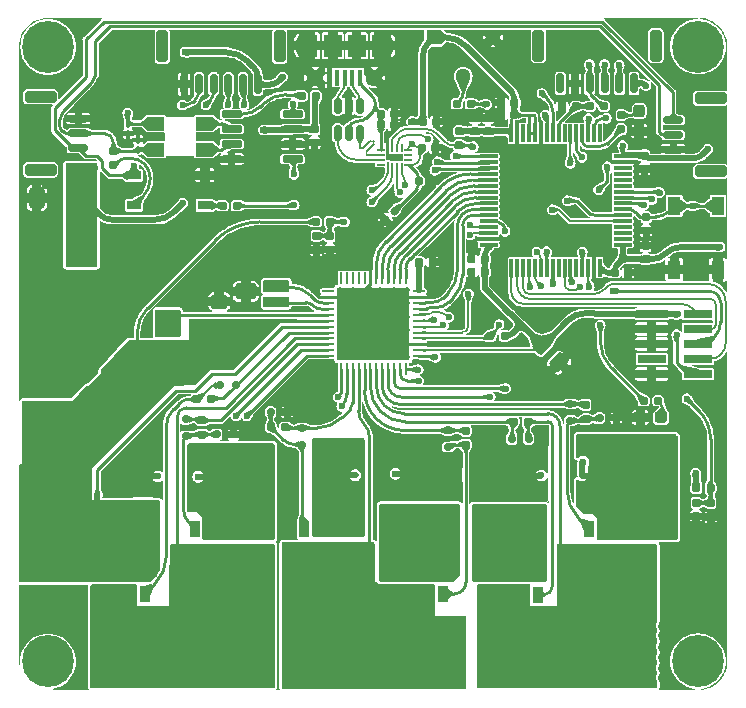
<source format=gbr>
%TF.GenerationSoftware,KiCad,Pcbnew,7.0.1*%
%TF.CreationDate,2023-04-17T18:47:01+02:00*%
%TF.ProjectId,ESC_board,4553435f-626f-4617-9264-2e6b69636164,rev?*%
%TF.SameCoordinates,Original*%
%TF.FileFunction,Copper,L1,Top*%
%TF.FilePolarity,Positive*%
%FSLAX46Y46*%
G04 Gerber Fmt 4.6, Leading zero omitted, Abs format (unit mm)*
G04 Created by KiCad (PCBNEW 7.0.1) date 2023-04-17 18:47:01*
%MOMM*%
%LPD*%
G01*
G04 APERTURE LIST*
G04 Aperture macros list*
%AMRoundRect*
0 Rectangle with rounded corners*
0 $1 Rounding radius*
0 $2 $3 $4 $5 $6 $7 $8 $9 X,Y pos of 4 corners*
0 Add a 4 corners polygon primitive as box body*
4,1,4,$2,$3,$4,$5,$6,$7,$8,$9,$2,$3,0*
0 Add four circle primitives for the rounded corners*
1,1,$1+$1,$2,$3*
1,1,$1+$1,$4,$5*
1,1,$1+$1,$6,$7*
1,1,$1+$1,$8,$9*
0 Add four rect primitives between the rounded corners*
20,1,$1+$1,$2,$3,$4,$5,0*
20,1,$1+$1,$4,$5,$6,$7,0*
20,1,$1+$1,$6,$7,$8,$9,0*
20,1,$1+$1,$8,$9,$2,$3,0*%
G04 Aperture macros list end*
%TA.AperFunction,SMDPad,CuDef*%
%ADD10R,0.200000X0.750000*%
%TD*%
%TA.AperFunction,SMDPad,CuDef*%
%ADD11R,0.200000X0.650000*%
%TD*%
%TA.AperFunction,SMDPad,CuDef*%
%ADD12R,0.650000X0.200000*%
%TD*%
%TA.AperFunction,SMDPad,CuDef*%
%ADD13RoundRect,0.249999X0.450001X1.425001X-0.450001X1.425001X-0.450001X-1.425001X0.450001X-1.425001X0*%
%TD*%
%TA.AperFunction,SMDPad,CuDef*%
%ADD14RoundRect,0.249999X-0.450001X-1.425001X0.450001X-1.425001X0.450001X1.425001X-0.450001X1.425001X0*%
%TD*%
%TA.AperFunction,SMDPad,CuDef*%
%ADD15C,0.500000*%
%TD*%
%TA.AperFunction,SMDPad,CuDef*%
%ADD16RoundRect,0.160000X-0.160000X0.197500X-0.160000X-0.197500X0.160000X-0.197500X0.160000X0.197500X0*%
%TD*%
%TA.AperFunction,SMDPad,CuDef*%
%ADD17RoundRect,0.160000X0.160000X-0.197500X0.160000X0.197500X-0.160000X0.197500X-0.160000X-0.197500X0*%
%TD*%
%TA.AperFunction,SMDPad,CuDef*%
%ADD18RoundRect,0.155000X0.155000X-0.212500X0.155000X0.212500X-0.155000X0.212500X-0.155000X-0.212500X0*%
%TD*%
%TA.AperFunction,SMDPad,CuDef*%
%ADD19RoundRect,0.150000X0.150000X0.700000X-0.150000X0.700000X-0.150000X-0.700000X0.150000X-0.700000X0*%
%TD*%
%TA.AperFunction,SMDPad,CuDef*%
%ADD20RoundRect,0.250000X0.250000X1.100000X-0.250000X1.100000X-0.250000X-1.100000X0.250000X-1.100000X0*%
%TD*%
%TA.AperFunction,SMDPad,CuDef*%
%ADD21RoundRect,0.150000X-0.700000X0.150000X-0.700000X-0.150000X0.700000X-0.150000X0.700000X0.150000X0*%
%TD*%
%TA.AperFunction,SMDPad,CuDef*%
%ADD22RoundRect,0.250000X-1.100000X0.250000X-1.100000X-0.250000X1.100000X-0.250000X1.100000X0.250000X0*%
%TD*%
%TA.AperFunction,ComponentPad*%
%ADD23C,0.700000*%
%TD*%
%TA.AperFunction,ComponentPad*%
%ADD24C,4.400000*%
%TD*%
%TA.AperFunction,SMDPad,CuDef*%
%ADD25RoundRect,0.155000X-0.212500X-0.155000X0.212500X-0.155000X0.212500X0.155000X-0.212500X0.155000X0*%
%TD*%
%TA.AperFunction,SMDPad,CuDef*%
%ADD26RoundRect,0.250000X0.337500X0.475000X-0.337500X0.475000X-0.337500X-0.475000X0.337500X-0.475000X0*%
%TD*%
%TA.AperFunction,SMDPad,CuDef*%
%ADD27RoundRect,0.160000X-0.197500X-0.160000X0.197500X-0.160000X0.197500X0.160000X-0.197500X0.160000X0*%
%TD*%
%TA.AperFunction,SMDPad,CuDef*%
%ADD28RoundRect,0.250000X0.650000X-0.412500X0.650000X0.412500X-0.650000X0.412500X-0.650000X-0.412500X0*%
%TD*%
%TA.AperFunction,SMDPad,CuDef*%
%ADD29RoundRect,0.155000X0.040659X0.259862X-0.259862X-0.040659X-0.040659X-0.259862X0.259862X0.040659X0*%
%TD*%
%TA.AperFunction,SMDPad,CuDef*%
%ADD30RoundRect,0.150000X0.150000X0.200000X-0.150000X0.200000X-0.150000X-0.200000X0.150000X-0.200000X0*%
%TD*%
%TA.AperFunction,ComponentPad*%
%ADD31C,0.600000*%
%TD*%
%TA.AperFunction,ComponentPad*%
%ADD32RoundRect,0.400000X-2.600000X-2.600000X2.600000X-2.600000X2.600000X2.600000X-2.600000X2.600000X0*%
%TD*%
%TA.AperFunction,SMDPad,CuDef*%
%ADD33R,0.400000X1.350000*%
%TD*%
%TA.AperFunction,ComponentPad*%
%ADD34O,1.200000X1.900000*%
%TD*%
%TA.AperFunction,SMDPad,CuDef*%
%ADD35R,1.200000X1.900000*%
%TD*%
%TA.AperFunction,ComponentPad*%
%ADD36C,1.450000*%
%TD*%
%TA.AperFunction,SMDPad,CuDef*%
%ADD37R,1.500000X1.900000*%
%TD*%
%TA.AperFunction,SMDPad,CuDef*%
%ADD38RoundRect,0.100000X-0.100000X0.217500X-0.100000X-0.217500X0.100000X-0.217500X0.100000X0.217500X0*%
%TD*%
%TA.AperFunction,SMDPad,CuDef*%
%ADD39RoundRect,0.155000X-0.155000X0.212500X-0.155000X-0.212500X0.155000X-0.212500X0.155000X0.212500X0*%
%TD*%
%TA.AperFunction,SMDPad,CuDef*%
%ADD40RoundRect,0.150000X0.725000X0.150000X-0.725000X0.150000X-0.725000X-0.150000X0.725000X-0.150000X0*%
%TD*%
%TA.AperFunction,SMDPad,CuDef*%
%ADD41RoundRect,0.237500X0.237500X-0.287500X0.237500X0.287500X-0.237500X0.287500X-0.237500X-0.287500X0*%
%TD*%
%TA.AperFunction,SMDPad,CuDef*%
%ADD42R,0.850000X1.050000*%
%TD*%
%TA.AperFunction,SMDPad,CuDef*%
%ADD43R,4.700000X3.750000*%
%TD*%
%TA.AperFunction,SMDPad,CuDef*%
%ADD44R,0.850000X1.450000*%
%TD*%
%TA.AperFunction,SMDPad,CuDef*%
%ADD45R,1.346200X1.193800*%
%TD*%
%TA.AperFunction,SMDPad,CuDef*%
%ADD46RoundRect,0.150000X0.200000X-0.150000X0.200000X0.150000X-0.200000X0.150000X-0.200000X-0.150000X0*%
%TD*%
%TA.AperFunction,ComponentPad*%
%ADD47R,1.300000X1.300000*%
%TD*%
%TA.AperFunction,ComponentPad*%
%ADD48C,1.300000*%
%TD*%
%TA.AperFunction,SMDPad,CuDef*%
%ADD49R,2.400000X0.740000*%
%TD*%
%TA.AperFunction,SMDPad,CuDef*%
%ADD50RoundRect,0.155000X0.212500X0.155000X-0.212500X0.155000X-0.212500X-0.155000X0.212500X-0.155000X0*%
%TD*%
%TA.AperFunction,SMDPad,CuDef*%
%ADD51RoundRect,0.250000X0.574524X0.097227X0.097227X0.574524X-0.574524X-0.097227X-0.097227X-0.574524X0*%
%TD*%
%TA.AperFunction,SMDPad,CuDef*%
%ADD52RoundRect,0.062500X-0.412500X-0.062500X0.412500X-0.062500X0.412500X0.062500X-0.412500X0.062500X0*%
%TD*%
%TA.AperFunction,SMDPad,CuDef*%
%ADD53RoundRect,0.062500X-0.062500X-0.412500X0.062500X-0.412500X0.062500X0.412500X-0.062500X0.412500X0*%
%TD*%
%TA.AperFunction,ComponentPad*%
%ADD54C,0.500000*%
%TD*%
%TA.AperFunction,SMDPad,CuDef*%
%ADD55R,6.200000X6.200000*%
%TD*%
%TA.AperFunction,SMDPad,CuDef*%
%ADD56RoundRect,0.160000X0.197500X0.160000X-0.197500X0.160000X-0.197500X-0.160000X0.197500X-0.160000X0*%
%TD*%
%TA.AperFunction,SMDPad,CuDef*%
%ADD57RoundRect,0.150000X-0.150000X0.512500X-0.150000X-0.512500X0.150000X-0.512500X0.150000X0.512500X0*%
%TD*%
%TA.AperFunction,SMDPad,CuDef*%
%ADD58RoundRect,0.237500X-0.287500X-0.237500X0.287500X-0.237500X0.287500X0.237500X-0.287500X0.237500X0*%
%TD*%
%TA.AperFunction,SMDPad,CuDef*%
%ADD59R,1.200000X0.800000*%
%TD*%
%TA.AperFunction,SMDPad,CuDef*%
%ADD60RoundRect,0.150000X0.700000X-0.150000X0.700000X0.150000X-0.700000X0.150000X-0.700000X-0.150000X0*%
%TD*%
%TA.AperFunction,SMDPad,CuDef*%
%ADD61RoundRect,0.250000X1.100000X-0.250000X1.100000X0.250000X-1.100000X0.250000X-1.100000X-0.250000X0*%
%TD*%
%TA.AperFunction,SMDPad,CuDef*%
%ADD62RoundRect,0.250000X0.475000X-0.337500X0.475000X0.337500X-0.475000X0.337500X-0.475000X-0.337500X0*%
%TD*%
%TA.AperFunction,SMDPad,CuDef*%
%ADD63R,1.100000X1.600000*%
%TD*%
%TA.AperFunction,SMDPad,CuDef*%
%ADD64RoundRect,0.100000X0.100000X-0.217500X0.100000X0.217500X-0.100000X0.217500X-0.100000X-0.217500X0*%
%TD*%
%TA.AperFunction,SMDPad,CuDef*%
%ADD65RoundRect,0.150000X-0.150000X-0.200000X0.150000X-0.200000X0.150000X0.200000X-0.150000X0.200000X0*%
%TD*%
%TA.AperFunction,SMDPad,CuDef*%
%ADD66RoundRect,0.250000X-0.412500X-0.650000X0.412500X-0.650000X0.412500X0.650000X-0.412500X0.650000X0*%
%TD*%
%TA.AperFunction,SMDPad,CuDef*%
%ADD67RoundRect,0.075000X0.700000X0.075000X-0.700000X0.075000X-0.700000X-0.075000X0.700000X-0.075000X0*%
%TD*%
%TA.AperFunction,SMDPad,CuDef*%
%ADD68RoundRect,0.075000X0.075000X0.700000X-0.075000X0.700000X-0.075000X-0.700000X0.075000X-0.700000X0*%
%TD*%
%TA.AperFunction,ViaPad*%
%ADD69C,0.600000*%
%TD*%
%TA.AperFunction,Conductor*%
%ADD70C,0.250000*%
%TD*%
%TA.AperFunction,Conductor*%
%ADD71C,0.200000*%
%TD*%
%TA.AperFunction,Conductor*%
%ADD72C,0.500000*%
%TD*%
G04 APERTURE END LIST*
%TA.AperFunction,EtchedComponent*%
%TO.C,NT7*%
G36*
X123110000Y-88330000D02*
G01*
X122110000Y-88330000D01*
X122110000Y-87830000D01*
X123110000Y-87830000D01*
X123110000Y-88330000D01*
G37*
%TD.AperFunction*%
%TA.AperFunction,EtchedComponent*%
%TO.C,NT6*%
G36*
X118640000Y-88300000D02*
G01*
X117640000Y-88300000D01*
X117640000Y-87800000D01*
X118640000Y-87800000D01*
X118640000Y-88300000D01*
G37*
%TD.AperFunction*%
%TA.AperFunction,EtchedComponent*%
%TO.C,NT5*%
G36*
X86219999Y-88370000D02*
G01*
X85219999Y-88370000D01*
X85219999Y-87870000D01*
X86219999Y-87870000D01*
X86219999Y-88370000D01*
G37*
%TD.AperFunction*%
%TA.AperFunction,EtchedComponent*%
%TO.C,NT4*%
G36*
X90570000Y-88400000D02*
G01*
X89570000Y-88400000D01*
X89570000Y-87900000D01*
X90570000Y-87900000D01*
X90570000Y-88400000D01*
G37*
%TD.AperFunction*%
%TA.AperFunction,EtchedComponent*%
%TO.C,NT3*%
G36*
X107290000Y-88170000D02*
G01*
X106290000Y-88170000D01*
X106290000Y-87670000D01*
X107290000Y-87670000D01*
X107290000Y-88170000D01*
G37*
%TD.AperFunction*%
%TA.AperFunction,EtchedComponent*%
%TO.C,NT2*%
G36*
X102920000Y-88270000D02*
G01*
X101920000Y-88270000D01*
X101920000Y-87770000D01*
X102920000Y-87770000D01*
X102920000Y-88270000D01*
G37*
%TD.AperFunction*%
%TA.AperFunction,EtchedComponent*%
%TO.C,NT1*%
G36*
X81300000Y-90599999D02*
G01*
X80800000Y-90599999D01*
X80800000Y-89599999D01*
X81300000Y-89599999D01*
X81300000Y-90599999D01*
G37*
%TD.AperFunction*%
%TD*%
D10*
%TO.P,U3,1,DM_HOST*%
%TO.N,/Control_MCU/USB_DN*%
X105625001Y-61838100D03*
D11*
%TO.P,U3,2,DP_HOST*%
%TO.N,/Control_MCU/USB_DP*%
X106025000Y-61888900D03*
%TO.P,U3,3,TXD*%
%TO.N,/Control_MCU/UART5_TX*%
X106425000Y-61888900D03*
%TO.P,U3,4,RXD*%
%TO.N,/Control_MCU/UART5_RX*%
X106824999Y-61888900D03*
D12*
%TO.P,U3,5,VBAT*%
%TO.N,+3V3*%
X107399999Y-61713899D03*
%TO.P,U3,6,BOOT*%
%TO.N,unconnected-(U3-BOOT-Pad6)*%
X107399999Y-61313900D03*
%TO.P,U3,7,JIG*%
%TO.N,unconnected-(U3-JIG-Pad7)*%
X107399999Y-60913900D03*
%TO.P,U3,8,VDDIO*%
%TO.N,+3V3*%
X107399999Y-60513901D03*
D11*
%TO.P,U3,9,INTB*%
%TO.N,unconnected-(U3-INTB-Pad9)*%
X106824999Y-60338900D03*
%TO.P,U3,10,SCL*%
%TO.N,/Control_MCU/I2C2_SCL*%
X106425000Y-60338900D03*
%TO.P,U3,11,SDA*%
%TO.N,/Control_MCU/I2C2_SDA*%
X106025000Y-60338900D03*
%TO.P,U3,12,GND*%
%TO.N,GND*%
X105625001Y-60338900D03*
D12*
%TO.P,U3,13,VBUS_IN*%
%TO.N,VBUS*%
X105050001Y-60513901D03*
%TO.P,U3,14,DM_CON*%
%TO.N,/Control_MCU/USB_D-*%
X105050001Y-60913900D03*
%TO.P,U3,15,DP_CON*%
%TO.N,/Control_MCU/USB_D+*%
X105050001Y-61313900D03*
%TO.P,U3,16,ID_CON*%
%TO.N,unconnected-(U3-ID_CON-Pad16)*%
X105050001Y-61713899D03*
%TD*%
D13*
%TO.P,R28,1*%
%TO.N,Net-(Q2-S)*%
X91025000Y-88140000D03*
%TO.P,R28,2*%
%TO.N,GND*%
X84925000Y-88140000D03*
%TD*%
%TO.P,R9,1*%
%TO.N,Net-(Q6-S)*%
X123472936Y-88050000D03*
%TO.P,R9,2*%
%TO.N,GND*%
X117372936Y-88050000D03*
%TD*%
D14*
%TO.P,R8,1*%
%TO.N,Net-(Q4-S)*%
X101490000Y-88010000D03*
%TO.P,R8,2*%
%TO.N,GND*%
X107590000Y-88010000D03*
%TD*%
D15*
%TO.P,NT7,1,1*%
%TO.N,/BLDC_Driver/SPC*%
X122110000Y-88080000D03*
%TO.P,NT7,2,2*%
%TO.N,Net-(Q6-S)*%
X123110000Y-88080000D03*
%TD*%
%TO.P,NT6,1,1*%
%TO.N,/BLDC_Driver/SNC*%
X118640000Y-88050000D03*
%TO.P,NT6,2,2*%
%TO.N,GND*%
X117640000Y-88050000D03*
%TD*%
%TO.P,NT5,1,1*%
%TO.N,/BLDC_Driver/SNA*%
X86219999Y-88120000D03*
%TO.P,NT5,2,2*%
%TO.N,GND*%
X85219999Y-88120000D03*
%TD*%
%TO.P,NT4,1,1*%
%TO.N,/BLDC_Driver/SPA*%
X89570000Y-88150000D03*
%TO.P,NT4,2,2*%
%TO.N,Net-(Q2-S)*%
X90570000Y-88150000D03*
%TD*%
%TO.P,NT3,1,1*%
%TO.N,/BLDC_Driver/SNB*%
X106290000Y-87920000D03*
%TO.P,NT3,2,2*%
%TO.N,GND*%
X107290000Y-87920000D03*
%TD*%
%TO.P,NT2,1,1*%
%TO.N,/BLDC_Driver/SPB*%
X102920000Y-88020000D03*
%TO.P,NT2,2,2*%
%TO.N,Net-(Q4-S)*%
X101920000Y-88020000D03*
%TD*%
D16*
%TO.P,Rg4,1*%
%TO.N,/BLDC_Driver/GHB*%
X112268000Y-84238500D03*
%TO.P,Rg4,2*%
%TO.N,Net-(D6-A)*%
X112268000Y-85433500D03*
%TD*%
D17*
%TO.P,R7,1*%
%TO.N,pwr_led*%
X125406726Y-58723273D03*
%TO.P,R7,2*%
%TO.N,Net-(D16-A)*%
X125406726Y-57528273D03*
%TD*%
D18*
%TO.P,C8,1*%
%TO.N,+3V3*%
X114150000Y-58900000D03*
%TO.P,C8,2*%
%TO.N,GND*%
X114150000Y-57765000D03*
%TD*%
D19*
%TO.P,J7,1,Pin_1*%
%TO.N,+5V*%
X94650000Y-54900000D03*
%TO.P,J7,2,Pin_2*%
%TO.N,/Control_MCU/SSI_transceiver/SSI_DATA+*%
X93400000Y-54900000D03*
%TO.P,J7,3,Pin_3*%
%TO.N,/Control_MCU/SSI_transceiver/SSI_DATA-*%
X92150000Y-54900000D03*
%TO.P,J7,4,Pin_4*%
%TO.N,/Control_MCU/SSI_transceiver/SSI_SCK-*%
X90900000Y-54900000D03*
%TO.P,J7,5,Pin_5*%
%TO.N,/Control_MCU/SSI_transceiver/SSI_SCK+*%
X89650000Y-54900000D03*
%TO.P,J7,6,Pin_6*%
%TO.N,GND*%
X88400000Y-54900000D03*
D20*
%TO.P,J7,MP*%
%TO.N,N/C*%
X96500000Y-51700000D03*
X86550000Y-51700000D03*
%TD*%
D21*
%TO.P,J3,1,Pin_1*%
%TO.N,GND*%
X79450000Y-57825000D03*
%TO.P,J3,2,Pin_2*%
%TO.N,Net-(D11-A2)*%
X79450000Y-59075000D03*
%TO.P,J3,3,Pin_3*%
%TO.N,Net-(D1-A2)*%
X79450000Y-60325000D03*
D22*
%TO.P,J3,MP*%
%TO.N,N/C*%
X76250000Y-55975000D03*
X76250000Y-62175000D03*
%TD*%
D23*
%TO.P,H2,1*%
%TO.N,N/C*%
X130260000Y-51730000D03*
X130743274Y-50563274D03*
X130743274Y-52896726D03*
X131910000Y-50080000D03*
D24*
X131910000Y-51730000D03*
D23*
X131910000Y-53380000D03*
X133076726Y-50563274D03*
X133076726Y-52896726D03*
X133560000Y-51730000D03*
%TD*%
D25*
%TO.P,C33,1*%
%TO.N,VBUS*%
X105065000Y-57400000D03*
%TO.P,C33,2*%
%TO.N,GND*%
X106200000Y-57400000D03*
%TD*%
D26*
%TO.P,Cb4,1*%
%TO.N,Vdrive*%
X89412500Y-75525000D03*
%TO.P,Cb4,2*%
%TO.N,Net-(IC2-VCP)*%
X87337500Y-75525000D03*
%TD*%
D27*
%TO.P,R1,1*%
%TO.N,Net-(SW2A-B)*%
X111475000Y-56575000D03*
%TO.P,R1,2*%
%TO.N,Net-(IC1-PB8-BOOT0)*%
X112670000Y-56575000D03*
%TD*%
D25*
%TO.P,C34,1*%
%TO.N,VBUS*%
X105065000Y-58400000D03*
%TO.P,C34,2*%
%TO.N,GND*%
X106200000Y-58400000D03*
%TD*%
D18*
%TO.P,C31,1*%
%TO.N,+3V3*%
X127475000Y-69717500D03*
%TO.P,C31,2*%
%TO.N,GND*%
X127475000Y-68582500D03*
%TD*%
D15*
%TO.P,NT1,1,1*%
%TO.N,Vdrive*%
X81050000Y-90599999D03*
%TO.P,NT1,2,2*%
%TO.N,Net-(IC2-VDRAIN)*%
X81050000Y-89599999D03*
%TD*%
D25*
%TO.P,C9,1*%
%TO.N,+3V3*%
X108525000Y-60300000D03*
%TO.P,C9,2*%
%TO.N,GND*%
X109660000Y-60300000D03*
%TD*%
D28*
%TO.P,Cb3,1*%
%TO.N,Vdrive*%
X114000000Y-91112500D03*
%TO.P,Cb3,2*%
%TO.N,GND*%
X114000000Y-87987500D03*
%TD*%
D29*
%TO.P,C36,1*%
%TO.N,+3V3*%
X106251283Y-65608717D03*
%TO.P,C36,2*%
%TO.N,GND*%
X105448717Y-66411283D03*
%TD*%
D30*
%TO.P,D4,1,K*%
%TO.N,Net-(D3-A)*%
X91180000Y-84570000D03*
%TO.P,D4,2,A*%
%TO.N,GND*%
X92580000Y-84570000D03*
%TD*%
D31*
%TO.P,H6,1,1*%
%TO.N,GND*%
X75180000Y-74240000D03*
X75180000Y-74840000D03*
X75180000Y-75440000D03*
X75180000Y-76040000D03*
X75180000Y-76640000D03*
X75180000Y-77240000D03*
X75180000Y-77840000D03*
X75180000Y-78440000D03*
X75180000Y-79040000D03*
X75180000Y-79550000D03*
X75780000Y-74240000D03*
X75780000Y-74840000D03*
X75780000Y-75440000D03*
X75780000Y-76040000D03*
X75780000Y-77840000D03*
X75780000Y-78440000D03*
X75780000Y-79040000D03*
X75780000Y-79550000D03*
X76380000Y-74240000D03*
X76380000Y-74840000D03*
X76380000Y-79040000D03*
X76380000Y-79550000D03*
X76980000Y-74240000D03*
X76980000Y-74840000D03*
X76980000Y-79040000D03*
X76980000Y-79550000D03*
X77580000Y-74240000D03*
X77580000Y-74840000D03*
X77580000Y-79040000D03*
X77580000Y-79550000D03*
D32*
X77590000Y-76890000D03*
D31*
X78180000Y-74240000D03*
X78180000Y-74840000D03*
X78180000Y-79040000D03*
X78180000Y-79550000D03*
X78780000Y-74240000D03*
X78780000Y-74840000D03*
X78780000Y-79040000D03*
X78780000Y-79550000D03*
X79380000Y-74240000D03*
X79380000Y-74840000D03*
X79380000Y-75440000D03*
X79380000Y-76040000D03*
X79380000Y-77840000D03*
X79380000Y-78440000D03*
X79380000Y-79040000D03*
X79380000Y-79550000D03*
X79980000Y-74240000D03*
X79980000Y-74840000D03*
X79980000Y-75440000D03*
X79980000Y-76040000D03*
X79980000Y-76640000D03*
X79980000Y-77240000D03*
X79980000Y-77840000D03*
X79980000Y-78440000D03*
X79980000Y-79040000D03*
X79980000Y-79550000D03*
%TD*%
D33*
%TO.P,J4,1,VBUS*%
%TO.N,VBUS*%
X103300000Y-54350000D03*
%TO.P,J4,2,D-*%
%TO.N,/Control_MCU/USB_CONN_D-*%
X102650000Y-54350000D03*
%TO.P,J4,3,D+*%
%TO.N,/Control_MCU/USB_CONN_D+*%
X102000000Y-54350000D03*
%TO.P,J4,4,ID*%
%TO.N,unconnected-(J4-ID-Pad4)*%
X101350000Y-54350000D03*
%TO.P,J4,5,GND*%
%TO.N,GND*%
X100700000Y-54350000D03*
D34*
%TO.P,J4,6,Shield*%
X105500000Y-51650000D03*
D35*
X104900000Y-51650000D03*
D36*
X104500000Y-54350000D03*
D37*
X103000000Y-51650000D03*
X101000000Y-51650000D03*
D36*
X99500000Y-54350000D03*
D35*
X99100000Y-51650000D03*
D34*
X98500000Y-51650000D03*
%TD*%
D27*
%TO.P,R4,1*%
%TO.N,Vdrive*%
X99552500Y-66572500D03*
%TO.P,R4,2*%
%TO.N,Vbat_sense*%
X100747500Y-66572500D03*
%TD*%
D38*
%TO.P,D11,1,A1*%
%TO.N,GND*%
X84510000Y-59642500D03*
%TO.P,D11,2,A2*%
%TO.N,Net-(D11-A2)*%
X84510000Y-60457500D03*
%TD*%
D39*
%TO.P,C53,1*%
%TO.N,+3V3*%
X99460001Y-58732500D03*
%TO.P,C53,2*%
%TO.N,GND*%
X99460001Y-59867500D03*
%TD*%
D40*
%TO.P,U5,1,TXD*%
%TO.N,/Control_MCU/FDCAN2_TX*%
X97585000Y-61255000D03*
%TO.P,U5,2,GND*%
%TO.N,GND*%
X97585000Y-59985000D03*
%TO.P,U5,3,VCC*%
%TO.N,+3V3*%
X97585000Y-58715000D03*
%TO.P,U5,4,RXD*%
%TO.N,/Control_MCU/FDCAN2_RX*%
X97585000Y-57445000D03*
%TO.P,U5,5,FAULT*%
%TO.N,Net-(U5-FAULT)*%
X92435000Y-57445000D03*
%TO.P,U5,6,CANL*%
%TO.N,/Control_MCU/Can_controller/CAN-*%
X92435000Y-58715000D03*
%TO.P,U5,7,CANH*%
%TO.N,/Control_MCU/Can_controller/CAN+*%
X92435000Y-59985000D03*
%TO.P,U5,8,S*%
%TO.N,GND*%
X92435000Y-61255000D03*
%TD*%
D16*
%TO.P,R5,1*%
%TO.N,Vbat_sense*%
X99600000Y-67750000D03*
%TO.P,R5,2*%
%TO.N,GND*%
X99600000Y-68945000D03*
%TD*%
D41*
%TO.P,D16,1,K*%
%TO.N,GND*%
X126930000Y-58910001D03*
%TO.P,D16,2,A*%
%TO.N,Net-(D16-A)*%
X126930000Y-57160001D03*
%TD*%
D28*
%TO.P,Cb1,1*%
%TO.N,Vdrive*%
X82750000Y-90887500D03*
%TO.P,Cb1,2*%
%TO.N,GND*%
X82750000Y-87762500D03*
%TD*%
D18*
%TO.P,C1,1*%
%TO.N,GND*%
X127525000Y-67325000D03*
%TO.P,C1,2*%
%TO.N,/Control_MCU/NRESET*%
X127525000Y-66190000D03*
%TD*%
D27*
%TO.P,R12,1*%
%TO.N,Net-(R12-Pad1)*%
X91662500Y-65200000D03*
%TO.P,R12,2*%
%TO.N,/Control_MCU/CAN_TERM*%
X92857500Y-65200000D03*
%TD*%
D30*
%TO.P,D10,1,K*%
%TO.N,Net-(D10-K)*%
X123580000Y-83170000D03*
%TO.P,D10,2,A*%
%TO.N,GND*%
X124980000Y-83170000D03*
%TD*%
D27*
%TO.P,R6,1*%
%TO.N,MOT_FAULT*%
X114342500Y-76230000D03*
%TO.P,R6,2*%
%TO.N,+3V3*%
X115537500Y-76230000D03*
%TD*%
D16*
%TO.P,R18,1*%
%TO.N,Net-(D11-A2)*%
X82409999Y-60552500D03*
%TO.P,R18,2*%
%TO.N,Net-(R18-Pad2)*%
X82409999Y-61747500D03*
%TD*%
D30*
%TO.P,D8,1,K*%
%TO.N,/BLDC_Driver/GHC*%
X116170000Y-84930000D03*
%TO.P,D8,2,A*%
%TO.N,Net-(D8-A)*%
X117570000Y-84930000D03*
%TD*%
D42*
%TO.P,Q5,1,D*%
%TO.N,Vdrive*%
X114580000Y-92430000D03*
X115850000Y-92430000D03*
D43*
X116485000Y-94830000D03*
D42*
X117120000Y-92430000D03*
X118390000Y-92430000D03*
D44*
%TO.P,Q5,2,G*%
%TO.N,Net-(D8-A)*%
X118390000Y-98130000D03*
%TO.P,Q5,3,S*%
%TO.N,/BLDC_Driver/SHC*%
X114580000Y-98130000D03*
X115850000Y-98130000D03*
X117120000Y-98130000D03*
%TD*%
D27*
%TO.P,Rg5,1*%
%TO.N,/BLDC_Driver/GHC*%
X116292500Y-83480000D03*
%TO.P,Rg5,2*%
%TO.N,Net-(D8-A)*%
X117487500Y-83480000D03*
%TD*%
%TO.P,R11,1*%
%TO.N,fault_led*%
X127330000Y-81700000D03*
%TO.P,R11,2*%
%TO.N,Net-(D17-A)*%
X128525000Y-81700000D03*
%TD*%
D45*
%TO.P,FL2,1,1*%
%TO.N,/Control_MCU/Can_controller/CAN+*%
X90092000Y-60454900D03*
%TO.P,FL2,2,2*%
%TO.N,/Control_MCU/Can_controller/CAN-*%
X90092000Y-58245100D03*
%TO.P,FL2,3,3*%
%TO.N,Net-(D1-A2)*%
X86028000Y-58245100D03*
%TO.P,FL2,4,4*%
%TO.N,Net-(D11-A2)*%
X86028000Y-60454900D03*
%TD*%
D46*
%TO.P,D3,1,K*%
%TO.N,/BLDC_Driver/GLA*%
X88550000Y-83290000D03*
%TO.P,D3,2,A*%
%TO.N,Net-(D3-A)*%
X88550000Y-84690000D03*
%TD*%
D16*
%TO.P,R22,1*%
%TO.N,+3V3*%
X111670000Y-58902500D03*
%TO.P,R22,2*%
%TO.N,/Control_MCU/I2C2_SDA*%
X111670000Y-60097500D03*
%TD*%
D47*
%TO.P,SW2,1,A*%
%TO.N,+3V3*%
X109525000Y-50950000D03*
D48*
%TO.P,SW2,2,B*%
%TO.N,Net-(SW2A-B)*%
X112025000Y-54250000D03*
%TO.P,SW2,3,C*%
%TO.N,GND*%
X114525000Y-50950000D03*
%TD*%
D49*
%TO.P,J1,1,Pin_1*%
%TO.N,+3V3*%
X128000000Y-74360000D03*
%TO.P,J1,2,Pin_2*%
%TO.N,/Control_MCU/JTMS_SWDIO*%
X131900000Y-74360000D03*
%TO.P,J1,3,Pin_3*%
%TO.N,GND*%
X128000000Y-75630000D03*
%TO.P,J1,4,Pin_4*%
%TO.N,/Control_MCU/JTMS_SWCLK*%
X131900000Y-75630000D03*
%TO.P,J1,5,Pin_5*%
%TO.N,GND*%
X128000000Y-76900000D03*
%TO.P,J1,6,Pin_6*%
%TO.N,/Control_MCU/DEBUG_SWO*%
X131900000Y-76900000D03*
%TO.P,J1,7,Pin_7*%
%TO.N,unconnected-(J1-Pin_7-Pad7)*%
X128000000Y-78170000D03*
%TO.P,J1,8,Pin_8*%
%TO.N,/Control_MCU/DEBUG_JTDI*%
X131900000Y-78170000D03*
%TO.P,J1,9,Pin_9*%
%TO.N,GND*%
X128000000Y-79440000D03*
%TO.P,J1,10,Pin_10*%
%TO.N,/Control_MCU/NRESET*%
X131900000Y-79440000D03*
%TD*%
D50*
%TO.P,C3,1*%
%TO.N,+3V3*%
X113842500Y-69700000D03*
%TO.P,C3,2*%
%TO.N,GND*%
X112707500Y-69700000D03*
%TD*%
%TO.P,C6,1*%
%TO.N,+3V3*%
X113842500Y-70800000D03*
%TO.P,C6,2*%
%TO.N,GND*%
X112707500Y-70800000D03*
%TD*%
D51*
%TO.P,C42,1*%
%TO.N,GND*%
X120167246Y-78475869D03*
%TO.P,C42,2*%
%TO.N,+3V3*%
X118700000Y-77008623D03*
%TD*%
D52*
%TO.P,IC2,1,FB*%
%TO.N,unconnected-(IC2-FB-Pad1)*%
X100555000Y-72440000D03*
%TO.P,IC2,2,PGND*%
%TO.N,GND*%
X100555000Y-72940000D03*
%TO.P,IC2,3,CPL*%
%TO.N,Net-(IC2-CPL)*%
X100555000Y-73440000D03*
%TO.P,IC2,4,CPH*%
%TO.N,Net-(IC2-CPH)*%
X100555000Y-73940000D03*
%TO.P,IC2,5,VCP*%
%TO.N,Net-(IC2-VCP)*%
X100555000Y-74440000D03*
%TO.P,IC2,6,VM*%
%TO.N,Vdrive*%
X100555000Y-74940000D03*
%TO.P,IC2,7,VDRAIN*%
%TO.N,Net-(IC2-VDRAIN)*%
X100555000Y-75440000D03*
%TO.P,IC2,8,GHA*%
%TO.N,/BLDC_Driver/GHA*%
X100555000Y-75940000D03*
%TO.P,IC2,9,SHA*%
%TO.N,/BLDC_Driver/SHA*%
X100555000Y-76440000D03*
%TO.P,IC2,10,GLA*%
%TO.N,/BLDC_Driver/GLA*%
X100555000Y-76940000D03*
%TO.P,IC2,11,SPA*%
%TO.N,/BLDC_Driver/SPA*%
X100555000Y-77440000D03*
%TO.P,IC2,12,SNA*%
%TO.N,/BLDC_Driver/SNA*%
X100555000Y-77940000D03*
D53*
%TO.P,IC2,13,SNB*%
%TO.N,/BLDC_Driver/SNB*%
X101680000Y-79065000D03*
%TO.P,IC2,14,SPB*%
%TO.N,/BLDC_Driver/SPB*%
X102180000Y-79065000D03*
%TO.P,IC2,15,GLB*%
%TO.N,/BLDC_Driver/GLB*%
X102680000Y-79065000D03*
%TO.P,IC2,16,SHB*%
%TO.N,/BLDC_Driver/SHB*%
X103180000Y-79065000D03*
%TO.P,IC2,17,GHB*%
%TO.N,/BLDC_Driver/GHB*%
X103680000Y-79065000D03*
%TO.P,IC2,18,GHC*%
%TO.N,/BLDC_Driver/GHC*%
X104180000Y-79065000D03*
%TO.P,IC2,19,SHC*%
%TO.N,/BLDC_Driver/SHC*%
X104680000Y-79065000D03*
%TO.P,IC2,20,GLC*%
%TO.N,/BLDC_Driver/GLC*%
X105180000Y-79065000D03*
%TO.P,IC2,21,SPC*%
%TO.N,/BLDC_Driver/SPC*%
X105680000Y-79065000D03*
%TO.P,IC2,22,SNC*%
%TO.N,/BLDC_Driver/SNC*%
X106180000Y-79065000D03*
%TO.P,IC2,23,SOC*%
%TO.N,BLDC_PH3_S*%
X106680000Y-79065000D03*
%TO.P,IC2,24,SOB*%
%TO.N,BLDC_PH2_S*%
X107180000Y-79065000D03*
D52*
%TO.P,IC2,25,SOA*%
%TO.N,BLDC_PH1_S*%
X108305000Y-77940000D03*
%TO.P,IC2,26,VREF*%
%TO.N,+3V3*%
X108305000Y-77440000D03*
%TO.P,IC2,27,DGND*%
%TO.N,GND*%
X108305000Y-76940000D03*
%TO.P,IC2,28,NFAULT*%
%TO.N,MOT_FAULT*%
X108305000Y-76440000D03*
%TO.P,IC2,29,SDO*%
%TO.N,SPI_MISO*%
X108305000Y-75940000D03*
%TO.P,IC2,30,SDI*%
%TO.N,SPI_MOSI*%
X108305000Y-75440000D03*
%TO.P,IC2,31,SCLK*%
%TO.N,SPI_SCK*%
X108305000Y-74940000D03*
%TO.P,IC2,32,NSCS*%
%TO.N,SPI_CS*%
X108305000Y-74440000D03*
%TO.P,IC2,33,ENABLE*%
%TO.N,ENABLE*%
X108305000Y-73940000D03*
%TO.P,IC2,34,CAL*%
%TO.N,CAL*%
X108305000Y-73440000D03*
%TO.P,IC2,35,AGND*%
%TO.N,GND*%
X108305000Y-72940000D03*
%TO.P,IC2,36,DVDD*%
%TO.N,Net-(IC2-DVDD)*%
X108305000Y-72440000D03*
D53*
%TO.P,IC2,37,INHA*%
%TO.N,INHA*%
X107180000Y-71315000D03*
%TO.P,IC2,38,INLA*%
%TO.N,INLA*%
X106680000Y-71315000D03*
%TO.P,IC2,39,INHB*%
%TO.N,INHB*%
X106180000Y-71315000D03*
%TO.P,IC2,40,INLB*%
%TO.N,INLB*%
X105680000Y-71315000D03*
%TO.P,IC2,41,INHC*%
%TO.N,INHC*%
X105180000Y-71315000D03*
%TO.P,IC2,42,INLC*%
%TO.N,INLC*%
X104680000Y-71315000D03*
%TO.P,IC2,43,BGND*%
%TO.N,GND*%
X104180000Y-71315000D03*
%TO.P,IC2,44,CB*%
%TO.N,unconnected-(IC2-CB-Pad44)*%
X103680000Y-71315000D03*
%TO.P,IC2,45,SW*%
%TO.N,unconnected-(IC2-SW-Pad45)*%
X103180000Y-71315000D03*
%TO.P,IC2,46,NC*%
%TO.N,unconnected-(IC2-NC-Pad46)*%
X102680000Y-71315000D03*
%TO.P,IC2,47,VIN*%
%TO.N,unconnected-(IC2-VIN-Pad47)*%
X102180000Y-71315000D03*
%TO.P,IC2,48,NSHDN*%
%TO.N,unconnected-(IC2-NSHDN-Pad48)*%
X101680000Y-71315000D03*
D54*
%TO.P,IC2,49,THERMAL_PAD*%
%TO.N,GND*%
X101580000Y-72340000D03*
X101580000Y-73480000D03*
X101580000Y-74620000D03*
X101580000Y-75760000D03*
X101580000Y-76900000D03*
X101580000Y-78040000D03*
X102720000Y-72340000D03*
X102720000Y-73480000D03*
X102720000Y-74620000D03*
X102720000Y-75760000D03*
X102720000Y-76900000D03*
X102720000Y-78040000D03*
X103860000Y-72340000D03*
X103860000Y-73480000D03*
X103860000Y-74620000D03*
X103860000Y-75760000D03*
X103860000Y-76900000D03*
X103860000Y-78040000D03*
D55*
X104430000Y-75190000D03*
D54*
X105000000Y-72340000D03*
X105000000Y-73480000D03*
X105000000Y-74620000D03*
X105000000Y-75760000D03*
X105000000Y-76900000D03*
X105000000Y-78040000D03*
X106140000Y-72340000D03*
X106140000Y-73480000D03*
X106140000Y-74620000D03*
X106140000Y-75760000D03*
X106140000Y-76900000D03*
X106140000Y-78040000D03*
X107280000Y-72340000D03*
X107280000Y-73480000D03*
X107280000Y-74620000D03*
X107280000Y-75760000D03*
X107280000Y-76900000D03*
X107280000Y-78040000D03*
%TD*%
D16*
%TO.P,Rg6,1*%
%TO.N,/BLDC_Driver/GLC*%
X122410000Y-82062500D03*
%TO.P,Rg6,2*%
%TO.N,Net-(D10-K)*%
X122410000Y-83257500D03*
%TD*%
D56*
%TO.P,Rg1,1*%
%TO.N,/BLDC_Driver/GHA*%
X90687500Y-81570000D03*
%TO.P,Rg1,2*%
%TO.N,Net-(D2-A)*%
X89492500Y-81570000D03*
%TD*%
D57*
%TO.P,U2,1,I/O1*%
%TO.N,/Control_MCU/USB_CONN_D-*%
X103300000Y-56752500D03*
%TO.P,U2,2,GND*%
%TO.N,GND*%
X102350000Y-56752500D03*
%TO.P,U2,3,I/O2*%
%TO.N,/Control_MCU/USB_CONN_D+*%
X101400000Y-56752500D03*
%TO.P,U2,4,I/O2*%
%TO.N,/Control_MCU/USB_D+*%
X101400000Y-59027500D03*
%TO.P,U2,5,VBUS*%
%TO.N,VBUS*%
X102350000Y-59027500D03*
%TO.P,U2,6,I/O1*%
%TO.N,/Control_MCU/USB_D-*%
X103300000Y-59027500D03*
%TD*%
D58*
%TO.P,D17,1,K*%
%TO.N,GND*%
X127037500Y-83120000D03*
%TO.P,D17,2,A*%
%TO.N,Net-(D17-A)*%
X128787500Y-83120000D03*
%TD*%
D23*
%TO.P,H3,1*%
%TO.N,N/C*%
X75230000Y-103790000D03*
X75713274Y-102623274D03*
X75713274Y-104956726D03*
X76880000Y-102140000D03*
D24*
X76880000Y-103790000D03*
D23*
X76880000Y-105440000D03*
X78046726Y-102623274D03*
X78046726Y-104956726D03*
X78530000Y-103790000D03*
%TD*%
D39*
%TO.P,C41,1*%
%TO.N,Vbat_sense*%
X100750000Y-67782500D03*
%TO.P,C41,2*%
%TO.N,GND*%
X100750000Y-68917500D03*
%TD*%
D42*
%TO.P,Q3,1,D*%
%TO.N,Vdrive*%
X106540015Y-92360061D03*
X107810015Y-92360061D03*
D43*
X108445015Y-94760061D03*
D42*
X109080015Y-92360061D03*
X110350015Y-92360061D03*
D44*
%TO.P,Q3,2,G*%
%TO.N,Net-(D6-A)*%
X110350015Y-98060061D03*
%TO.P,Q3,3,S*%
%TO.N,/BLDC_Driver/SHB*%
X106540015Y-98060061D03*
X107810015Y-98060061D03*
X109080015Y-98060061D03*
%TD*%
D23*
%TO.P,H1,1*%
%TO.N,N/C*%
X130260000Y-103770000D03*
X130743274Y-102603274D03*
X130743274Y-104936726D03*
X131910000Y-102120000D03*
D24*
X131910000Y-103770000D03*
D23*
X131910000Y-105420000D03*
X133076726Y-102603274D03*
X133076726Y-104936726D03*
X133560000Y-103770000D03*
%TD*%
D42*
%TO.P,Q6,1,D*%
%TO.N,/BLDC_Driver/SHC*%
X126535000Y-98270000D03*
X125265000Y-98270000D03*
D43*
X124630000Y-95870000D03*
D42*
X123995000Y-98270000D03*
X122725000Y-98270000D03*
D44*
%TO.P,Q6,2,G*%
%TO.N,Net-(D10-K)*%
X122725000Y-92570000D03*
%TO.P,Q6,3,S*%
%TO.N,Net-(Q6-S)*%
X126535000Y-92570000D03*
X125265000Y-92570000D03*
X123995000Y-92570000D03*
%TD*%
D50*
%TO.P,C10,1*%
%TO.N,+3V3*%
X116375000Y-57525000D03*
%TO.P,C10,2*%
%TO.N,GND*%
X115240000Y-57525000D03*
%TD*%
D18*
%TO.P,Cb5,1*%
%TO.N,Net-(IC2-CPH)*%
X95800000Y-73267500D03*
%TO.P,Cb5,2*%
%TO.N,Net-(IC2-CPL)*%
X95800000Y-72132500D03*
%TD*%
D31*
%TO.P,H5,1,1*%
%TO.N,Vdrive*%
X75080000Y-87560000D03*
X75080000Y-88160000D03*
X75080000Y-88760000D03*
X75080000Y-89360000D03*
X75080000Y-89960000D03*
X75080000Y-90560000D03*
X75080000Y-91160000D03*
X75080000Y-91760000D03*
X75080000Y-92360000D03*
X75080000Y-92870000D03*
X75680000Y-87560000D03*
X75680000Y-88160000D03*
X75680000Y-88760000D03*
X75680000Y-89360000D03*
X75680000Y-91160000D03*
X75680000Y-91760000D03*
X75680000Y-92360000D03*
X75680000Y-92870000D03*
X76280000Y-87560000D03*
X76280000Y-88160000D03*
X76280000Y-92360000D03*
X76280000Y-92870000D03*
X76880000Y-87560000D03*
X76880000Y-88160000D03*
X76880000Y-92360000D03*
X76880000Y-92870000D03*
X77480000Y-87560000D03*
X77480000Y-88160000D03*
X77480000Y-92360000D03*
X77480000Y-92870000D03*
D32*
X77490000Y-90210000D03*
D31*
X78080000Y-87560000D03*
X78080000Y-88160000D03*
X78080000Y-92360000D03*
X78080000Y-92870000D03*
X78680000Y-87560000D03*
X78680000Y-88160000D03*
X78680000Y-92360000D03*
X78680000Y-92870000D03*
X79280000Y-87560000D03*
X79280000Y-88160000D03*
X79280000Y-88760000D03*
X79280000Y-89360000D03*
X79280000Y-91160000D03*
X79280000Y-91760000D03*
X79280000Y-92360000D03*
X79280000Y-92870000D03*
X79880000Y-87560000D03*
X79880000Y-88160000D03*
X79880000Y-88760000D03*
X79880000Y-89360000D03*
X79880000Y-89960000D03*
X79880000Y-90560000D03*
X79880000Y-91160000D03*
X79880000Y-91760000D03*
X79880000Y-92360000D03*
X79880000Y-92870000D03*
%TD*%
D56*
%TO.P,R3,1*%
%TO.N,/Control_MCU/HALL1*%
X121595000Y-56775000D03*
%TO.P,R3,2*%
%TO.N,GND*%
X120400000Y-56775000D03*
%TD*%
D25*
%TO.P,C35,2*%
%TO.N,GND*%
X109407500Y-63110000D03*
%TO.P,C35,1*%
%TO.N,+3V3*%
X108272500Y-63110000D03*
%TD*%
D31*
%TO.P,H9,1,1*%
%TO.N,/BLDC_Driver/SHC*%
X118280000Y-100350000D03*
X118280000Y-100950000D03*
X118280000Y-101550000D03*
X118280000Y-102150000D03*
X118280000Y-102750000D03*
X118280000Y-103350000D03*
X118280000Y-103950000D03*
X118280000Y-104550000D03*
X118280000Y-105150000D03*
X118280000Y-105660000D03*
X118880000Y-100350000D03*
X118880000Y-100950000D03*
X118880000Y-101550000D03*
X118880000Y-102150000D03*
X118880000Y-103950000D03*
X118880000Y-104550000D03*
X118880000Y-105150000D03*
X118880000Y-105660000D03*
X119480000Y-100350000D03*
X119480000Y-100950000D03*
X119480000Y-105150000D03*
X119480000Y-105660000D03*
X120080000Y-100350000D03*
X120080000Y-100950000D03*
X120080000Y-105150000D03*
X120080000Y-105660000D03*
X120680000Y-100350000D03*
X120680000Y-100950000D03*
X120680000Y-105150000D03*
X120680000Y-105660000D03*
D32*
X120690000Y-103000000D03*
D31*
X121280000Y-100350000D03*
X121280000Y-100950000D03*
X121280000Y-105150000D03*
X121280000Y-105660000D03*
X121880000Y-100350000D03*
X121880000Y-100950000D03*
X121880000Y-105150000D03*
X121880000Y-105660000D03*
X122480000Y-100350000D03*
X122480000Y-100950000D03*
X122480000Y-101550000D03*
X122480000Y-102150000D03*
X122480000Y-103950000D03*
X122480000Y-104550000D03*
X122480000Y-105150000D03*
X122480000Y-105660000D03*
X123080000Y-100350000D03*
X123080000Y-100950000D03*
X123080000Y-101550000D03*
X123080000Y-102150000D03*
X123080000Y-102750000D03*
X123080000Y-103350000D03*
X123080000Y-103950000D03*
X123080000Y-104550000D03*
X123080000Y-105150000D03*
X123080000Y-105660000D03*
%TD*%
D50*
%TO.P,C5,1*%
%TO.N,+3V3*%
X116375000Y-56475000D03*
%TO.P,C5,2*%
%TO.N,GND*%
X115240000Y-56475000D03*
%TD*%
D46*
%TO.P,D6,1,K*%
%TO.N,/BLDC_Driver/GHB*%
X110744000Y-84227500D03*
%TO.P,D6,2,A*%
%TO.N,Net-(D6-A)*%
X110744000Y-85627500D03*
%TD*%
D59*
%TO.P,U6,1*%
%TO.N,Net-(R12-Pad1)*%
X90160000Y-65170000D03*
%TO.P,U6,2*%
%TO.N,GND*%
X90160000Y-62630000D03*
%TO.P,U6,3*%
%TO.N,Net-(D1-A2)*%
X84160000Y-62630000D03*
%TO.P,U6,4*%
%TO.N,Net-(R18-Pad2)*%
X84160000Y-65170000D03*
%TD*%
D42*
%TO.P,Q2,1,D*%
%TO.N,/BLDC_Driver/SHA*%
X93140000Y-98270000D03*
X91870000Y-98270000D03*
D43*
X91235000Y-95870000D03*
D42*
X90600000Y-98270000D03*
X89330000Y-98270000D03*
D44*
%TO.P,Q2,2,G*%
%TO.N,Net-(D3-A)*%
X89330000Y-92570000D03*
%TO.P,Q2,3,S*%
%TO.N,Net-(Q2-S)*%
X93140000Y-92570000D03*
X91870000Y-92570000D03*
X90600000Y-92570000D03*
%TD*%
D28*
%TO.P,C23,1*%
%TO.N,Vdrive*%
X93625000Y-75587500D03*
%TO.P,C23,2*%
%TO.N,GND*%
X93625000Y-72462500D03*
%TD*%
D25*
%TO.P,C2,1*%
%TO.N,+3V3*%
X124857500Y-70875000D03*
%TO.P,C2,2*%
%TO.N,GND*%
X125992500Y-70875000D03*
%TD*%
D56*
%TO.P,R16,1*%
%TO.N,+3V3*%
X99547500Y-55910000D03*
%TO.P,R16,2*%
%TO.N,Net-(U5-FAULT)*%
X98352500Y-55910000D03*
%TD*%
D46*
%TO.P,D5,1,K*%
%TO.N,/BLDC_Driver/GLB*%
X98380000Y-84020000D03*
%TO.P,D5,2,A*%
%TO.N,Net-(D5-A)*%
X98380000Y-85420000D03*
%TD*%
D30*
%TO.P,D7,1,K*%
%TO.N,Net-(D5-A)*%
X95730000Y-82670000D03*
%TO.P,D7,2,A*%
%TO.N,GND*%
X97130000Y-82670000D03*
%TD*%
D16*
%TO.P,R15,1*%
%TO.N,TEMP_BLDC*%
X133000000Y-90377500D03*
%TO.P,R15,2*%
%TO.N,GND*%
X133000000Y-91572500D03*
%TD*%
D23*
%TO.P,H4,1*%
%TO.N,N/C*%
X75240000Y-51760000D03*
X75723274Y-50593274D03*
X75723274Y-52926726D03*
X76890000Y-50110000D03*
D24*
X76890000Y-51760000D03*
D23*
X76890000Y-53410000D03*
X78056726Y-50593274D03*
X78056726Y-52926726D03*
X78540000Y-51760000D03*
%TD*%
D60*
%TO.P,J6,1,Pin_1*%
%TO.N,GND*%
X129800000Y-60450000D03*
%TO.P,J6,2,Pin_2*%
%TO.N,Net-(D11-A2)*%
X129800000Y-59200000D03*
%TO.P,J6,3,Pin_3*%
%TO.N,Net-(D1-A2)*%
X129800000Y-57950000D03*
D61*
%TO.P,J6,MP*%
%TO.N,N/C*%
X133000000Y-62300000D03*
X133000000Y-56100000D03*
%TD*%
D31*
%TO.P,H8,1,1*%
%TO.N,/BLDC_Driver/SHB*%
X102120000Y-100200000D03*
X102120000Y-100800000D03*
X102120000Y-101400000D03*
X102120000Y-102000000D03*
X102120000Y-102600000D03*
X102120000Y-103200000D03*
X102120000Y-103800000D03*
X102120000Y-104400000D03*
X102120000Y-105000000D03*
X102120000Y-105510000D03*
X102720000Y-100200000D03*
X102720000Y-100800000D03*
X102720000Y-101400000D03*
X102720000Y-102000000D03*
X102720000Y-103800000D03*
X102720000Y-104400000D03*
X102720000Y-105000000D03*
X102720000Y-105510000D03*
X103320000Y-100200000D03*
X103320000Y-100800000D03*
X103320000Y-105000000D03*
X103320000Y-105510000D03*
X103920000Y-100200000D03*
X103920000Y-100800000D03*
X103920000Y-105000000D03*
X103920000Y-105510000D03*
X104520000Y-100200000D03*
X104520000Y-100800000D03*
X104520000Y-105000000D03*
X104520000Y-105510000D03*
D32*
X104530000Y-102850000D03*
D31*
X105120000Y-100200000D03*
X105120000Y-100800000D03*
X105120000Y-105000000D03*
X105120000Y-105510000D03*
X105720000Y-100200000D03*
X105720000Y-100800000D03*
X105720000Y-105000000D03*
X105720000Y-105510000D03*
X106320000Y-100200000D03*
X106320000Y-100800000D03*
X106320000Y-101400000D03*
X106320000Y-102000000D03*
X106320000Y-103800000D03*
X106320000Y-104400000D03*
X106320000Y-105000000D03*
X106320000Y-105510000D03*
X106920000Y-100200000D03*
X106920000Y-100800000D03*
X106920000Y-101400000D03*
X106920000Y-102000000D03*
X106920000Y-102600000D03*
X106920000Y-103200000D03*
X106920000Y-103800000D03*
X106920000Y-104400000D03*
X106920000Y-105000000D03*
X106920000Y-105510000D03*
%TD*%
D62*
%TO.P,Cb6,1*%
%TO.N,Vdrive*%
X91375000Y-75387500D03*
%TO.P,Cb6,2*%
%TO.N,GND*%
X91375000Y-73312500D03*
%TD*%
D42*
%TO.P,Q4,1,D*%
%TO.N,/BLDC_Driver/SHB*%
X102350015Y-98260061D03*
X101080015Y-98260061D03*
D43*
X100445015Y-95860061D03*
D42*
X99810015Y-98260061D03*
X98540015Y-98260061D03*
D44*
%TO.P,Q4,2,G*%
%TO.N,Net-(D5-A)*%
X98540015Y-92560061D03*
%TO.P,Q4,3,S*%
%TO.N,Net-(Q4-S)*%
X102350015Y-92560061D03*
X101080015Y-92560061D03*
X99810015Y-92560061D03*
%TD*%
D39*
%TO.P,C4,1*%
%TO.N,+3V3*%
X127400000Y-60957500D03*
%TO.P,C4,2*%
%TO.N,GND*%
X127400000Y-62092500D03*
%TD*%
D27*
%TO.P,TH1,1*%
%TO.N,+3V3*%
X131777500Y-89125000D03*
%TO.P,TH1,2*%
%TO.N,TEMP_BLDC*%
X132972500Y-89125000D03*
%TD*%
D28*
%TO.P,Cb2,1*%
%TO.N,Vdrive*%
X110850000Y-91112500D03*
%TO.P,Cb2,2*%
%TO.N,GND*%
X110850000Y-87987500D03*
%TD*%
D63*
%TO.P,SW1,1,1*%
%TO.N,GND*%
X129900000Y-70625000D03*
%TO.P,SW1,2,2*%
X133600000Y-70625000D03*
%TO.P,SW1,3,3*%
%TO.N,/Control_MCU/NRESET*%
X133600000Y-65225000D03*
%TO.P,SW1,4,4*%
X129900000Y-65225000D03*
%TD*%
D19*
%TO.P,J2,1,Pin_1*%
%TO.N,+5V*%
X126500000Y-54850000D03*
%TO.P,J2,2,Pin_2*%
%TO.N,Net-(J2-Pin_2)*%
X125250000Y-54850000D03*
%TO.P,J2,3,Pin_3*%
%TO.N,Net-(J2-Pin_3)*%
X124000000Y-54850000D03*
%TO.P,J2,4,Pin_4*%
%TO.N,Net-(J2-Pin_4)*%
X122750000Y-54850000D03*
%TO.P,J2,5,Pin_5*%
%TO.N,GND*%
X121500000Y-54850000D03*
%TO.P,J2,6,Pin_6*%
%TO.N,unconnected-(J2-Pin_6-Pad6)*%
X120250000Y-54850000D03*
D20*
%TO.P,J2,MP*%
%TO.N,N/C*%
X128350000Y-51650000D03*
X118400000Y-51650000D03*
%TD*%
D25*
%TO.P,C32,1*%
%TO.N,+3V3*%
X108625000Y-58075000D03*
%TO.P,C32,2*%
%TO.N,GND*%
X109760000Y-58075000D03*
%TD*%
D18*
%TO.P,C7,1*%
%TO.N,+3V3*%
X113025000Y-58900000D03*
%TO.P,C7,2*%
%TO.N,GND*%
X113025000Y-57765000D03*
%TD*%
D64*
%TO.P,D1,1,A1*%
%TO.N,GND*%
X83660000Y-59107500D03*
%TO.P,D1,2,A2*%
%TO.N,Net-(D1-A2)*%
X83660000Y-58292500D03*
%TD*%
D25*
%TO.P,C43,1*%
%TO.N,Net-(IC2-DVDD)*%
X108302500Y-69960000D03*
%TO.P,C43,2*%
%TO.N,GND*%
X109437500Y-69960000D03*
%TD*%
D31*
%TO.P,H7,1,1*%
%TO.N,/BLDC_Driver/SHA*%
X84660000Y-100350000D03*
X84660000Y-100950000D03*
X84660000Y-101550000D03*
X84660000Y-102150000D03*
X84660000Y-102750000D03*
X84660000Y-103350000D03*
X84660000Y-103950000D03*
X84660000Y-104550000D03*
X84660000Y-105150000D03*
X84660000Y-105660000D03*
X85260000Y-100350000D03*
X85260000Y-100950000D03*
X85260000Y-101550000D03*
X85260000Y-102150000D03*
X85260000Y-103950000D03*
X85260000Y-104550000D03*
X85260000Y-105150000D03*
X85260000Y-105660000D03*
X85860000Y-100350000D03*
X85860000Y-100950000D03*
X85860000Y-105150000D03*
X85860000Y-105660000D03*
X86460000Y-100350000D03*
X86460000Y-100950000D03*
X86460000Y-105150000D03*
X86460000Y-105660000D03*
X87060000Y-100350000D03*
X87060000Y-100950000D03*
X87060000Y-105150000D03*
X87060000Y-105660000D03*
D32*
X87070000Y-103000000D03*
D31*
X87660000Y-100350000D03*
X87660000Y-100950000D03*
X87660000Y-105150000D03*
X87660000Y-105660000D03*
X88260000Y-100350000D03*
X88260000Y-100950000D03*
X88260000Y-105150000D03*
X88260000Y-105660000D03*
X88860000Y-100350000D03*
X88860000Y-100950000D03*
X88860000Y-101550000D03*
X88860000Y-102150000D03*
X88860000Y-103950000D03*
X88860000Y-104550000D03*
X88860000Y-105150000D03*
X88860000Y-105660000D03*
X89460000Y-100350000D03*
X89460000Y-100950000D03*
X89460000Y-101550000D03*
X89460000Y-102150000D03*
X89460000Y-102750000D03*
X89460000Y-103350000D03*
X89460000Y-103950000D03*
X89460000Y-104550000D03*
X89460000Y-105150000D03*
X89460000Y-105660000D03*
%TD*%
D65*
%TO.P,D2,1,K*%
%TO.N,/BLDC_Driver/GHA*%
X92800000Y-80400000D03*
%TO.P,D2,2,A*%
%TO.N,Net-(D2-A)*%
X91400000Y-80400000D03*
%TD*%
D46*
%TO.P,D9,1,K*%
%TO.N,/BLDC_Driver/GLC*%
X121110000Y-81990000D03*
%TO.P,D9,2,A*%
%TO.N,Net-(D10-K)*%
X121110000Y-83390000D03*
%TD*%
D16*
%TO.P,Rg2,1*%
%TO.N,/BLDC_Driver/GLA*%
X89910000Y-83382500D03*
%TO.P,Rg2,2*%
%TO.N,Net-(D3-A)*%
X89910000Y-84577500D03*
%TD*%
D66*
%TO.P,C28,1*%
%TO.N,GND*%
X75925000Y-64550000D03*
%TO.P,C28,2*%
%TO.N,+5V*%
X79050000Y-64550000D03*
%TD*%
D67*
%TO.P,IC1,1,VBAT*%
%TO.N,+3V3*%
X125535000Y-68510000D03*
%TO.P,IC1,2,PC13*%
%TO.N,unconnected-(IC1-PC13-Pad2)*%
X125535000Y-68010000D03*
%TO.P,IC1,3,PC14-OSC32_IN*%
%TO.N,unconnected-(IC1-PC14-OSC32_IN-Pad3)*%
X125535000Y-67510000D03*
%TO.P,IC1,4,PC15-OSC32_OUT*%
%TO.N,unconnected-(IC1-PC15-OSC32_OUT-Pad4)*%
X125535000Y-67010000D03*
%TO.P,IC1,5,PF0-OSC_IN*%
%TO.N,/Control_MCU/I2C2_SDA*%
X125535000Y-66510000D03*
%TO.P,IC1,6,PF1-OSC_OUT*%
%TO.N,/Control_MCU/SPI2_SCK*%
X125535000Y-66010000D03*
%TO.P,IC1,7,PG10-NRST*%
%TO.N,/Control_MCU/NRESET*%
X125535000Y-65510000D03*
%TO.P,IC1,8,PC0*%
%TO.N,Net-(IC1-PC0)*%
X125535000Y-65010000D03*
%TO.P,IC1,9,PC1*%
%TO.N,Net-(IC1-PC1)*%
X125535000Y-64510000D03*
%TO.P,IC1,10,PC2*%
%TO.N,Net-(IC1-PC2)*%
X125535000Y-64010000D03*
%TO.P,IC1,11,PC3*%
%TO.N,unconnected-(IC1-PC3-Pad11)*%
X125535000Y-63510000D03*
%TO.P,IC1,12,PA0*%
%TO.N,unconnected-(IC1-PA0-Pad12)*%
X125535000Y-63010000D03*
%TO.P,IC1,13,PA1*%
%TO.N,unconnected-(IC1-PA1-Pad13)*%
X125535000Y-62510000D03*
%TO.P,IC1,14,PA2*%
%TO.N,unconnected-(IC1-PA2-Pad14)*%
X125535000Y-62010000D03*
%TO.P,IC1,15,VSS_1*%
%TO.N,GND*%
X125535000Y-61510000D03*
%TO.P,IC1,16,VDD_1*%
%TO.N,+3V3*%
X125535000Y-61010000D03*
D68*
%TO.P,IC1,17,PA3*%
%TO.N,unconnected-(IC1-PA3-Pad17)*%
X123610000Y-59085000D03*
%TO.P,IC1,18,PA4*%
%TO.N,TEMP_BLDC*%
X123110000Y-59085000D03*
%TO.P,IC1,19,PA5*%
%TO.N,Vbat_sense*%
X122610000Y-59085000D03*
%TO.P,IC1,20,PA6*%
%TO.N,pwr_led*%
X122110000Y-59085000D03*
%TO.P,IC1,21,PA7*%
%TO.N,fault_led*%
X121610000Y-59085000D03*
%TO.P,IC1,22,PC4*%
%TO.N,/Control_MCU/I2C2_SCL*%
X121110000Y-59085000D03*
%TO.P,IC1,23,PC5*%
%TO.N,unconnected-(IC1-PC5-Pad23)*%
X120610000Y-59085000D03*
%TO.P,IC1,24,PB0*%
%TO.N,/Control_MCU/HALL1*%
X120110000Y-59085000D03*
%TO.P,IC1,25,PB1*%
%TO.N,/Control_MCU/HALL2*%
X119610000Y-59085000D03*
%TO.P,IC1,26,PB2*%
%TO.N,/Control_MCU/HALL3*%
X119110000Y-59085000D03*
%TO.P,IC1,27,VSSA*%
%TO.N,GND*%
X118610000Y-59085000D03*
%TO.P,IC1,28,VREF+*%
%TO.N,+3V3*%
X118110000Y-59085000D03*
%TO.P,IC1,29,VDDA*%
X117610000Y-59085000D03*
%TO.P,IC1,30,PB10*%
%TO.N,unconnected-(IC1-PB10-Pad30)*%
X117110000Y-59085000D03*
%TO.P,IC1,31,VSS_2*%
%TO.N,GND*%
X116610000Y-59085000D03*
%TO.P,IC1,32,VDD_2*%
%TO.N,+3V3*%
X116110000Y-59085000D03*
D67*
%TO.P,IC1,33,PB11*%
%TO.N,/Control_MCU/CAN_TERM*%
X114185000Y-61010000D03*
%TO.P,IC1,34,PB12*%
%TO.N,/Control_MCU/FDCAN2_RX*%
X114185000Y-61510000D03*
%TO.P,IC1,35,PB13*%
%TO.N,/Control_MCU/FDCAN2_TX*%
X114185000Y-62010000D03*
%TO.P,IC1,36,PB14*%
%TO.N,INLC*%
X114185000Y-62510000D03*
%TO.P,IC1,37,PB15*%
%TO.N,INHC*%
X114185000Y-63010000D03*
%TO.P,IC1,38,PC6*%
%TO.N,INLB*%
X114185000Y-63510000D03*
%TO.P,IC1,39,PC7*%
%TO.N,INHB*%
X114185000Y-64010000D03*
%TO.P,IC1,40,PC8*%
%TO.N,INLA*%
X114185000Y-64510000D03*
%TO.P,IC1,41,PC9*%
%TO.N,INHA*%
X114185000Y-65010000D03*
%TO.P,IC1,42,PA8*%
%TO.N,CAL*%
X114185000Y-65510000D03*
%TO.P,IC1,43,PA9*%
%TO.N,ENABLE*%
X114185000Y-66010000D03*
%TO.P,IC1,44,PA10*%
%TO.N,/Control_MCU/SPI2_MISO*%
X114185000Y-66510000D03*
%TO.P,IC1,45,PA11*%
%TO.N,/Control_MCU/USB_DN*%
X114185000Y-67010000D03*
%TO.P,IC1,46,PA12*%
%TO.N,/Control_MCU/USB_DP*%
X114185000Y-67510000D03*
%TO.P,IC1,47,VSS_3*%
%TO.N,GND*%
X114185000Y-68010000D03*
%TO.P,IC1,48,VDD_3*%
%TO.N,+3V3*%
X114185000Y-68510000D03*
D68*
%TO.P,IC1,49,PA13*%
%TO.N,/Control_MCU/JTMS_SWDIO*%
X116110000Y-70435000D03*
%TO.P,IC1,50,PA14*%
%TO.N,/Control_MCU/JTMS_SWCLK*%
X116610000Y-70435000D03*
%TO.P,IC1,51,PA15*%
%TO.N,/Control_MCU/DEBUG_JTDI*%
X117110000Y-70435000D03*
%TO.P,IC1,52,PC10*%
%TO.N,SPI_SCK*%
X117610000Y-70435000D03*
%TO.P,IC1,53,PC11*%
%TO.N,SPI_MISO*%
X118110000Y-70435000D03*
%TO.P,IC1,54,PC12*%
%TO.N,/Control_MCU/UART5_TX*%
X118610000Y-70435000D03*
%TO.P,IC1,55,PD2*%
%TO.N,/Control_MCU/UART5_RX*%
X119110000Y-70435000D03*
%TO.P,IC1,56,PB3*%
%TO.N,/Control_MCU/DEBUG_SWO*%
X119610000Y-70435000D03*
%TO.P,IC1,57,PB4*%
%TO.N,unconnected-(IC1-PB4-Pad57)*%
X120110000Y-70435000D03*
%TO.P,IC1,58,PB5*%
%TO.N,SPI_MOSI*%
X120610000Y-70435000D03*
%TO.P,IC1,59,PB6*%
%TO.N,SPI_CS*%
X121110000Y-70435000D03*
%TO.P,IC1,60,PB7*%
%TO.N,unconnected-(IC1-PB7-Pad60)*%
X121610000Y-70435000D03*
%TO.P,IC1,61,PB8-BOOT0*%
%TO.N,Net-(IC1-PB8-BOOT0)*%
X122110000Y-70435000D03*
%TO.P,IC1,62,PB9*%
%TO.N,MOT_FAULT*%
X122610000Y-70435000D03*
%TO.P,IC1,63,VSS_4*%
%TO.N,GND*%
X123110000Y-70435000D03*
%TO.P,IC1,64,VDD_4*%
%TO.N,+3V3*%
X123610000Y-70435000D03*
%TD*%
D42*
%TO.P,Q1,1,D*%
%TO.N,Vdrive*%
X81250000Y-92380000D03*
X82520000Y-92380000D03*
D43*
X83155000Y-94780000D03*
D42*
X83790000Y-92380000D03*
X85060000Y-92380000D03*
D44*
%TO.P,Q1,2,G*%
%TO.N,Net-(D2-A)*%
X85060000Y-98080000D03*
%TO.P,Q1,3,S*%
%TO.N,/BLDC_Driver/SHA*%
X81250000Y-98080000D03*
X82520000Y-98080000D03*
X83790000Y-98080000D03*
%TD*%
D39*
%TO.P,C52,1*%
%TO.N,TEMP_BLDC*%
X131750000Y-90365000D03*
%TO.P,C52,2*%
%TO.N,GND*%
X131750000Y-91500000D03*
%TD*%
D56*
%TO.P,R2,1*%
%TO.N,Net-(J2-Pin_4)*%
X123950000Y-56775000D03*
%TO.P,R2,2*%
%TO.N,/Control_MCU/HALL1*%
X122755000Y-56775000D03*
%TD*%
%TO.P,Rg3,1*%
%TO.N,/BLDC_Driver/GLB*%
X96947500Y-83960000D03*
%TO.P,Rg3,2*%
%TO.N,Net-(D5-A)*%
X95752500Y-83960000D03*
%TD*%
D69*
%TO.N,GND*%
X110730000Y-58690000D03*
X111930000Y-57480000D03*
X109790000Y-56860000D03*
X110700000Y-57430000D03*
X112700000Y-68670000D03*
X82100000Y-65570000D03*
X123100000Y-60970000D03*
X112920000Y-55640000D03*
X109700000Y-53560000D03*
X113440000Y-54300000D03*
X120530000Y-77300000D03*
X121580000Y-77190000D03*
X128120000Y-63180000D03*
X128900000Y-63170000D03*
X128130000Y-62360000D03*
X129690000Y-63940000D03*
X129560000Y-67690000D03*
X126790000Y-68980000D03*
X126810000Y-67910000D03*
X126820000Y-67000000D03*
X113070000Y-75740000D03*
X118810000Y-75650000D03*
X126190000Y-76870000D03*
X124960000Y-77980000D03*
X123410000Y-78960000D03*
X79380000Y-49790000D03*
X127290000Y-49710000D03*
X129620000Y-49720000D03*
X133800000Y-54300000D03*
X79780000Y-104600000D03*
X79790000Y-103810000D03*
X79780000Y-103000000D03*
X75400000Y-100040000D03*
X76150000Y-100030000D03*
X76890000Y-100020000D03*
X77700000Y-100010000D03*
X78510000Y-100000000D03*
X75390000Y-100770000D03*
X76180000Y-100770000D03*
X79230000Y-97640000D03*
X78490000Y-97640000D03*
X77780000Y-97640000D03*
X77040000Y-97640000D03*
X76340000Y-97640000D03*
X75650000Y-97640000D03*
X74960000Y-97640000D03*
X129700000Y-97530000D03*
X130510000Y-97520000D03*
X131310000Y-97520000D03*
X132090000Y-97520000D03*
X132880000Y-97530000D03*
X133640000Y-97540000D03*
X133640000Y-98380000D03*
X129690000Y-105840000D03*
X128850000Y-105160000D03*
X128850000Y-104330000D03*
X128840000Y-103440000D03*
X128830000Y-102540000D03*
X128840000Y-101590000D03*
X128840000Y-100760000D03*
X133990000Y-101600000D03*
X133990000Y-100760000D03*
X133090000Y-100750000D03*
X132210000Y-100750000D03*
X131350000Y-100750000D03*
X130470000Y-100760000D03*
X129700000Y-100760000D03*
X115740000Y-88580000D03*
X117280000Y-85820000D03*
X118550000Y-87010000D03*
X118530000Y-86280000D03*
X113710000Y-84650000D03*
X113730000Y-85470000D03*
X113740000Y-86280000D03*
X115720000Y-87020000D03*
X109690000Y-87150000D03*
X108900000Y-87180000D03*
X106520000Y-86250000D03*
X105740000Y-84660000D03*
X104910000Y-84650000D03*
X104930000Y-85460000D03*
X104940000Y-86290000D03*
X108860000Y-88110000D03*
X82920000Y-88860000D03*
X82060000Y-88890000D03*
X86110000Y-87220000D03*
X86110000Y-86510000D03*
X83400000Y-86410000D03*
X85730000Y-83760000D03*
X86100000Y-84440000D03*
X86100000Y-85770000D03*
X85340000Y-84430000D03*
X85720000Y-85110000D03*
X84920000Y-85130000D03*
X85290000Y-85740000D03*
X84550000Y-85740000D03*
%TO.N,Vdrive*%
X77980000Y-82380000D03*
X76980000Y-82380000D03*
X75980000Y-82380000D03*
X74980000Y-82380000D03*
X76980000Y-86340000D03*
X77980000Y-86340000D03*
X77980000Y-85340000D03*
X76980000Y-85340000D03*
X76980000Y-84340000D03*
X77980000Y-84340000D03*
X77980000Y-83340000D03*
X76980000Y-83340000D03*
X74980000Y-84340000D03*
X75980000Y-84340000D03*
X75980000Y-83340000D03*
X74980000Y-83340000D03*
X75980000Y-86340000D03*
X75980000Y-85340000D03*
X74980000Y-85340000D03*
X74980000Y-86340000D03*
%TO.N,GND*%
X84900000Y-52770000D03*
X75300000Y-54370000D03*
X75300000Y-57570000D03*
X75300000Y-58370000D03*
X75300000Y-72770000D03*
X75300000Y-80770000D03*
X76900000Y-80770000D03*
X76100000Y-57570000D03*
X88100000Y-67970000D03*
X76100000Y-72770000D03*
X76100000Y-58370000D03*
X76100000Y-80770000D03*
X109700000Y-86370000D03*
X76900000Y-100770000D03*
X77700000Y-80770000D03*
X108900000Y-86370000D03*
X84900000Y-68770000D03*
X77700000Y-100770000D03*
X82500000Y-55970000D03*
X82500000Y-55170000D03*
X78500000Y-54370000D03*
X78500000Y-80770000D03*
X82500000Y-51170000D03*
X78500000Y-100770000D03*
X79300000Y-53570000D03*
X79300000Y-100770000D03*
X88900000Y-62370000D03*
X79300000Y-101570000D03*
X79300000Y-102370000D03*
X79300000Y-105570000D03*
X80900000Y-73570000D03*
X81700000Y-51970000D03*
X84100000Y-68770000D03*
X81700000Y-52770000D03*
X82500000Y-51970000D03*
X82500000Y-58370000D03*
X84100000Y-55170000D03*
X82500000Y-89570000D03*
X83300000Y-51170000D03*
X86500000Y-67970000D03*
X83300000Y-54370000D03*
X83300000Y-55170000D03*
X83300000Y-55970000D03*
X83300000Y-89570000D03*
X84100000Y-53570000D03*
X84100000Y-54370000D03*
X97700000Y-81570000D03*
X84100000Y-55970000D03*
X84900000Y-53570000D03*
X93700000Y-51170000D03*
X84900000Y-54370000D03*
X89700000Y-51170000D03*
X84900000Y-55170000D03*
X84900000Y-55970000D03*
X96900000Y-67970000D03*
X84900000Y-56770000D03*
X85700000Y-67970000D03*
X85700000Y-68770000D03*
X85700000Y-69570000D03*
X97700000Y-80770000D03*
X86500000Y-68770000D03*
X122500000Y-79970000D03*
X102500000Y-67970000D03*
X98500000Y-71170000D03*
X86500000Y-69570000D03*
X87300000Y-67970000D03*
X87300000Y-68770000D03*
X87300000Y-69570000D03*
X92900000Y-71170000D03*
X88100000Y-51170000D03*
X88100000Y-68770000D03*
X88100000Y-69570000D03*
X88900000Y-51170000D03*
X88900000Y-53570000D03*
X88900000Y-66370000D03*
X100900000Y-79170000D03*
X100900000Y-71170000D03*
X88900000Y-67170000D03*
X88900000Y-67970000D03*
X88900000Y-68770000D03*
X107300000Y-85570000D03*
X100900000Y-79970000D03*
X93700000Y-71170000D03*
X88900000Y-71970000D03*
X88900000Y-72770000D03*
X88900000Y-73570000D03*
X89700000Y-53570000D03*
X89700000Y-67170000D03*
X89700000Y-67970000D03*
X89700000Y-71170000D03*
X89700000Y-71970000D03*
X89700000Y-72770000D03*
X89700000Y-73570000D03*
X90500000Y-51170000D03*
X96100000Y-68770000D03*
X90500000Y-53570000D03*
X116100000Y-89570000D03*
X90500000Y-70370000D03*
X91300000Y-51170000D03*
X91300000Y-62370000D03*
X92100000Y-51170000D03*
X92100000Y-62370000D03*
X109700000Y-89570000D03*
X92900000Y-51170000D03*
X125700000Y-77570000D03*
X92900000Y-62370000D03*
X92900000Y-63170000D03*
X94500000Y-61570000D03*
X93700000Y-62370000D03*
X93700000Y-63170000D03*
X96900000Y-88770000D03*
X94500000Y-60770000D03*
X94500000Y-62370000D03*
X97700000Y-89570000D03*
X94500000Y-63170000D03*
X100100000Y-64770000D03*
X94500000Y-63970000D03*
X94500000Y-71170000D03*
X94500000Y-84770000D03*
X96100000Y-67970000D03*
X124100000Y-81570000D03*
X109700000Y-54370000D03*
X100900000Y-65570000D03*
X96900000Y-68770000D03*
X118500000Y-85570000D03*
X114500000Y-85570000D03*
X96900000Y-81570000D03*
X96900000Y-86370000D03*
X96900000Y-87170000D03*
X96900000Y-87970000D03*
X107300000Y-51170000D03*
X96900000Y-89570000D03*
X97700000Y-67970000D03*
X98500000Y-82370000D03*
X97700000Y-68770000D03*
X100100000Y-79170000D03*
X97700000Y-88770000D03*
X98500000Y-67970000D03*
X105700000Y-54370000D03*
X98500000Y-68770000D03*
X98500000Y-79970000D03*
X98500000Y-80770000D03*
X120104000Y-51740000D03*
X98500000Y-81570000D03*
X99300000Y-65570000D03*
X99300000Y-71170000D03*
X99300000Y-79170000D03*
X99300000Y-79970000D03*
X121700000Y-80770000D03*
X118500000Y-62370000D03*
X102500000Y-68770000D03*
X99300000Y-80770000D03*
X125700000Y-81570000D03*
X110500000Y-54370000D03*
X99300000Y-81570000D03*
X99300000Y-82370000D03*
X100100000Y-65570000D03*
X100100000Y-71170000D03*
X100100000Y-79970000D03*
X100100000Y-80770000D03*
X100100000Y-81570000D03*
X100100000Y-82370000D03*
X100900000Y-63970000D03*
X100900000Y-64770000D03*
X101700000Y-63970000D03*
X101700000Y-64770000D03*
X101700000Y-65570000D03*
X101700000Y-67970000D03*
X101700000Y-68770000D03*
X121700000Y-63970000D03*
X103300000Y-66370000D03*
X103300000Y-67170000D03*
X103300000Y-67970000D03*
X130500000Y-83970000D03*
X123300000Y-82370000D03*
X103300000Y-68770000D03*
X105700000Y-55170000D03*
X120904000Y-51740000D03*
X105700000Y-85570000D03*
X123300000Y-80770000D03*
X105700000Y-86370000D03*
X106500000Y-54370000D03*
X106500000Y-55170000D03*
X106500000Y-85570000D03*
X107300000Y-54370000D03*
X107300000Y-55170000D03*
X108100000Y-85570000D03*
X108900000Y-85570000D03*
X108900000Y-89570000D03*
X109700000Y-55170000D03*
X117700000Y-63170000D03*
X109700000Y-85570000D03*
X110500000Y-53570000D03*
X110500000Y-55170000D03*
X110500000Y-89570000D03*
X111300000Y-89570000D03*
X112900000Y-89570000D03*
X124170000Y-67910000D03*
X113700000Y-55170000D03*
X116900000Y-62370000D03*
X114570000Y-55540000D03*
X114060000Y-75170000D03*
X113700000Y-89570000D03*
X114500000Y-84770000D03*
X114500000Y-86370000D03*
X114500000Y-89570000D03*
X115300000Y-84770000D03*
X132100000Y-66370000D03*
X120104000Y-53340000D03*
X115300000Y-85570000D03*
X115300000Y-86370000D03*
X120900000Y-63970000D03*
X115300000Y-89570000D03*
X117700000Y-66370000D03*
X116900000Y-60770000D03*
X116100000Y-60770000D03*
X116100000Y-61570000D03*
X120900000Y-63170000D03*
X116100000Y-64770000D03*
X116100000Y-86370000D03*
X116900000Y-53570000D03*
X116900000Y-61570000D03*
X117700000Y-60770000D03*
X118500000Y-63170000D03*
X117700000Y-61570000D03*
X117700000Y-62370000D03*
X120904000Y-53340000D03*
X118500000Y-60770000D03*
X118500000Y-61570000D03*
X118500000Y-84770000D03*
X125700000Y-78370000D03*
X119304000Y-53340000D03*
X119300000Y-60770000D03*
X120104000Y-52540000D03*
X119300000Y-61570000D03*
X119300000Y-62370000D03*
X119300000Y-63170000D03*
X132900000Y-63970000D03*
X120100000Y-63170000D03*
X120100000Y-66370000D03*
X120100000Y-67170000D03*
X120904000Y-52540000D03*
X120900000Y-79970000D03*
X120900000Y-80770000D03*
X121700000Y-63170000D03*
X121700000Y-79970000D03*
X122500000Y-63970000D03*
X122500000Y-63170000D03*
X122500000Y-80770000D03*
X130500000Y-56770000D03*
X123300000Y-79970000D03*
X124900000Y-81570000D03*
X123300000Y-81570000D03*
X124160000Y-60980000D03*
X124100000Y-79970000D03*
X124900000Y-80770000D03*
X124100000Y-80770000D03*
X124100000Y-82370000D03*
X124900000Y-82370000D03*
X125700000Y-82370000D03*
X127300000Y-63170000D03*
X128100000Y-59970000D03*
X128100000Y-80770000D03*
X128900000Y-62370000D03*
X129700000Y-62370000D03*
X129700000Y-63170000D03*
X129700000Y-98370000D03*
X131300000Y-98370000D03*
X129700000Y-101570000D03*
X130500000Y-83170000D03*
X130500000Y-98370000D03*
X131300000Y-57570000D03*
X131300000Y-86370000D03*
X132100000Y-63970000D03*
X132100000Y-98370000D03*
X132680000Y-54660000D03*
%TO.N,Net-(IC1-PB8-BOOT0)*%
X122120000Y-69110000D03*
X123500000Y-63840000D03*
X124210000Y-61900000D03*
X114040000Y-56630000D03*
%TO.N,/Control_MCU/NRESET*%
X130110000Y-76130000D03*
X131490000Y-65225000D03*
%TO.N,Vdrive*%
X85750000Y-93280000D03*
X85750000Y-96280000D03*
X85750000Y-95280000D03*
X85750000Y-94280000D03*
%TO.N,GND*%
X110520000Y-60880000D03*
X83820000Y-85740000D03*
X91560000Y-71750000D03*
%TO.N,Vbat_sense*%
X122649448Y-57824530D03*
X101975000Y-66575000D03*
%TO.N,Vdrive*%
X108000000Y-93225000D03*
X84400000Y-79300000D03*
X87400000Y-77300000D03*
X117950000Y-96350000D03*
X110000000Y-94225000D03*
X114950000Y-93350000D03*
X85400000Y-80300000D03*
X82750000Y-95275000D03*
X82400000Y-79300000D03*
X109000000Y-94225000D03*
X83750000Y-96275000D03*
X109000000Y-95225000D03*
X84400000Y-78300000D03*
X81750000Y-95275000D03*
X84750000Y-94275000D03*
X107000000Y-96225000D03*
X114950000Y-96350000D03*
X115950000Y-94350000D03*
X86400000Y-80300000D03*
X83750000Y-94275000D03*
X87377375Y-80265291D03*
X114950000Y-94350000D03*
X84750000Y-95275000D03*
X110000000Y-95225000D03*
X86400000Y-79300000D03*
X84400000Y-80300000D03*
X85400000Y-81300000D03*
X115950000Y-95350000D03*
X82750000Y-96275000D03*
X110000000Y-96225000D03*
X84400000Y-81300000D03*
X86358411Y-81258411D03*
X107000000Y-93225000D03*
X110000000Y-93225000D03*
X107000000Y-95225000D03*
X83400000Y-79300000D03*
X87400000Y-78300000D03*
X82750000Y-94275000D03*
X82750000Y-93275000D03*
X81750000Y-94275000D03*
X83400000Y-80300000D03*
X117950000Y-93350000D03*
X86400000Y-77300000D03*
X85400000Y-78300000D03*
X81750000Y-96275000D03*
X83750000Y-93275000D03*
X109000000Y-93225000D03*
X116950000Y-96350000D03*
X85400000Y-79300000D03*
X82400000Y-81300000D03*
X108000000Y-94225000D03*
X116950000Y-93350000D03*
X117950000Y-95350000D03*
X108000000Y-95225000D03*
X83400000Y-81300000D03*
X115950000Y-93350000D03*
X117950000Y-94350000D03*
X109000000Y-96225000D03*
X84750000Y-96275000D03*
X83400000Y-78300000D03*
X109425000Y-91000000D03*
X114950000Y-95350000D03*
X118364000Y-90932000D03*
X84400000Y-77300000D03*
X116950000Y-95350000D03*
X107000000Y-94225000D03*
X108000000Y-96225000D03*
X87400000Y-79300000D03*
X85400000Y-77300000D03*
X81750000Y-93275000D03*
X85090000Y-91186000D03*
X115950000Y-96350000D03*
X116950000Y-94350000D03*
X82400000Y-80300000D03*
X84750000Y-93275000D03*
X83750000Y-95275000D03*
X86400000Y-78300000D03*
%TO.N,/Control_MCU/FDCAN2_TX*%
X109630973Y-62202962D03*
X97700000Y-62550000D03*
%TO.N,/Control_MCU/FDCAN2_RX*%
X97630000Y-56570000D03*
X109840000Y-61483122D03*
%TO.N,/Control_MCU/CAN_TERM*%
X97725000Y-65150000D03*
X111390000Y-61010000D03*
%TO.N,/Control_MCU/SSI_transceiver/SSI_DATA-*%
X92125000Y-56645500D03*
%TO.N,/Control_MCU/SSI_transceiver/SSI_SCK-*%
X90250000Y-56650000D03*
%TO.N,/Control_MCU/SSI_transceiver/SSI_SCK+*%
X88275000Y-56675000D03*
%TO.N,/Control_MCU/SSI_transceiver/SSI_DATA+*%
X93475000Y-56675000D03*
%TO.N,+3V3*%
X107670000Y-59940000D03*
X95090000Y-58790000D03*
X131725000Y-87825000D03*
X132750000Y-60425000D03*
X125540000Y-60130000D03*
X107650000Y-58080000D03*
X130194000Y-74400000D03*
X133775000Y-68700000D03*
%TO.N,/Control_MCU/UART5_TX*%
X118276482Y-69124304D03*
X106666262Y-64073784D03*
%TO.N,/Control_MCU/UART5_RX*%
X119100000Y-69100000D03*
X107127096Y-63420457D03*
%TO.N,/Control_MCU/HALL3*%
X119000000Y-57550000D03*
%TO.N,/Control_MCU/HALL2*%
X118700000Y-55700000D03*
%TO.N,SPI_SCK*%
X117700000Y-72100000D03*
X109565576Y-74840500D03*
%TO.N,/Control_MCU/DEBUG_SWO*%
X119650000Y-71800000D03*
X124725000Y-72425000D03*
%TO.N,TEMP_BLDC*%
X124150000Y-57800000D03*
X130975000Y-81550000D03*
%TO.N,BLDC_PH1_S*%
X109683677Y-78039500D03*
%TO.N,BLDC_PH2_S*%
X108225000Y-79075000D03*
%TO.N,BLDC_PH3_S*%
X108250000Y-80025000D03*
%TO.N,MOT_FAULT*%
X122700000Y-72100000D03*
X115070000Y-75260000D03*
%TO.N,+5V*%
X78662740Y-70100000D03*
X79662739Y-69000000D03*
X79740000Y-65540000D03*
X78662740Y-69000001D03*
X80662740Y-70100000D03*
X96770000Y-54290000D03*
X80840000Y-65540000D03*
X79662740Y-70100000D03*
X78750000Y-62000000D03*
X88285000Y-64995000D03*
X78710000Y-63180000D03*
X80840000Y-61980000D03*
X127510000Y-55030000D03*
X80662740Y-69000000D03*
X88470000Y-52200000D03*
%TO.N,/BLDC_Driver/SPA*%
X92805860Y-83021038D03*
X89600000Y-88150000D03*
%TO.N,/BLDC_Driver/SPB*%
X102900000Y-88020000D03*
X101748000Y-82190000D03*
%TO.N,/BLDC_Driver/SPC*%
X114330000Y-81390000D03*
X122170000Y-86875000D03*
%TO.N,SPI_CS*%
X121209500Y-71700000D03*
X110789671Y-74649428D03*
%TO.N,SPI_MOSI*%
X121900504Y-72103402D03*
X110352817Y-75319027D03*
%TO.N,SPI_MISO*%
X118600000Y-72000000D03*
X112475000Y-72700000D03*
%TO.N,/Control_MCU/SPI2_MISO*%
X115575000Y-67375000D03*
%TO.N,/Control_MCU/SPI2_SCK*%
X120860000Y-64780000D03*
%TO.N,fault_led*%
X122100000Y-61100000D03*
X123640000Y-75310000D03*
%TO.N,Net-(IC1-PC0)*%
X127325000Y-65150000D03*
%TO.N,Net-(IC1-PC1)*%
X128025000Y-64675000D03*
%TO.N,Net-(IC1-PC2)*%
X128675001Y-64085001D03*
%TO.N,Net-(D1-A2)*%
X84150000Y-61824500D03*
X83625000Y-57350000D03*
%TO.N,Net-(J2-Pin_2)*%
X125250000Y-53300000D03*
%TO.N,Net-(J2-Pin_3)*%
X124000000Y-53250000D03*
%TO.N,Net-(J2-Pin_4)*%
X122725000Y-53250000D03*
%TO.N,GND*%
X107456159Y-57304352D03*
X81650000Y-68650000D03*
X75800000Y-65950000D03*
X77750000Y-65950000D03*
X90900000Y-59325000D03*
X129550000Y-66900000D03*
X107320000Y-65460000D03*
X114825000Y-79000000D03*
X116550000Y-68675000D03*
X76600000Y-63520000D03*
X87180000Y-56550000D03*
X74720000Y-63500000D03*
X109775000Y-71100000D03*
X132200000Y-67475000D03*
X119725000Y-79825000D03*
X110470000Y-68880000D03*
X76800000Y-65950000D03*
X104690000Y-67000000D03*
X91250000Y-56600000D03*
X115740000Y-87790000D03*
X103390000Y-63860000D03*
X113725000Y-79000000D03*
X97680000Y-63450000D03*
X87310000Y-62440000D03*
X108090000Y-64730000D03*
X77700000Y-69450000D03*
X76750000Y-69450000D03*
X122823812Y-75065551D03*
X96770000Y-56640000D03*
X74800000Y-65950000D03*
X109775000Y-72275000D03*
X109213947Y-68919231D03*
X118975000Y-66825000D03*
X111320000Y-57980000D03*
X127075000Y-70900000D03*
X103370000Y-64960000D03*
X132860000Y-98370000D03*
X123125000Y-69100000D03*
X75800000Y-69450000D03*
X79300000Y-100000000D03*
X122580000Y-76860000D03*
X132044500Y-70550000D03*
X109600000Y-88100000D03*
%TO.N,/BLDC_Driver/SNC*%
X115620000Y-80680000D03*
X118660000Y-88040000D03*
%TO.N,/BLDC_Driver/SNB*%
X106300000Y-87910000D03*
X101470000Y-81404000D03*
%TO.N,/BLDC_Driver/SNA*%
X86225000Y-88125000D03*
X93700000Y-83000000D03*
%TO.N,/Control_MCU/USB_DP*%
X112628105Y-67685000D03*
X104300000Y-64900000D03*
%TO.N,/Control_MCU/I2C2_SDA*%
X119583046Y-65547902D03*
X112890000Y-60210000D03*
%TO.N,/Control_MCU/I2C2_SCL*%
X121100000Y-61620000D03*
X109070000Y-59580000D03*
%TO.N,/Control_MCU/USB_DN*%
X104300000Y-63900000D03*
X112628105Y-66835000D03*
%TD*%
D70*
%TO.N,Net-(D1-A2)*%
X129800000Y-55610020D02*
X129800000Y-57950000D01*
X123809980Y-49620000D02*
X129800000Y-55610020D01*
X80076907Y-51123092D02*
X81579999Y-49620000D01*
X80076907Y-54305265D02*
X80076907Y-51123092D01*
X77432052Y-56950120D02*
X80076907Y-54305265D01*
X77432052Y-58802901D02*
X77432052Y-56950120D01*
X81061980Y-60998460D02*
X80123460Y-60998460D01*
X81463912Y-62030567D02*
X81463912Y-61400392D01*
X81579999Y-49620000D02*
X123809980Y-49620000D01*
X81463912Y-61400392D02*
X81061980Y-60998460D01*
X82063345Y-62630000D02*
X81463912Y-62030567D01*
X80123460Y-60998460D02*
X79450000Y-60325000D01*
X79450000Y-60325000D02*
X78954151Y-60325000D01*
X78954151Y-60325000D02*
X77432052Y-58802901D01*
X84160000Y-62630000D02*
X82063345Y-62630000D01*
D71*
%TO.N,/Control_MCU/I2C2_SDA*%
X121090000Y-66510000D02*
X120127902Y-65547902D01*
X125535000Y-66510000D02*
X121090000Y-66510000D01*
X120127902Y-65547902D02*
X119583046Y-65547902D01*
D70*
%TO.N,/Control_MCU/SPI2_SCK*%
X122796912Y-65894208D02*
X121682704Y-64780000D01*
X125535000Y-66010000D02*
X123146880Y-66010000D01*
X121682704Y-64780000D02*
X120860000Y-64780000D01*
X122796905Y-65894218D02*
G75*
G03*
X123146880Y-66010000I354895J485918D01*
G01*
%TO.N,+3V3*%
X107412499Y-61738900D02*
X107399999Y-61738900D01*
X108272500Y-62871250D02*
X108272500Y-63348750D01*
X107433844Y-61747734D02*
G75*
G03*
X107412499Y-61738900I-21344J-21366D01*
G01*
X107433839Y-61747739D02*
X108087379Y-62401279D01*
X108272512Y-62848200D02*
G75*
G03*
X108087379Y-62401279I-632012J0D01*
G01*
X108272500Y-62871250D02*
X108272500Y-62848200D01*
X108103678Y-63756321D02*
X106251283Y-65608717D01*
X108103655Y-63756298D02*
G75*
G03*
X108272500Y-63348750I-407555J407598D01*
G01*
%TO.N,GND*%
X115000000Y-57765000D02*
X115240000Y-57525000D01*
X114150000Y-57765000D02*
X115000000Y-57765000D01*
X114150000Y-57765000D02*
X113025000Y-57765000D01*
X107320000Y-76940000D02*
X107280000Y-76900000D01*
X108305000Y-76940000D02*
X107320000Y-76940000D01*
X102180000Y-72940000D02*
X104430000Y-75190000D01*
X100555000Y-72940000D02*
X102180000Y-72940000D01*
X106680000Y-72940000D02*
X104430000Y-75190000D01*
X108305000Y-72940000D02*
X106680000Y-72940000D01*
%TO.N,Net-(IC1-PB8-BOOT0)*%
X122120000Y-70425000D02*
X122110000Y-70435000D01*
X124210000Y-63130000D02*
X123500000Y-63840000D01*
X122120000Y-69110000D02*
X122120000Y-70425000D01*
X124210000Y-61900000D02*
X124210000Y-63130000D01*
X113985000Y-56575000D02*
X114040000Y-56630000D01*
X112670000Y-56575000D02*
X113985000Y-56575000D01*
%TO.N,/Control_MCU/NRESET*%
X131490000Y-65225000D02*
X133600000Y-65225000D01*
D72*
%TO.N,+3V3*%
X130001469Y-74400000D02*
X130194000Y-74400000D01*
X128000000Y-74360000D02*
X129930715Y-74360000D01*
X129970386Y-74368910D02*
G75*
G03*
X129930715Y-74360001I-50386J-131590D01*
G01*
X129970384Y-74368915D02*
X130001469Y-74400000D01*
D70*
%TO.N,/Control_MCU/NRESET*%
X129900000Y-65225000D02*
X131490000Y-65225000D01*
X130110000Y-78480000D02*
X130110000Y-76130000D01*
X131070000Y-79440000D02*
X130110000Y-78480000D01*
X131900000Y-79440000D02*
X131070000Y-79440000D01*
D71*
%TO.N,/Control_MCU/I2C2_SDA*%
X106025000Y-59631409D02*
X106025000Y-60338900D01*
X106550820Y-59023098D02*
X106083329Y-59490589D01*
X106740966Y-58869999D02*
X106614065Y-58996901D01*
X108918396Y-58730000D02*
X107078956Y-58730000D01*
X110489024Y-59789024D02*
X109791759Y-59091759D01*
X111670000Y-60097500D02*
X111233750Y-60097500D01*
X106083335Y-59490595D02*
G75*
G03*
X106025000Y-59631409I140765J-140805D01*
G01*
X106582443Y-59010024D02*
G75*
G03*
X106550820Y-59023098I-43J-44676D01*
G01*
X107078956Y-58729972D02*
G75*
G03*
X106740967Y-58870000I44J-478028D01*
G01*
X106582443Y-59010035D02*
G75*
G03*
X106614064Y-58996900I-43J44735D01*
G01*
X109791757Y-59091761D02*
G75*
G03*
X108918396Y-58730000I-873357J-873339D01*
G01*
X110489049Y-59788999D02*
G75*
G03*
X111233750Y-60097500I744751J744699D01*
G01*
D72*
%TO.N,/BLDC_Driver/SPC*%
X122110000Y-86935000D02*
X122170000Y-86875000D01*
X122110000Y-88080000D02*
X122110000Y-86935000D01*
D70*
%TO.N,/Control_MCU/FDCAN2_RX*%
X109941378Y-61584500D02*
X109840000Y-61483122D01*
X114185000Y-61510000D02*
X114110500Y-61584500D01*
%TO.N,/Control_MCU/CAN_TERM*%
X114185000Y-61010000D02*
X111390000Y-61010000D01*
%TO.N,/Control_MCU/FDCAN2_RX*%
X114110500Y-61584500D02*
X109941378Y-61584500D01*
%TO.N,/Control_MCU/FDCAN2_TX*%
X114137378Y-62057622D02*
X109776313Y-62057622D01*
X114185000Y-62010000D02*
X114137378Y-62057622D01*
X109776313Y-62057622D02*
X109630973Y-62202962D01*
%TO.N,Net-(D11-A2)*%
X129246599Y-59200000D02*
X129550000Y-59200000D01*
X128637523Y-55012523D02*
X128637523Y-58984686D01*
X123644501Y-50019501D02*
X128637523Y-55012523D01*
X80900546Y-51289454D02*
X82170499Y-50019501D01*
X128637523Y-58984686D02*
X128794015Y-59089248D01*
X80504924Y-54788439D02*
X80718948Y-54468129D01*
X80260534Y-55086229D02*
X80504924Y-54788439D01*
X78255734Y-57094265D02*
X80125951Y-55224048D01*
X78180027Y-57172713D02*
X78255734Y-57094265D01*
X77952916Y-57543334D02*
X78051888Y-57349087D01*
X77851446Y-57965996D02*
X77885549Y-57750672D01*
X128967900Y-59161272D02*
X129152494Y-59197989D01*
X77849501Y-58075000D02*
X77851446Y-57965996D01*
X77849501Y-58348627D02*
X77849501Y-58075000D01*
X77850940Y-58420026D02*
X77849501Y-58348627D01*
X77933452Y-58692007D02*
X77878803Y-58560080D01*
X78012787Y-58810739D02*
X77933452Y-58692007D01*
X78062250Y-58862250D02*
X78012787Y-58810739D01*
X78113767Y-58911705D02*
X78062250Y-58862250D01*
X78364423Y-59045688D02*
X78232497Y-58991040D01*
X80718948Y-54468129D02*
X80900546Y-54128383D01*
X79450000Y-59075000D02*
X78575873Y-59075000D01*
X77885549Y-57750672D02*
X77952916Y-57543334D01*
X128794015Y-59089248D02*
X128967900Y-59161272D01*
X78575873Y-59075000D02*
X78504475Y-59073550D01*
X78232497Y-58991040D02*
X78113767Y-58911705D01*
X82170499Y-50019501D02*
X123644501Y-50019501D01*
X77878803Y-58560080D02*
X77850940Y-58420026D01*
X80900546Y-54128383D02*
X80900546Y-51289454D01*
X129152494Y-59197989D02*
X129246599Y-59200000D01*
X80125951Y-55224048D02*
X80260534Y-55086229D01*
X78504475Y-59073550D02*
X78364423Y-59045688D01*
X78051888Y-57349087D02*
X78180027Y-57172713D01*
D71*
%TO.N,/Control_MCU/DEBUG_JTDI*%
X124011049Y-72263951D02*
X124187113Y-72087887D01*
D70*
%TO.N,/BLDC_Driver/GLB*%
X101785999Y-83125999D02*
X102448002Y-82463996D01*
%TO.N,Net-(IC2-VDRAIN)*%
X81050000Y-87586827D02*
X81050000Y-89599999D01*
X89340000Y-80880000D02*
X87756827Y-80880000D01*
X92697159Y-79452841D02*
X90767159Y-79452841D01*
X87756827Y-80880000D02*
X81050000Y-87586827D01*
X96710000Y-75440000D02*
X92697159Y-79452841D01*
X100555000Y-75440000D02*
X96710000Y-75440000D01*
X90767159Y-79452841D02*
X89340000Y-80880000D01*
%TO.N,Net-(D2-A)*%
X86875000Y-83961666D02*
X86875000Y-94981601D01*
X85967500Y-97172500D02*
X85060000Y-98080000D01*
X85967500Y-97172500D02*
G75*
G03*
X86875000Y-94981601I-2190900J2190900D01*
G01*
X87513066Y-82421242D02*
X87965434Y-81968875D01*
X87513080Y-82421256D02*
G75*
G03*
X86875000Y-83961666I1540420J-1540444D01*
G01*
X89391737Y-81570000D02*
X88928405Y-81570000D01*
X88928405Y-81569990D02*
G75*
G03*
X87965434Y-81968875I-5J-1361810D01*
G01*
D71*
X90830000Y-80400000D02*
X91400000Y-80400000D01*
X89563749Y-81498749D02*
X89731251Y-81498749D01*
X89731251Y-81498749D02*
X90830000Y-80400000D01*
D70*
%TO.N,/BLDC_Driver/GHA*%
X100504501Y-75990499D02*
X100555000Y-75940000D01*
X97249501Y-75990499D02*
X100504501Y-75990499D01*
X91732500Y-81507500D02*
X97249501Y-75990499D01*
X90750000Y-81507500D02*
X91732500Y-81507500D01*
%TO.N,/BLDC_Driver/GLA*%
X98003721Y-76940000D02*
X100555000Y-76940000D01*
X89910000Y-83382500D02*
X91561221Y-83382500D01*
%TO.N,/BLDC_Driver/SPA*%
X92805860Y-82962140D02*
X92805860Y-83021038D01*
X98328000Y-77440000D02*
X92805860Y-82962140D01*
X100555000Y-77440000D02*
X98328000Y-77440000D01*
%TO.N,/BLDC_Driver/GLA*%
X91561221Y-83382500D02*
X98003721Y-76940000D01*
%TO.N,/BLDC_Driver/SNA*%
X100545000Y-77930000D02*
X100555000Y-77940000D01*
X98770000Y-77930000D02*
X100545000Y-77930000D01*
X93700000Y-83000000D02*
X98770000Y-77930000D01*
%TO.N,/BLDC_Driver/SHA*%
X87800000Y-83095269D02*
X87800000Y-94325000D01*
X97781751Y-76440000D02*
X91911751Y-82310000D01*
X100555000Y-76440000D02*
X97781751Y-76440000D01*
X88030009Y-82540009D02*
G75*
G03*
X87800000Y-83095269I555291J-555291D01*
G01*
X91911751Y-82310000D02*
X88585269Y-82310000D01*
X88585269Y-82309988D02*
G75*
G03*
X88030001Y-82540001I31J-785312D01*
G01*
%TO.N,/BLDC_Driver/GLA*%
X89817500Y-83290000D02*
X89910000Y-83382500D01*
X88550000Y-83290000D02*
X89817500Y-83290000D01*
%TO.N,Vbat_sense*%
X122610000Y-57891871D02*
X122610000Y-59085000D01*
X101975000Y-66575000D02*
X101973750Y-66573750D01*
X100694519Y-67750000D02*
X99600000Y-67750000D01*
X122649448Y-57824530D02*
X122629724Y-57844254D01*
X100747500Y-66572500D02*
X101970732Y-66572500D01*
X100748750Y-67781250D02*
X100733750Y-67766250D01*
X100747500Y-66572500D02*
X100747500Y-67778232D01*
X101973741Y-66573759D02*
G75*
G03*
X101970732Y-66572500I-3041J-3041D01*
G01*
X122629747Y-57844277D02*
G75*
G03*
X122610000Y-57891871I47553J-47623D01*
G01*
X100733744Y-67766256D02*
G75*
G03*
X100694519Y-67750000I-39244J-39244D01*
G01*
X100747487Y-67778232D02*
G75*
G03*
X100748750Y-67781250I4313J32D01*
G01*
X100748750Y-67781250D02*
G75*
G02*
X100748750Y-67781250I0J0D01*
G01*
%TO.N,/BLDC_Driver/GHB*%
X112249221Y-84227500D02*
X110744000Y-84227500D01*
X107072874Y-84227500D02*
X110744000Y-84227500D01*
X103680000Y-80834625D02*
X103680000Y-79065000D01*
X112262500Y-84233000D02*
X112268000Y-84238500D01*
X104673757Y-83233743D02*
G75*
G03*
X107072874Y-84227500I2399143J2399143D01*
G01*
X112262494Y-84233006D02*
G75*
G03*
X112249221Y-84227500I-13294J-13294D01*
G01*
X103679990Y-80834625D02*
G75*
G03*
X104673750Y-83233750I3392910J25D01*
G01*
%TO.N,/BLDC_Driver/GLB*%
X98380000Y-84020000D02*
X97041087Y-84020000D01*
X98380000Y-84020000D02*
X99636000Y-84020000D01*
X102680000Y-81903904D02*
X102680000Y-79065000D01*
X96983750Y-84043750D02*
X96960000Y-84067500D01*
X101785999Y-83125999D02*
X101780126Y-83131873D01*
X99636000Y-84019985D02*
G75*
G03*
X101780126Y-83131873I0J3032285D01*
G01*
X97041087Y-84019995D02*
G75*
G03*
X96983750Y-84043750I13J-81105D01*
G01*
X102448002Y-82463996D02*
G75*
G03*
X102680000Y-81903904I-560102J560096D01*
G01*
%TO.N,/BLDC_Driver/GHC*%
X116287500Y-83485000D02*
X116231250Y-83541250D01*
X116170000Y-83689120D02*
X116170000Y-84930000D01*
X107099152Y-83490000D02*
X116275428Y-83490000D01*
X104180000Y-80570847D02*
X104180000Y-79065000D01*
X116275428Y-83490011D02*
G75*
G03*
X116287499Y-83484999I-28J17111D01*
G01*
X116287500Y-83485000D02*
G75*
G02*
X116287500Y-83485000I0J0D01*
G01*
X116231244Y-83541244D02*
G75*
G03*
X116170000Y-83689120I147856J-147856D01*
G01*
X104179981Y-80570847D02*
G75*
G03*
X105035000Y-82635000I2919219J47D01*
G01*
X105035014Y-82634986D02*
G75*
G03*
X107099152Y-83490000I2064186J2064186D01*
G01*
%TO.N,/BLDC_Driver/GLC*%
X122373750Y-82026250D02*
X122410000Y-82062500D01*
X106733467Y-82030000D02*
X121041715Y-82030000D01*
X105180000Y-80476532D02*
X105180000Y-79065000D01*
X122286234Y-81990000D02*
X121138284Y-81990000D01*
X121138284Y-81989994D02*
G75*
G03*
X121090000Y-82010000I16J-68306D01*
G01*
X105635010Y-81574990D02*
G75*
G03*
X106733467Y-82030000I1098490J1098490D01*
G01*
X121041715Y-82030006D02*
G75*
G03*
X121090000Y-82010000I-15J68306D01*
G01*
X122373740Y-82026260D02*
G75*
G03*
X122286234Y-81990000I-87540J-87540D01*
G01*
X105179987Y-80476532D02*
G75*
G03*
X105635000Y-81575000I1553513J32D01*
G01*
%TO.N,Vdrive*%
X97120000Y-74920000D02*
X97100000Y-74900000D01*
X85326561Y-73848438D02*
X91008707Y-68166292D01*
X84425000Y-76025000D02*
X84425000Y-77300000D01*
X94856463Y-66572500D02*
X99552500Y-66572500D01*
X97168284Y-74940000D02*
X100555000Y-74940000D01*
X97120005Y-74919995D02*
G75*
G03*
X97168284Y-74940000I48295J48295D01*
G01*
X94856463Y-66572460D02*
G75*
G03*
X91008708Y-68166293I37J-5441540D01*
G01*
X85326566Y-73848443D02*
G75*
G03*
X84425000Y-76025000I2176534J-2176557D01*
G01*
%TO.N,/Control_MCU/FDCAN2_TX*%
X97700000Y-62550000D02*
X97700000Y-61451317D01*
X97642500Y-61312500D02*
X97585000Y-61255000D01*
X97699992Y-61451317D02*
G75*
G03*
X97642499Y-61312501I-196292J17D01*
G01*
%TO.N,/Control_MCU/FDCAN2_RX*%
X97630000Y-57368180D02*
X97630000Y-56570000D01*
X97607500Y-57422500D02*
X97585000Y-57445000D01*
X97607506Y-57422506D02*
G75*
G03*
X97630000Y-57368180I-54306J54306D01*
G01*
%TO.N,/Control_MCU/Can_controller/CAN-*%
X91632830Y-58245100D02*
X90092000Y-58245100D01*
X92200050Y-58480050D02*
X92435000Y-58715000D01*
X92200041Y-58480059D02*
G75*
G03*
X91632830Y-58245100I-567241J-567241D01*
G01*
%TO.N,/Control_MCU/Can_controller/CAN+*%
X91632830Y-60454900D02*
X90092000Y-60454900D01*
X92200050Y-60219950D02*
X92435000Y-59985000D01*
X91632830Y-60454912D02*
G75*
G03*
X92200050Y-60219950I-30J802212D01*
G01*
%TO.N,/Control_MCU/CAN_TERM*%
X97700000Y-65175000D02*
X97725000Y-65150000D01*
X97639644Y-65200000D02*
X92857500Y-65200000D01*
X97639644Y-65200018D02*
G75*
G03*
X97700000Y-65175000I-44J85418D01*
G01*
%TO.N,/Control_MCU/SSI_transceiver/SSI_DATA-*%
X92137500Y-54912500D02*
X92150000Y-54900000D01*
X92125000Y-54942677D02*
X92125000Y-56645500D01*
X92137507Y-54912507D02*
G75*
G03*
X92125000Y-54942677I30193J-30193D01*
G01*
%TO.N,/Control_MCU/SSI_transceiver/SSI_SCK-*%
X90900000Y-55540380D02*
X90900000Y-54900000D01*
X90575000Y-56325000D02*
X90250000Y-56650000D01*
X90575006Y-56325006D02*
G75*
G03*
X90900000Y-55540380I-784606J784606D01*
G01*
%TO.N,/Control_MCU/SSI_transceiver/SSI_SCK+*%
X89650000Y-55437347D02*
X89650000Y-54900000D01*
X88600000Y-56675000D02*
X88275000Y-56675000D01*
X89154809Y-56445190D02*
X89287500Y-56312500D01*
X88600000Y-56675004D02*
G75*
G03*
X89154808Y-56445189I0J784604D01*
G01*
X89287486Y-56312486D02*
G75*
G03*
X89650000Y-55437347I-875186J875186D01*
G01*
%TO.N,/Control_MCU/SSI_transceiver/SSI_DATA+*%
X93437500Y-54937500D02*
X93400000Y-54900000D01*
X93475000Y-55028033D02*
X93475000Y-56675000D01*
X93474986Y-55028033D02*
G75*
G03*
X93437500Y-54937500I-127986J33D01*
G01*
%TO.N,/Control_MCU/NRESET*%
X129437500Y-65687500D02*
X129900000Y-65225000D01*
X128320926Y-66150000D02*
X127007842Y-66150000D01*
X126672912Y-65807227D02*
X126994454Y-66128769D01*
X125955342Y-65510000D02*
X125535000Y-65510000D01*
X128320926Y-66150010D02*
G75*
G03*
X129437499Y-65687499I-26J1579110D01*
G01*
X126672891Y-65807248D02*
G75*
G03*
X125955342Y-65510000I-717591J-717552D01*
G01*
X127000039Y-66142157D02*
G75*
G03*
X126994453Y-66128770I-18939J-43D01*
G01*
X127000000Y-66142157D02*
G75*
G03*
X127007842Y-66150000I7800J-43D01*
G01*
%TO.N,+3V3*%
X125537500Y-60132500D02*
X125540000Y-60130000D01*
D72*
X116375000Y-56475000D02*
X116375000Y-57337616D01*
X116490000Y-74815000D02*
X117395000Y-75720000D01*
X116136447Y-76073552D02*
X116490000Y-75720000D01*
D70*
X117629038Y-57525000D02*
X117720961Y-57525000D01*
D72*
X126226250Y-69717500D02*
X126014064Y-69717500D01*
X115967500Y-58942500D02*
X115974644Y-58949644D01*
X123880000Y-70705000D02*
X123745355Y-70570355D01*
X127318912Y-60910000D02*
X125535000Y-60910000D01*
X127376250Y-60933750D02*
X127423750Y-60981250D01*
X127521250Y-61078750D02*
X127423750Y-60981250D01*
X116375000Y-56475000D02*
X116375000Y-56137500D01*
X99503750Y-55953749D02*
X99547500Y-55910000D01*
X118758188Y-77008623D02*
X118708188Y-77008623D01*
D71*
X107507443Y-60102556D02*
X107670000Y-59940000D01*
X117963593Y-77440000D02*
X108305000Y-77440000D01*
D72*
X127058750Y-69717500D02*
X126226250Y-69717500D01*
D71*
X107399999Y-60361951D02*
X107399999Y-60513901D01*
D72*
X127475000Y-69717500D02*
X128066250Y-69717500D01*
X116490000Y-74815000D02*
X116046398Y-74371398D01*
D70*
X117610000Y-59085000D02*
X118110000Y-59085000D01*
X118110000Y-59085000D02*
X118110000Y-57670104D01*
D72*
X114051980Y-68898019D02*
X114275000Y-68675000D01*
X131751250Y-89098750D02*
X131777500Y-89125000D01*
D71*
X107820796Y-61713899D02*
X107399999Y-61713899D01*
D72*
X116010000Y-59035000D02*
X116010000Y-59085000D01*
X131725000Y-89035376D02*
X131725000Y-87825000D01*
D71*
X108350000Y-60598743D02*
X108350000Y-61184695D01*
D72*
X112232106Y-51657106D02*
X116136351Y-55561351D01*
D70*
X117629038Y-57525000D02*
X116562383Y-57525000D01*
D72*
X133775000Y-68700000D02*
X130522717Y-68700000D01*
D70*
X116110000Y-57977383D02*
X116110000Y-59085000D01*
D72*
X110161396Y-50950000D02*
X110525000Y-50950000D01*
X117395000Y-75720000D02*
X118677832Y-77002832D01*
X127058750Y-69717500D02*
X127475000Y-69717500D01*
X95090000Y-58790000D02*
X97456966Y-58790000D01*
X123710000Y-70485000D02*
X123710000Y-70435000D01*
X132750000Y-60425000D02*
X132362500Y-60812500D01*
X128000000Y-74360000D02*
X123209291Y-74360000D01*
X113842500Y-69996250D02*
X113842500Y-70800000D01*
X99430126Y-58715000D02*
X97638033Y-58715000D01*
X116028601Y-74328431D02*
X113876568Y-72176398D01*
X108625000Y-52486396D02*
X108625000Y-58075000D01*
X115758750Y-76230000D02*
X115537500Y-76230000D01*
X125027205Y-70225294D02*
X125196250Y-70056250D01*
X99460001Y-58720125D02*
X99460001Y-56059370D01*
X113842500Y-72154915D02*
X113842500Y-70800000D01*
D70*
X117610000Y-59085000D02*
X117610000Y-57635961D01*
D72*
X108625000Y-58075000D02*
X107658535Y-58075000D01*
D70*
X125535000Y-60138535D02*
X125535000Y-61010000D01*
D71*
X108277500Y-60300000D02*
X108401256Y-60300000D01*
D72*
X131426992Y-61200000D02*
X127813973Y-61200000D01*
D71*
X107854991Y-60124991D02*
X107670000Y-59940000D01*
D72*
X113842500Y-69403750D02*
X113842500Y-69996250D01*
X113025000Y-58900000D02*
X111674267Y-58900000D01*
D70*
X117720961Y-57525000D02*
X117964895Y-57525000D01*
D72*
X118691811Y-77008623D02*
X118708188Y-77008623D01*
D71*
X118484311Y-77224311D02*
X118694209Y-77014413D01*
D72*
X125535000Y-69238435D02*
X125535000Y-68610000D01*
X124290416Y-70875000D02*
X124617500Y-70875000D01*
X111671250Y-58901250D02*
X111670000Y-58902500D01*
X114150000Y-58900000D02*
X113025000Y-58900000D01*
X118857522Y-76967477D02*
X120934312Y-74890687D01*
X107652500Y-58077500D02*
X107650000Y-58080000D01*
X114150000Y-58900000D02*
X115864895Y-58900000D01*
X122321607Y-74316051D02*
X123103189Y-74316051D01*
X125027208Y-70225297D02*
G75*
G03*
X124857500Y-70635000I409692J-409703D01*
G01*
X125196240Y-70056240D02*
G75*
G03*
X125535000Y-69238435I-817840J817840D01*
G01*
X131725010Y-89035376D02*
G75*
G03*
X131751250Y-89098750I89590J-24D01*
G01*
X127521258Y-61078742D02*
G75*
G03*
X127813973Y-61200000I292742J292742D01*
G01*
X115967501Y-58942499D02*
G75*
G03*
X115864895Y-58900000I-102601J-102601D01*
G01*
X110161396Y-50949999D02*
G75*
G03*
X109075000Y-51400000I4J-1536401D01*
G01*
D70*
X116562383Y-57524994D02*
G75*
G03*
X116242501Y-57657501I17J-452406D01*
G01*
D72*
X116037495Y-74349915D02*
G75*
G03*
X116046398Y-74371398I30405J15D01*
G01*
X113842500Y-72154915D02*
G75*
G03*
X113855085Y-72167500I12600J15D01*
G01*
X126014064Y-69717486D02*
G75*
G03*
X125196250Y-70056250I36J-1156614D01*
G01*
X99503759Y-55953758D02*
G75*
G03*
X99460001Y-56059370I105641J-105642D01*
G01*
X99451243Y-58723758D02*
G75*
G03*
X99430126Y-58715000I-21143J-21142D01*
G01*
X122321607Y-74316061D02*
G75*
G03*
X120934312Y-74890687I-7J-1961939D01*
G01*
X116037484Y-74349915D02*
G75*
G03*
X116028601Y-74328431I-30384J15D01*
G01*
X113876579Y-72176387D02*
G75*
G03*
X113855085Y-72167500I-21479J-21513D01*
G01*
X123879995Y-70705005D02*
G75*
G03*
X124290416Y-70875000I410405J410405D01*
G01*
X111674267Y-58899987D02*
G75*
G03*
X111671250Y-58901250I33J-4313D01*
G01*
D70*
X116242495Y-57657495D02*
G75*
G03*
X116375000Y-57337616I-319895J319895D01*
G01*
X118109998Y-57670104D02*
G75*
G03*
X118067500Y-57567500I-145098J4D01*
G01*
D72*
X97638033Y-58715014D02*
G75*
G03*
X97547500Y-58752500I-33J-127986D01*
G01*
X127376246Y-60933754D02*
G75*
G03*
X127318912Y-60910000I-57346J-57346D01*
G01*
D70*
X117720961Y-57524985D02*
G75*
G03*
X117642501Y-57557501I39J-111015D01*
G01*
X118067501Y-57567499D02*
G75*
G03*
X117964895Y-57525000I-102601J-102601D01*
G01*
D72*
X128066250Y-69717535D02*
G75*
G03*
X129075575Y-69299422I-50J1427435D01*
G01*
X116374999Y-56137500D02*
G75*
G03*
X116136351Y-55561351I-814799J0D01*
G01*
X109075001Y-51400001D02*
G75*
G03*
X108625000Y-52486396I1086399J-1086399D01*
G01*
X118708188Y-77008617D02*
G75*
G03*
X118694209Y-77014413I12J-19783D01*
G01*
X123156249Y-74338016D02*
G75*
G03*
X123209291Y-74360000I53051J53016D01*
G01*
D71*
X107507426Y-60102539D02*
G75*
G03*
X107399999Y-60361951I259374J-259361D01*
G01*
D70*
X117642435Y-57557435D02*
G75*
G03*
X117629038Y-57525000I-13435J13435D01*
G01*
D72*
X125535000Y-69238435D02*
G75*
G03*
X126014064Y-69717500I479100J35D01*
G01*
X112232103Y-51657109D02*
G75*
G03*
X110525000Y-50950000I-1707103J-1707091D01*
G01*
X99451294Y-58723707D02*
G75*
G03*
X99460001Y-58720125I3606J3607D01*
G01*
X117394999Y-75720001D02*
G75*
G03*
X116490001Y-75720001I-452499J-452498D01*
G01*
D70*
X116242505Y-57657505D02*
G75*
G03*
X116110000Y-57977383I319895J-319895D01*
G01*
D72*
X114051958Y-68897997D02*
G75*
G03*
X113842500Y-69403750I505742J-505703D01*
G01*
D71*
X117963593Y-77439996D02*
G75*
G03*
X118484311Y-77224311I7J736396D01*
G01*
D70*
X117642511Y-57557511D02*
G75*
G03*
X117610000Y-57635961I78489J-78489D01*
G01*
D72*
X123156250Y-74338015D02*
G75*
G03*
X123103189Y-74316051I-53050J-53085D01*
G01*
D71*
X108437575Y-60387575D02*
G75*
G03*
X108401256Y-60300000I-36275J36275D01*
G01*
X107854995Y-60124987D02*
G75*
G03*
X108277500Y-60300000I422505J422487D01*
G01*
D70*
X125537490Y-60132490D02*
G75*
G03*
X125535000Y-60138535I6010J-6010D01*
G01*
D72*
X118758188Y-77008601D02*
G75*
G03*
X118857522Y-76967477I12J140501D01*
G01*
D71*
X107820796Y-61713898D02*
G75*
G03*
X108195000Y-61558899I4J529198D01*
G01*
D72*
X116490000Y-75720000D02*
G75*
G03*
X116490000Y-74815000I-452500J452500D01*
G01*
X107658535Y-58075015D02*
G75*
G03*
X107652500Y-58077500I-35J-8485D01*
G01*
X131426992Y-61199996D02*
G75*
G03*
X132362499Y-60812499I8J1322996D01*
G01*
D71*
X108195001Y-61558900D02*
G75*
G03*
X108350000Y-61184695I-374201J374200D01*
G01*
D72*
X123709997Y-70485000D02*
G75*
G03*
X123745355Y-70570355I120703J0D01*
G01*
X97456966Y-58789986D02*
G75*
G03*
X97547500Y-58752500I34J127986D01*
G01*
X116010003Y-59035000D02*
G75*
G03*
X115974644Y-58949644I-120703J0D01*
G01*
X130522717Y-68700021D02*
G75*
G03*
X129075577Y-69299424I-17J-2046579D01*
G01*
D71*
X118694186Y-77014390D02*
G75*
G03*
X118691811Y-77008623I-2386J2390D01*
G01*
X108437487Y-60387487D02*
G75*
G03*
X108350000Y-60598743I211213J-211213D01*
G01*
D72*
X115758750Y-76230047D02*
G75*
G03*
X116136446Y-76073551I-50J534147D01*
G01*
X118677815Y-77002849D02*
G75*
G03*
X118691811Y-77008623I13985J14049D01*
G01*
X124617500Y-70875000D02*
G75*
G03*
X124857500Y-70635000I0J240000D01*
G01*
X116375000Y-57337616D02*
G75*
G03*
X116562383Y-57525000I187400J16D01*
G01*
D71*
%TO.N,/Control_MCU/UART5_TX*%
X118610000Y-69693654D02*
X118610000Y-70435000D01*
X106545631Y-63953153D02*
X106666262Y-64073784D01*
X106425001Y-63661925D02*
X106425001Y-61875000D01*
X118443241Y-69291063D02*
X118276482Y-69124304D01*
X106424995Y-63661925D02*
G75*
G03*
X106545631Y-63953153I411905J25D01*
G01*
X118610017Y-69693654D02*
G75*
G03*
X118443241Y-69291063I-569417J-46D01*
G01*
%TO.N,/Control_MCU/UART5_RX*%
X106825000Y-62411385D02*
X106825000Y-62099999D01*
X107127096Y-63420457D02*
X107127096Y-63140710D01*
X119110000Y-69117071D02*
X119110000Y-70435000D01*
X119105000Y-69105000D02*
X119100000Y-69100000D01*
X106825008Y-62411385D02*
G75*
G03*
X106976049Y-62776047I515692J-15D01*
G01*
X119110011Y-69117071D02*
G75*
G03*
X119104999Y-69105001I-17111J-29D01*
G01*
X107127092Y-63140710D02*
G75*
G03*
X106976047Y-62776049I-515692J10D01*
G01*
D70*
%TO.N,/Control_MCU/HALL3*%
X119000000Y-57550000D02*
X119055000Y-57605000D01*
X119110000Y-57737781D02*
X119110000Y-59085000D01*
X119110007Y-57737781D02*
G75*
G03*
X119055000Y-57605000I-187807J-19D01*
G01*
%TO.N,/Control_MCU/HALL2*%
X119625000Y-59059393D02*
X119625000Y-57279073D01*
X118700000Y-55700000D02*
X119162500Y-56162500D01*
X119617500Y-59077500D02*
X119610000Y-59085000D01*
X119617502Y-59077502D02*
G75*
G03*
X119625000Y-59059393I-18102J18102D01*
G01*
X119625010Y-57279073D02*
G75*
G03*
X119162499Y-56162501I-1579110J-27D01*
G01*
%TO.N,/Control_MCU/HALL1*%
X121602842Y-56775000D02*
X121587157Y-56775000D01*
X120407226Y-57947087D02*
X121573769Y-56780545D01*
X121602842Y-56775000D02*
X122755000Y-56775000D01*
X120110000Y-58664657D02*
X120110000Y-59085000D01*
X121587157Y-56774960D02*
G75*
G03*
X121573769Y-56780545I43J-18940D01*
G01*
X120407248Y-57947109D02*
G75*
G03*
X120110000Y-58664657I717552J-717591D01*
G01*
D71*
%TO.N,/Control_MCU/JTMS_SWDIO*%
X117120443Y-73501904D02*
X130435138Y-73501904D01*
X116110000Y-72491460D02*
X116110000Y-70435000D01*
X131470952Y-73930952D02*
X131900000Y-74360000D01*
X116110016Y-72491460D02*
G75*
G03*
X116405953Y-73205951I1010384J-40D01*
G01*
X116405938Y-73205966D02*
G75*
G03*
X117120443Y-73501904I714462J714466D01*
G01*
X131470940Y-73930964D02*
G75*
G03*
X130435138Y-73501904I-1035840J-1035836D01*
G01*
%TO.N,/Control_MCU/JTMS_SWCLK*%
X133400000Y-73525077D02*
X133400000Y-75322720D01*
X133092720Y-75630000D02*
X131900000Y-75630000D01*
X116610000Y-71971542D02*
X116610000Y-70435000D01*
X117740860Y-73102403D02*
X132977325Y-73102403D01*
X116609982Y-71971542D02*
G75*
G03*
X116941221Y-72771181I1130918J42D01*
G01*
X116941232Y-72771170D02*
G75*
G03*
X117740860Y-73102403I799668J799670D01*
G01*
X133309994Y-75539994D02*
G75*
G03*
X133400000Y-75322720I-217294J217294D01*
G01*
X133276193Y-73226209D02*
G75*
G03*
X132977325Y-73102403I-298893J-298891D01*
G01*
X133400008Y-73525077D02*
G75*
G03*
X133276201Y-73226201I-422708J-23D01*
G01*
X133092720Y-75630008D02*
G75*
G03*
X133310000Y-75540000I-20J307308D01*
G01*
%TO.N,/Control_MCU/DEBUG_JTDI*%
X124821776Y-71825000D02*
X132756634Y-71825000D01*
X117100500Y-70451217D02*
X117100500Y-72126886D01*
X134249501Y-73317866D02*
X134249501Y-76856379D01*
X132935880Y-78170000D02*
X131900000Y-78170000D01*
X122951327Y-72702902D02*
X117676515Y-72702902D01*
X117105250Y-70439750D02*
X117110000Y-70435000D01*
X117269206Y-72534196D02*
G75*
G03*
X117676515Y-72702902I407294J407296D01*
G01*
X122951327Y-72702912D02*
G75*
G03*
X124011048Y-72263950I-27J1498712D01*
G01*
X132935880Y-78169991D02*
G75*
G03*
X133864750Y-77785249I20J1313591D01*
G01*
X117100505Y-72126886D02*
G75*
G03*
X117269211Y-72534191I575995J-14D01*
G01*
X124821776Y-71824970D02*
G75*
G03*
X124187113Y-72087887I24J-897530D01*
G01*
X133864757Y-77785256D02*
G75*
G03*
X134249501Y-76856379I-928857J928856D01*
G01*
X117105245Y-70439745D02*
G75*
G03*
X117100500Y-70451217I11455J-11455D01*
G01*
X133812240Y-72262260D02*
G75*
G03*
X132756634Y-71825000I-1055640J-1055640D01*
G01*
X134249514Y-73317866D02*
G75*
G03*
X133812250Y-72262250I-1492914J-34D01*
G01*
%TO.N,SPI_SCK*%
X109565576Y-74840500D02*
X109515826Y-74890250D01*
X117700000Y-72100000D02*
X117655000Y-72055000D01*
X117610000Y-71946360D02*
X117610000Y-70435000D01*
X109395718Y-74940000D02*
X108305000Y-74940000D01*
X117610017Y-71946360D02*
G75*
G03*
X117655000Y-72055000I153583J-40D01*
G01*
X109395718Y-74940000D02*
G75*
G03*
X109515825Y-74890249I-18J169900D01*
G01*
D70*
%TO.N,/Control_MCU/DEBUG_SWO*%
X133023449Y-76606550D02*
X133277500Y-76352500D01*
X119610000Y-71731715D02*
X119610000Y-70435000D01*
X124725000Y-72425000D02*
X132843413Y-72425000D01*
X132315000Y-76900000D02*
X131900000Y-76900000D01*
X133825000Y-73406586D02*
X133825000Y-75030718D01*
X119650000Y-71800000D02*
X119630000Y-71780000D01*
X132315000Y-76899998D02*
G75*
G03*
X133023448Y-76606549I0J1001898D01*
G01*
X133277495Y-76352495D02*
G75*
G03*
X133825000Y-75030718I-1321795J1321795D01*
G01*
X119609994Y-71731715D02*
G75*
G03*
X119630000Y-71780000I68306J15D01*
G01*
X133537496Y-72712504D02*
G75*
G03*
X132843413Y-72425000I-694096J-694096D01*
G01*
X133825005Y-73406586D02*
G75*
G03*
X133537500Y-72712500I-981605J-14D01*
G01*
%TO.N,TEMP_BLDC*%
X124150000Y-57800000D02*
X123852157Y-57800000D01*
X133000000Y-90368661D02*
X133000000Y-89171945D01*
X132972500Y-89105554D02*
X132972500Y-84959945D01*
X123125000Y-59059393D02*
X123125000Y-58532886D01*
X131973750Y-82548750D02*
X130975000Y-81550000D01*
X132978661Y-90365000D02*
X131750000Y-90365000D01*
X123117500Y-59077500D02*
X123110000Y-59085000D01*
X123339657Y-58014657D02*
X123343708Y-58010606D01*
X132972519Y-89105554D02*
G75*
G03*
X132986250Y-89138750I46881J-46D01*
G01*
X132999951Y-89171945D02*
G75*
G03*
X132986249Y-89138751I-46951J45D01*
G01*
X132972481Y-84959945D02*
G75*
G03*
X131973750Y-82548750I-3409881J45D01*
G01*
X123339661Y-58014661D02*
G75*
G03*
X123125000Y-58532886I518239J-518239D01*
G01*
X123117502Y-59077502D02*
G75*
G03*
X123125000Y-59059393I-18102J18102D01*
G01*
X132993761Y-90371239D02*
G75*
G03*
X132978661Y-90365000I-15061J-15061D01*
G01*
X132993684Y-90371316D02*
G75*
G03*
X133000000Y-90368661I2616J2616D01*
G01*
X123852157Y-57799954D02*
G75*
G03*
X123343709Y-58010607I43J-719046D01*
G01*
%TO.N,BLDC_PH1_S*%
X108310000Y-77945000D02*
X108305000Y-77940000D01*
X109638927Y-77994750D02*
X109683677Y-78039500D01*
X108322071Y-77950000D02*
X109530890Y-77950000D01*
X108310008Y-77944992D02*
G75*
G03*
X108322071Y-77950000I12092J12092D01*
G01*
X109638934Y-77994743D02*
G75*
G03*
X109530890Y-77950000I-108034J-108057D01*
G01*
%TO.N,BLDC_PH2_S*%
X108207928Y-79065000D02*
X107180000Y-79065000D01*
X108225000Y-79075000D02*
X108220000Y-79070000D01*
X108219992Y-79070008D02*
G75*
G03*
X108207928Y-79065000I-12092J-12092D01*
G01*
%TO.N,BLDC_PH3_S*%
X107255281Y-80025000D02*
X108250000Y-80025000D01*
X106680000Y-79449718D02*
X106680000Y-79065000D01*
X106848501Y-79856499D02*
G75*
G03*
X107255281Y-80025000I406799J406799D01*
G01*
X106679993Y-79449718D02*
G75*
G03*
X106848497Y-79856503I575307J18D01*
G01*
%TO.N,INLC*%
X104680000Y-70182500D02*
X104680000Y-71315000D01*
X112702500Y-62510000D02*
X114185000Y-62510000D01*
X105480798Y-68249201D02*
X110171714Y-63558285D01*
X112702500Y-62510008D02*
G75*
G03*
X110171714Y-63558285I0J-3579092D01*
G01*
X105480798Y-68249201D02*
G75*
G03*
X104680000Y-70182500I1933302J-1933299D01*
G01*
%TO.N,INHC*%
X112847500Y-63010000D02*
X114185000Y-63010000D01*
X105878267Y-68641731D02*
X110564244Y-63955755D01*
X105180000Y-70327500D02*
X105180000Y-71315000D01*
X105878275Y-68641739D02*
G75*
G03*
X105180000Y-70327500I1685725J-1685761D01*
G01*
X112847500Y-63009997D02*
G75*
G03*
X110564245Y-63955756I0J-3229003D01*
G01*
%TO.N,INLB*%
X112947500Y-63510000D02*
X114185000Y-63510000D01*
X110834955Y-64385044D02*
X106358319Y-68861680D01*
X105630000Y-70620000D02*
X105630000Y-71650000D01*
X106358328Y-68861689D02*
G75*
G03*
X105630000Y-70620000I1758272J-1758311D01*
G01*
X112947500Y-63510003D02*
G75*
G03*
X110834955Y-64385044I0J-2987597D01*
G01*
%TO.N,INHB*%
X106180000Y-70532500D02*
X106180000Y-71315000D01*
X113052500Y-64010000D02*
X114185000Y-64010000D01*
X111119201Y-64810798D02*
X106733311Y-69196688D01*
X113052500Y-64010001D02*
G75*
G03*
X111119202Y-64810799I0J-2734099D01*
G01*
X106733316Y-69196693D02*
G75*
G03*
X106180000Y-70532500I1335784J-1335807D01*
G01*
%TO.N,INLA*%
X113120345Y-64510000D02*
X114185000Y-64510000D01*
X106680000Y-70600345D02*
X106680000Y-71315000D01*
X107185337Y-69380352D02*
X111302865Y-65262824D01*
X113120345Y-64510030D02*
G75*
G03*
X111302865Y-65262824I-45J-2570270D01*
G01*
X107185321Y-69380336D02*
G75*
G03*
X106680000Y-70600345I1219979J-1219964D01*
G01*
%TO.N,INHA*%
X107936958Y-69313041D02*
X111552338Y-65697661D01*
X107180000Y-70539055D02*
X107180000Y-71315000D01*
X107879218Y-69336958D02*
X107535588Y-69680588D01*
X113212500Y-65010000D02*
X114185000Y-65010000D01*
X113212500Y-65009993D02*
G75*
G03*
X111552338Y-65697661I0J-2347807D01*
G01*
X107908088Y-69324999D02*
G75*
G03*
X107936958Y-69313041I12J40799D01*
G01*
X107908088Y-69324983D02*
G75*
G03*
X107879218Y-69336958I12J-40817D01*
G01*
X107535602Y-69680602D02*
G75*
G03*
X107180000Y-70539055I858498J-858498D01*
G01*
%TO.N,ENABLE*%
X111985590Y-71064490D02*
X111985590Y-66907579D01*
X109757460Y-73816499D02*
X109228747Y-73816499D01*
X111179545Y-73010454D02*
X110809107Y-73380892D01*
X108930589Y-73940000D02*
X108305000Y-73940000D01*
X112883169Y-66010000D02*
X114185000Y-66010000D01*
X112883169Y-66009985D02*
G75*
G03*
X112248485Y-66272895I31J-897615D01*
G01*
X112248489Y-66272899D02*
G75*
G03*
X111985590Y-66907579I634711J-634701D01*
G01*
X109228747Y-73816524D02*
G75*
G03*
X109079668Y-73878249I-47J-210776D01*
G01*
X109757460Y-73816456D02*
G75*
G03*
X110809106Y-73380891I40J1487256D01*
G01*
X111179546Y-73010455D02*
G75*
G03*
X111985590Y-71064490I-1945946J1945955D01*
G01*
X108930589Y-73940000D02*
G75*
G03*
X109079668Y-73878249I11J210800D01*
G01*
D71*
%TO.N,MOT_FAULT*%
X122700000Y-72100000D02*
X122655000Y-72055000D01*
X114132500Y-76440000D02*
X114984263Y-75588236D01*
X114132500Y-76440000D02*
X108305000Y-76440000D01*
X122610000Y-71946360D02*
X122610000Y-70435000D01*
X115070000Y-75260000D02*
X115070000Y-75381250D01*
X122610017Y-71946360D02*
G75*
G03*
X122655000Y-72055000I153583J-40D01*
G01*
X114984234Y-75588207D02*
G75*
G03*
X115070000Y-75381250I-206934J207007D01*
G01*
D70*
%TO.N,Net-(R18-Pad2)*%
X84939869Y-64390130D02*
X84160000Y-65170000D01*
X82481249Y-61747500D02*
X82409999Y-61747500D01*
X83903248Y-61200000D02*
X83487140Y-61200000D01*
X85525000Y-62821751D02*
X85525000Y-62977500D01*
X82602881Y-61697118D02*
X82826250Y-61473750D01*
X85049986Y-61675014D02*
G75*
G03*
X83903248Y-61200000I-1146786J-1146786D01*
G01*
X84939877Y-64390138D02*
G75*
G03*
X85525000Y-62977500I-1412677J1412638D01*
G01*
X82481249Y-61747538D02*
G75*
G03*
X82602881Y-61697118I-49J172038D01*
G01*
X83487140Y-61200017D02*
G75*
G03*
X82826250Y-61473750I-40J-934583D01*
G01*
X85525020Y-62821751D02*
G75*
G03*
X85050000Y-61675000I-1621820J-49D01*
G01*
D72*
%TO.N,+5V*%
X127202720Y-54850000D02*
X126500000Y-54850000D01*
X85903586Y-66390000D02*
X82291040Y-66390000D01*
X94735355Y-54950000D02*
X95643309Y-54950000D01*
X96440000Y-54620000D02*
X96770000Y-54290000D01*
X127420000Y-54940000D02*
X127510000Y-55030000D01*
X93835000Y-53015000D02*
X94271697Y-53451697D01*
X80840000Y-65540000D02*
X81265000Y-65965000D01*
X88285000Y-64995000D02*
X87587500Y-65692500D01*
X88470000Y-52200000D02*
X91867415Y-52200000D01*
X94650000Y-54864644D02*
X94650000Y-54365000D01*
X85903586Y-66389994D02*
G75*
G03*
X87587500Y-65692500I14J2381394D01*
G01*
X94650001Y-54365000D02*
G75*
G03*
X94271697Y-53451697I-1291601J0D01*
G01*
X95643309Y-54950003D02*
G75*
G03*
X96439999Y-54619999I-9J1126703D01*
G01*
X81264988Y-65965012D02*
G75*
G03*
X82291040Y-66390000I1026012J1026012D01*
G01*
X94649982Y-54864644D02*
G75*
G03*
X94675000Y-54925000I85418J44D01*
G01*
X93834995Y-53015005D02*
G75*
G03*
X91867415Y-52200000I-1967595J-1967595D01*
G01*
X127419994Y-54940006D02*
G75*
G03*
X127202720Y-54850000I-217294J-217294D01*
G01*
X94675013Y-54924987D02*
G75*
G03*
X94735355Y-54950000I60387J60387D01*
G01*
D70*
%TO.N,/BLDC_Driver/SHB*%
X104080000Y-94025857D02*
X104080000Y-84756396D01*
X104070000Y-94050000D02*
X104060000Y-94060000D01*
X103180000Y-82583603D02*
X103180000Y-79065000D01*
X104070012Y-94050012D02*
G75*
G03*
X104080000Y-94025857I-24112J24112D01*
G01*
X104080001Y-84756396D02*
G75*
G03*
X103630000Y-83670000I-1536401J-4D01*
G01*
X103179999Y-82583603D02*
G75*
G03*
X103630000Y-83670000I1536401J3D01*
G01*
%TO.N,/BLDC_Driver/SHC*%
X104680000Y-80475506D02*
X104680000Y-79065000D01*
X107008493Y-82804000D02*
X119204028Y-82804000D01*
X120230000Y-83829971D02*
X120230000Y-96310000D01*
X120230011Y-83829971D02*
G75*
G03*
X119929499Y-83104501I-1026011J-29D01*
G01*
X104679998Y-80475506D02*
G75*
G03*
X105362000Y-82122000I2328502J6D01*
G01*
X119929492Y-83104508D02*
G75*
G03*
X119204028Y-82804000I-725492J-725492D01*
G01*
X105362002Y-82121998D02*
G75*
G03*
X107008493Y-82804000I1646498J1646498D01*
G01*
%TO.N,/BLDC_Driver/SPB*%
X102180000Y-81147281D02*
X102180000Y-79065000D01*
X101748008Y-82190008D02*
G75*
G03*
X102180000Y-81147281I-1042408J1042708D01*
G01*
%TO.N,/BLDC_Driver/SPC*%
X105680000Y-80331593D02*
X105680000Y-79065000D01*
X114330000Y-81390000D02*
X106738406Y-81390000D01*
X105680003Y-80331593D02*
G75*
G03*
X105990000Y-81080000I1058397J-7D01*
G01*
X105989998Y-81080002D02*
G75*
G03*
X106738406Y-81390000I748402J748402D01*
G01*
%TO.N,Net-(R12-Pad1)*%
X90175000Y-65185000D02*
X90160000Y-65170000D01*
X90211213Y-65200000D02*
X91662500Y-65200000D01*
X90174996Y-65185004D02*
G75*
G03*
X90211213Y-65200000I36204J36204D01*
G01*
%TO.N,CAL*%
X110754545Y-72585454D02*
X110332838Y-73007161D01*
X109006850Y-73366998D02*
X109464116Y-73366998D01*
X108830607Y-73440000D02*
X108305000Y-73440000D01*
X111536089Y-70698641D02*
X111536089Y-66943288D01*
X112969377Y-65510000D02*
X114185000Y-65510000D01*
X109464116Y-73366997D02*
G75*
G03*
X110332838Y-73007161I-16J1228597D01*
G01*
X112969377Y-65509987D02*
G75*
G03*
X111955889Y-65929800I23J-1433313D01*
G01*
X109006850Y-73367028D02*
G75*
G03*
X108918729Y-73403499I-50J-124572D01*
G01*
X108830607Y-73440012D02*
G75*
G03*
X108918729Y-73403499I-7J124612D01*
G01*
X111955891Y-65929802D02*
G75*
G03*
X111536089Y-66943288I1013509J-1013498D01*
G01*
X110754531Y-72585440D02*
G75*
G03*
X111536089Y-70698641I-1886831J1886840D01*
G01*
D71*
%TO.N,SPI_CS*%
X110585457Y-74445214D02*
X110789671Y-74649428D01*
X108321449Y-74423550D02*
X108305000Y-74440000D01*
X110092440Y-74241000D02*
X109434705Y-74241000D01*
X108361162Y-74407101D02*
X109033701Y-74407101D01*
X121110000Y-71530142D02*
X121110000Y-70435000D01*
X121159750Y-71650250D02*
X121209500Y-71700000D01*
X121109983Y-71530142D02*
G75*
G03*
X121159751Y-71650249I169917J42D01*
G01*
X108361162Y-74407085D02*
G75*
G03*
X108321449Y-74423550I38J-56215D01*
G01*
X110585430Y-74445241D02*
G75*
G03*
X110092440Y-74241000I-493030J-492959D01*
G01*
X109434705Y-74240988D02*
G75*
G03*
X109234203Y-74324050I-5J-283512D01*
G01*
X109033701Y-74407087D02*
G75*
G03*
X109234203Y-74324050I-1J283587D01*
G01*
%TO.N,SPI_MOSI*%
X121564890Y-72300000D02*
X121022216Y-72300000D01*
X121802205Y-72201701D02*
X121900504Y-72103402D01*
X108335000Y-75470000D02*
X108305000Y-75440000D01*
X120610000Y-71887783D02*
X120610000Y-70435000D01*
X110352817Y-75319027D02*
X110262330Y-75409513D01*
X110043876Y-75500000D02*
X108407426Y-75500000D01*
X121564890Y-72299997D02*
G75*
G03*
X121802205Y-72201701I10J335597D01*
G01*
X120730730Y-72179269D02*
G75*
G03*
X121022216Y-72300000I291470J291469D01*
G01*
X120610007Y-71887783D02*
G75*
G03*
X120730735Y-72179264I412193J-17D01*
G01*
X110043876Y-75499994D02*
G75*
G03*
X110262330Y-75409513I24J308894D01*
G01*
X108334992Y-75470008D02*
G75*
G03*
X108407426Y-75500000I72408J72408D01*
G01*
%TO.N,SPI_MISO*%
X118110000Y-71163517D02*
X118110000Y-70435000D01*
X112475000Y-72700000D02*
X112475000Y-75402261D01*
X111937261Y-75940000D02*
X108305000Y-75940000D01*
X118355000Y-71755000D02*
X118600000Y-72000000D01*
X118109993Y-71163517D02*
G75*
G03*
X118355000Y-71755000I836507J17D01*
G01*
X111937261Y-75939983D02*
G75*
G03*
X112317499Y-75782499I39J537683D01*
G01*
X112317511Y-75782511D02*
G75*
G03*
X112475000Y-75402261I-380211J380211D01*
G01*
%TO.N,/Control_MCU/USB_D+*%
X101400000Y-59763603D02*
X101400000Y-59027500D01*
X102936396Y-61300000D02*
X105050002Y-61300000D01*
X101399999Y-59763603D02*
G75*
G03*
X101850000Y-60850000I1536401J3D01*
G01*
X101850001Y-60849999D02*
G75*
G03*
X102936396Y-61300000I1086399J1086399D01*
G01*
%TO.N,/Control_MCU/USB_D-*%
X104455271Y-59993255D02*
X104455272Y-59993254D01*
X104455272Y-59993254D02*
X103865685Y-60582842D01*
X104455273Y-59710412D02*
X104455272Y-59710412D01*
X103924265Y-60900000D02*
X105050002Y-60900000D01*
X104172430Y-59710413D02*
X103582842Y-60300000D01*
X103300000Y-60300000D02*
X103300000Y-59027500D01*
X103582843Y-60299999D02*
X103582842Y-60300000D01*
X103865684Y-60865685D02*
X103865684Y-60865684D01*
X103865684Y-60865684D02*
X103882842Y-60882842D01*
X103299979Y-60300021D02*
G75*
G03*
X103582843Y-60299999I141421J141421D01*
G01*
X103882856Y-60882828D02*
G75*
G03*
X103924265Y-60900000I41444J41428D01*
G01*
X104455238Y-59993222D02*
G75*
G03*
X104455272Y-59710412I-141438J141422D01*
G01*
X104455321Y-59710364D02*
G75*
G03*
X104172430Y-59710413I-141421J-141436D01*
G01*
X103865721Y-60582878D02*
G75*
G03*
X103865684Y-60865685I141379J-141422D01*
G01*
D70*
%TO.N,/Control_MCU/SPI2_MISO*%
X115575000Y-67217157D02*
X115575000Y-67375000D01*
X115463388Y-66947703D02*
X115300342Y-66784657D01*
X114637260Y-66510000D02*
X114185000Y-66510000D01*
X115300354Y-66784645D02*
G75*
G03*
X114637260Y-66510000I-663054J-663055D01*
G01*
X115575019Y-67217157D02*
G75*
G03*
X115463387Y-66947704I-381119J-43D01*
G01*
%TO.N,VBUS*%
X103160000Y-58040000D02*
X103049913Y-58040000D01*
X104800000Y-57200000D02*
X104977019Y-57377019D01*
X105065000Y-57432500D02*
X105065000Y-58400000D01*
X102554177Y-58245822D02*
X102555000Y-58245000D01*
X104399999Y-57199999D02*
X103842842Y-57757157D01*
X102350000Y-58738750D02*
X102350000Y-59027500D01*
X105065000Y-60467501D02*
X105065000Y-58400000D01*
X105057501Y-60475000D02*
X105050002Y-60475000D01*
X104317157Y-55917157D02*
X103494454Y-55094454D01*
X103300000Y-54625000D02*
X103300000Y-54350000D01*
X104600000Y-56717157D02*
X104600000Y-56600000D01*
X104599995Y-56600000D02*
G75*
G03*
X104317156Y-55917158I-965695J0D01*
G01*
X103160000Y-58039995D02*
G75*
G03*
X103842842Y-57757157I0J965695D01*
G01*
X104800001Y-57199999D02*
G75*
G03*
X104399999Y-57199999I-200001J-200001D01*
G01*
X105065000Y-57432500D02*
G75*
G03*
X105032500Y-57400000I-32500J0D01*
G01*
X103049913Y-58040006D02*
G75*
G03*
X102555000Y-58245000I-13J-699894D01*
G01*
X104400013Y-57200013D02*
G75*
G03*
X104600000Y-56717157I-482813J482813D01*
G01*
X104977011Y-57377027D02*
G75*
G03*
X105032500Y-57400000I55489J55527D01*
G01*
X102554153Y-58245798D02*
G75*
G03*
X102350000Y-58738750I492947J-492902D01*
G01*
X105057501Y-60475000D02*
G75*
G03*
X105065000Y-60467501I-1J7500D01*
G01*
X103299998Y-54625000D02*
G75*
G03*
X103494454Y-55094454I663902J0D01*
G01*
X104600018Y-56717157D02*
G75*
G03*
X104800000Y-57200000I682782J-43D01*
G01*
D71*
%TO.N,/Control_MCU/USB_CONN_D-*%
X102959359Y-55534359D02*
X102989756Y-55564756D01*
X102650000Y-54787500D02*
X102650000Y-54350000D01*
X103300000Y-56313750D02*
X103300000Y-56752500D01*
X102649995Y-54787500D02*
G75*
G03*
X102959359Y-55534359I1056205J0D01*
G01*
X103300045Y-56313750D02*
G75*
G03*
X102989755Y-55564757I-1059245J-50D01*
G01*
%TO.N,/Control_MCU/USB_CONN_D+*%
X102000000Y-54843235D02*
X102000000Y-54350000D01*
X101400000Y-56291764D02*
X101400000Y-56752500D01*
X101700011Y-55567511D02*
G75*
G03*
X101400000Y-56291764I724289J-724289D01*
G01*
X101699989Y-55567489D02*
G75*
G03*
X102000000Y-54843235I-724289J724289D01*
G01*
D70*
%TO.N,pwr_led*%
X124173194Y-59956804D02*
X125406726Y-58723273D01*
X122110000Y-59742321D02*
X122110000Y-59085000D01*
X122552678Y-60185000D02*
X123622279Y-60185000D01*
X122109992Y-59742321D02*
G75*
G03*
X122239658Y-60055341I442708J21D01*
G01*
X122239663Y-60055336D02*
G75*
G03*
X122552678Y-60185000I313037J313036D01*
G01*
X123622279Y-60184988D02*
G75*
G03*
X124173193Y-59956803I21J779088D01*
G01*
%TO.N,fault_led*%
X121610000Y-60263517D02*
X121610000Y-59085000D01*
X123640000Y-76660000D02*
X123640000Y-75310000D01*
X124594594Y-78964594D02*
X127330000Y-81700000D01*
X121855000Y-60855000D02*
X122100000Y-61100000D01*
X123640004Y-76660000D02*
G75*
G03*
X124594594Y-78964594I3259196J0D01*
G01*
X121609993Y-60263517D02*
G75*
G03*
X121855000Y-60855000I836507J17D01*
G01*
%TO.N,Net-(IC1-PC0)*%
X127086005Y-65010000D02*
X125535000Y-65010000D01*
X127325000Y-65150000D02*
X127255000Y-65080000D01*
X127254999Y-65080001D02*
G75*
G03*
X127086005Y-65010000I-168999J-168999D01*
G01*
%TO.N,Net-(IC1-PC1)*%
X128025000Y-64675000D02*
X127942500Y-64592500D01*
X127743327Y-64510000D02*
X125535000Y-64510000D01*
X127942492Y-64592508D02*
G75*
G03*
X127743327Y-64510000I-199192J-199192D01*
G01*
%TO.N,Net-(IC1-PC2)*%
X128546966Y-64010000D02*
X125535000Y-64010000D01*
X128637500Y-64047500D02*
X128675001Y-64085001D01*
X128637510Y-64047490D02*
G75*
G03*
X128546966Y-64010000I-90510J-90510D01*
G01*
D72*
%TO.N,Net-(IC2-DVDD)*%
X108303750Y-72365000D02*
X108305000Y-72365000D01*
X108302500Y-72363750D02*
X108302500Y-69960000D01*
X108302501Y-72363750D02*
G75*
G03*
X108303750Y-72364999I1299J50D01*
G01*
D70*
%TO.N,Net-(IC2-VCP)*%
X100555000Y-74440000D02*
X87575000Y-74440000D01*
%TO.N,Net-(IC2-CPH)*%
X98681766Y-73400000D02*
X96900000Y-73400000D01*
X99985441Y-73940000D02*
X100555000Y-73940000D01*
X99333591Y-73670013D02*
G75*
G03*
X99985441Y-73940000I651809J651813D01*
G01*
X99333613Y-73669991D02*
G75*
G03*
X98681766Y-73400000I-651813J-651809D01*
G01*
%TO.N,Net-(IC2-CPL)*%
X95855480Y-72100000D02*
X97452476Y-72100000D01*
X100147500Y-73440000D02*
X100555000Y-73440000D01*
X95816250Y-72116250D02*
X95800000Y-72132500D01*
X99451853Y-73151853D02*
X99070000Y-72770000D01*
X99451851Y-73151855D02*
G75*
G03*
X100147500Y-73440000I695649J695655D01*
G01*
X99070007Y-72769993D02*
G75*
G03*
X97452476Y-72100000I-1617507J-1617507D01*
G01*
X95855480Y-72099993D02*
G75*
G03*
X95816251Y-72116251I20J-55507D01*
G01*
%TO.N,Net-(D1-A2)*%
X83740916Y-58245100D02*
X86028000Y-58245100D01*
X84150000Y-61824500D02*
X84155000Y-61829500D01*
X83625000Y-57350000D02*
X83625000Y-58232751D01*
X83683700Y-58268800D02*
X83677500Y-58275000D01*
X84160000Y-62630000D02*
X84160000Y-61841571D01*
X83642501Y-58274999D02*
G75*
G03*
X83677499Y-58274999I17499J17502D01*
G01*
X84160011Y-61841571D02*
G75*
G03*
X84154999Y-61829501I-17111J-29D01*
G01*
X83740916Y-58245107D02*
G75*
G03*
X83683700Y-58268800I-16J-80893D01*
G01*
X83625021Y-58232751D02*
G75*
G03*
X83642501Y-58274999I59679J-49D01*
G01*
%TO.N,Net-(D2-A)*%
X89421250Y-81498750D02*
X89350000Y-81427500D01*
X89421251Y-81498749D02*
G75*
G03*
X89563749Y-81498749I71249J71249D01*
G01*
X89391737Y-81570090D02*
G75*
G03*
X89421250Y-81498750I-37J41790D01*
G01*
D71*
X89391737Y-81570014D02*
G75*
G03*
X89563749Y-81498749I-37J243314D01*
G01*
D70*
%TO.N,Net-(D3-A)*%
X88840000Y-92080000D02*
X89330000Y-92570000D01*
X88450000Y-84790000D02*
X88493750Y-84746250D01*
X89904696Y-84577500D02*
X88742049Y-84577500D01*
X89922803Y-84570000D02*
X91180000Y-84570000D01*
X88606250Y-84633750D02*
X88493750Y-84746250D01*
X88350000Y-90897035D02*
X88350000Y-85031421D01*
X88449994Y-84789994D02*
G75*
G03*
X88350000Y-85031421I241406J-241406D01*
G01*
X88742049Y-84577521D02*
G75*
G03*
X88606250Y-84633750I-49J-191979D01*
G01*
X89922803Y-84570002D02*
G75*
G03*
X89913750Y-84573750I-3J-12798D01*
G01*
X88349986Y-90897035D02*
G75*
G03*
X88840000Y-92080000I1673014J35D01*
G01*
X89904696Y-84577498D02*
G75*
G03*
X89913750Y-84573750I4J12798D01*
G01*
%TO.N,Net-(D5-A)*%
X95741250Y-83948750D02*
X95763750Y-83971250D01*
X98380000Y-85420000D02*
X97796250Y-85420000D01*
X98380000Y-85420000D02*
X98380000Y-92286898D01*
X98460007Y-92480053D02*
X98540015Y-92560061D01*
X96799726Y-85007226D02*
X95763750Y-83971250D01*
X95730000Y-83921590D02*
X95730000Y-82670000D01*
X96799750Y-85007202D02*
G75*
G03*
X97796250Y-85420000I996550J996502D01*
G01*
X95730005Y-83921590D02*
G75*
G03*
X95741251Y-83948749I38395J-10D01*
G01*
X98380013Y-92286898D02*
G75*
G03*
X98460008Y-92480052I273187J-2D01*
G01*
%TO.N,Net-(D6-A)*%
X110841000Y-85530500D02*
X110744000Y-85627500D01*
X110350015Y-98060061D02*
X111059939Y-98060061D01*
X111281188Y-98060061D02*
X110350015Y-98060061D01*
X112268000Y-97073249D02*
X112268000Y-85433500D01*
X111075178Y-85433500D02*
X112268000Y-85433500D01*
X111075178Y-85433492D02*
G75*
G03*
X110841001Y-85530501I22J-331208D01*
G01*
X111281188Y-98060037D02*
G75*
G03*
X111978969Y-97771030I12J986837D01*
G01*
X111978942Y-97771003D02*
G75*
G03*
X112268000Y-97073249I-697742J697803D01*
G01*
%TO.N,Net-(D8-A)*%
X117528750Y-84888750D02*
X117570000Y-84930000D01*
X119580000Y-83855563D02*
X119580000Y-97430086D01*
X117487500Y-83480000D02*
X117487500Y-84789163D01*
X118880086Y-98130000D02*
X118390000Y-98130000D01*
X119204436Y-83480000D02*
X117487500Y-83480000D01*
X119469989Y-83590011D02*
G75*
G03*
X119204436Y-83480000I-265589J-265589D01*
G01*
X118880086Y-98129994D02*
G75*
G03*
X119375000Y-97925000I14J699894D01*
G01*
X117487516Y-84789163D02*
G75*
G03*
X117528751Y-84888749I140784J-37D01*
G01*
X119580015Y-83855563D02*
G75*
G03*
X119470000Y-83590000I-375615J-37D01*
G01*
X119375004Y-97925004D02*
G75*
G03*
X119580000Y-97430086I-494904J494904D01*
G01*
%TO.N,Net-(D10-K)*%
X123430628Y-83257500D02*
X122503691Y-83257500D01*
X123536250Y-83213750D02*
X123580000Y-83170000D01*
X120840000Y-83850918D02*
X120840000Y-89352103D01*
X121782500Y-91627500D02*
X122725000Y-92570000D01*
X122183808Y-83390000D02*
X121300918Y-83390000D01*
X122503691Y-83257497D02*
G75*
G03*
X122343750Y-83323750I9J-226203D01*
G01*
X120839999Y-89352103D02*
G75*
G03*
X121782500Y-91627500I3217901J3D01*
G01*
X123430628Y-83257511D02*
G75*
G03*
X123536250Y-83213750I-28J149411D01*
G01*
X122183808Y-83390003D02*
G75*
G03*
X122343750Y-83323750I-8J226203D01*
G01*
X120974994Y-83524994D02*
G75*
G03*
X120840000Y-83850918I325906J-325906D01*
G01*
X121300918Y-83390008D02*
G75*
G03*
X120975000Y-83525000I-18J-460892D01*
G01*
%TO.N,Net-(D11-A2)*%
X84508700Y-60458800D02*
X84462500Y-60505000D01*
X79450000Y-59075000D02*
X81614124Y-59075000D01*
X84514438Y-60454900D02*
X86028000Y-60454900D01*
X82425000Y-60526891D02*
X82425000Y-59885875D01*
X82420606Y-60552500D02*
X84347824Y-60552500D01*
X84511300Y-60456200D02*
X84508700Y-60458800D01*
X129550000Y-59200000D02*
X129300000Y-59200000D01*
X129550000Y-59200000D02*
G75*
G02*
X129550000Y-59200000I0J0D01*
G01*
X82187493Y-59312507D02*
G75*
G03*
X81614124Y-59075000I-573393J-573393D01*
G01*
X82425010Y-59885875D02*
G75*
G03*
X82187500Y-59312500I-810910J-25D01*
G01*
X82417502Y-60545002D02*
G75*
G03*
X82425000Y-60526891I-18102J18102D01*
G01*
X82417489Y-60544989D02*
G75*
G03*
X82420606Y-60552500I3111J-3111D01*
G01*
X84347824Y-60552510D02*
G75*
G03*
X84462500Y-60505000I-24J162210D01*
G01*
X84514438Y-60454916D02*
G75*
G03*
X84511300Y-60456200I-38J-4384D01*
G01*
%TO.N,Net-(D16-A)*%
X126745864Y-57344137D02*
X126930000Y-57160001D01*
X126301320Y-57528273D02*
X125406726Y-57528273D01*
X126301320Y-57528289D02*
G75*
G03*
X126745864Y-57344137I-20J628689D01*
G01*
%TO.N,Net-(D17-A)*%
X128707500Y-81882500D02*
X128525000Y-81700000D01*
X128838750Y-83068750D02*
X128787500Y-83120000D01*
X128890000Y-82945021D02*
X128890000Y-82323093D01*
X128838744Y-83068744D02*
G75*
G03*
X128890000Y-82945021I-123744J123744D01*
G01*
X128890002Y-82323093D02*
G75*
G03*
X128707500Y-81882500I-623102J-7D01*
G01*
%TO.N,Net-(J2-Pin_2)*%
X125250000Y-53300000D02*
X125250000Y-54850000D01*
%TO.N,Net-(J2-Pin_3)*%
X124000000Y-53250000D02*
X124000000Y-54850000D01*
%TO.N,Net-(J2-Pin_4)*%
X122750000Y-55312500D02*
X122750000Y-55523977D01*
X123170503Y-56147109D02*
X123744793Y-56721399D01*
X122750000Y-54387500D02*
X122750000Y-55312500D01*
X122750000Y-54387500D02*
X122750000Y-53292677D01*
X123874197Y-56775000D02*
X123950000Y-56775000D01*
X123087890Y-56112890D02*
X122927500Y-55952500D01*
X122725000Y-53250000D02*
X122737500Y-53262500D01*
X122750010Y-55523977D02*
G75*
G03*
X122927500Y-55952500I605990J-23D01*
G01*
X123744795Y-56721397D02*
G75*
G03*
X123874197Y-56775000I129405J129397D01*
G01*
X123170501Y-56147111D02*
G75*
G03*
X123129197Y-56130000I-41301J-41289D01*
G01*
X123087895Y-56112885D02*
G75*
G03*
X123129197Y-56130000I41305J41285D01*
G01*
X122750009Y-53292677D02*
G75*
G03*
X122737500Y-53262500I-42709J-23D01*
G01*
%TO.N,Net-(SW2A-B)*%
X111750000Y-56300000D02*
X111475000Y-56575000D01*
X112025000Y-55636091D02*
X112025000Y-54250000D01*
X111750003Y-56300003D02*
G75*
G03*
X112025000Y-55636091I-663903J663903D01*
G01*
%TO.N,Net-(U5-FAULT)*%
X95052499Y-56617499D02*
X94857860Y-56812139D01*
X93330000Y-57445000D02*
X92435000Y-57445000D01*
X98292500Y-55850000D02*
X98352500Y-55910000D01*
X97050261Y-55790000D02*
X98147647Y-55790000D01*
X97050261Y-55789983D02*
G75*
G03*
X95052499Y-56617499I39J-2825317D01*
G01*
X98292486Y-55850014D02*
G75*
G03*
X98147647Y-55790000I-144886J-144886D01*
G01*
X93330000Y-57445005D02*
G75*
G03*
X94857860Y-56812139I0J2160705D01*
G01*
%TO.N,/BLDC_Driver/SNC*%
X115620000Y-80680000D02*
X115615000Y-80675000D01*
X106180000Y-80132261D02*
X106180000Y-79065000D01*
X118655000Y-88045000D02*
X118660000Y-88040000D01*
X115602928Y-80670000D02*
X106717738Y-80670000D01*
X106337489Y-80512511D02*
G75*
G03*
X106717738Y-80670000I380211J380211D01*
G01*
X118642928Y-88050011D02*
G75*
G03*
X118654999Y-88044999I-28J17111D01*
G01*
X106180017Y-80132261D02*
G75*
G03*
X106337501Y-80512499I537683J-39D01*
G01*
X115614992Y-80675008D02*
G75*
G03*
X115602928Y-80670000I-12092J-12092D01*
G01*
%TO.N,/BLDC_Driver/SNB*%
X101575000Y-81299000D02*
X101470000Y-81404000D01*
X101680000Y-81045507D02*
X101680000Y-79065000D01*
X101574998Y-81298998D02*
G75*
G03*
X101680000Y-81045507I-253498J253498D01*
G01*
D71*
%TO.N,/Control_MCU/USB_DP*%
X112628105Y-67685000D02*
X112715605Y-67597500D01*
X106025001Y-62524999D02*
X106025001Y-61875000D01*
X112926848Y-67510000D02*
X114185000Y-67510000D01*
X105565381Y-63634618D02*
X104300000Y-64900000D01*
X105565374Y-63634611D02*
G75*
G03*
X106025001Y-62524999I-1109574J1109611D01*
G01*
X112926848Y-67510022D02*
G75*
G03*
X112715605Y-67597500I-48J-298678D01*
G01*
%TO.N,/Control_MCU/I2C2_SDA*%
X112890000Y-60210000D02*
X112833750Y-60153750D01*
X111670000Y-60097500D02*
X112697950Y-60097500D01*
X112833765Y-60153735D02*
G75*
G03*
X112697950Y-60097500I-135765J-135765D01*
G01*
%TO.N,/Control_MCU/I2C2_SCL*%
X121110000Y-61602928D02*
X121110000Y-59085000D01*
X106632872Y-59543073D02*
X106685473Y-59490473D01*
X121100000Y-61620000D02*
X121105000Y-61615000D01*
X108472512Y-59230000D02*
X107314312Y-59230000D01*
X106425000Y-60044923D02*
X106425000Y-60338900D01*
X109070000Y-59580000D02*
X108895000Y-59405000D01*
X121104992Y-61614992D02*
G75*
G03*
X121110000Y-61602928I-12092J12092D01*
G01*
X108894996Y-59405004D02*
G75*
G03*
X108472512Y-59230000I-422496J-422496D01*
G01*
X107314312Y-59230005D02*
G75*
G03*
X106685473Y-59490473I-12J-889295D01*
G01*
X106632866Y-59543067D02*
G75*
G03*
X106425000Y-60044923I501834J-501833D01*
G01*
%TO.N,/Control_MCU/USB_DN*%
X112926848Y-67010000D02*
X114185000Y-67010000D01*
X105625002Y-62437498D02*
X105625002Y-62099999D01*
X112715605Y-66922500D02*
X112628105Y-66835000D01*
X104400000Y-63900000D02*
X104300000Y-63900000D01*
X104570710Y-63829289D02*
X105386353Y-63013646D01*
X112715640Y-66922465D02*
G75*
G03*
X112926848Y-67010000I211260J211165D01*
G01*
X104400000Y-63900005D02*
G75*
G03*
X104570710Y-63829289I0J241405D01*
G01*
X105386356Y-63013649D02*
G75*
G03*
X105625002Y-62437498I-576156J576149D01*
G01*
%TD*%
%TA.AperFunction,Conductor*%
%TO.N,Net-(Q4-S)*%
G36*
X103628000Y-84906613D02*
G01*
X103673387Y-84952000D01*
X103690000Y-85014000D01*
X103690000Y-93106000D01*
X103673387Y-93168000D01*
X103628000Y-93213387D01*
X103566000Y-93230000D01*
X99383823Y-93230000D01*
X99321874Y-93213417D01*
X99276495Y-93168102D01*
X99259823Y-93106177D01*
X99252546Y-88019999D01*
X102394353Y-88019999D01*
X102414834Y-88162457D01*
X102474623Y-88293374D01*
X102568870Y-88402141D01*
X102568872Y-88402143D01*
X102689947Y-88479953D01*
X102828039Y-88520500D01*
X102971961Y-88520500D01*
X103110053Y-88479953D01*
X103231128Y-88402143D01*
X103325377Y-88293373D01*
X103385165Y-88162457D01*
X103405647Y-88020000D01*
X103385165Y-87877543D01*
X103325377Y-87746627D01*
X103325376Y-87746626D01*
X103325376Y-87746625D01*
X103231129Y-87637858D01*
X103231128Y-87637857D01*
X103110053Y-87560047D01*
X102971961Y-87519500D01*
X102828039Y-87519500D01*
X102689947Y-87560047D01*
X102568870Y-87637858D01*
X102474623Y-87746625D01*
X102414834Y-87877542D01*
X102394353Y-88019999D01*
X99252546Y-88019999D01*
X99248246Y-85014177D01*
X99264800Y-84952102D01*
X99310195Y-84906642D01*
X99372246Y-84890000D01*
X103566000Y-84890000D01*
X103628000Y-84906613D01*
G37*
%TD.AperFunction*%
%TD*%
%TA.AperFunction,Conductor*%
%TO.N,/BLDC_Driver/SHA*%
G36*
X96018000Y-93846613D02*
G01*
X96063387Y-93892000D01*
X96080000Y-93954000D01*
X96080000Y-105946000D01*
X96063387Y-106008000D01*
X96018000Y-106053387D01*
X95956000Y-106070000D01*
X80589000Y-106070000D01*
X80527000Y-106053387D01*
X80481613Y-106008000D01*
X80465000Y-105946000D01*
X80465000Y-97414864D01*
X80476618Y-97362459D01*
X80509295Y-97319874D01*
X80556908Y-97295089D01*
X80593681Y-97285236D01*
X80593680Y-97285236D01*
X80593685Y-97285235D01*
X80643249Y-97264706D01*
X80650524Y-97259123D01*
X80686151Y-97240081D01*
X80726010Y-97233500D01*
X84286000Y-97233500D01*
X84348000Y-97250113D01*
X84393387Y-97295500D01*
X84410000Y-97357500D01*
X84410000Y-99100000D01*
X87110000Y-99100000D01*
X87110000Y-95786009D01*
X87112383Y-95761817D01*
X87167525Y-95484600D01*
X87167526Y-95484597D01*
X87200500Y-95149806D01*
X87200500Y-94981601D01*
X87200500Y-94930047D01*
X87200500Y-93954000D01*
X87217113Y-93892000D01*
X87262500Y-93846613D01*
X87324500Y-93830000D01*
X95956000Y-93830000D01*
X96018000Y-93846613D01*
G37*
%TD.AperFunction*%
%TD*%
%TA.AperFunction,Conductor*%
%TO.N,Net-(Q6-S)*%
G36*
X130026091Y-84549439D02*
G01*
X130066319Y-84576319D01*
X130153681Y-84663681D01*
X130180561Y-84703909D01*
X130190000Y-84751362D01*
X130190000Y-93376000D01*
X130173387Y-93438000D01*
X130128000Y-93483387D01*
X130066000Y-93500000D01*
X123494000Y-93500000D01*
X123432000Y-93483387D01*
X123386613Y-93438000D01*
X123370000Y-93376000D01*
X123370000Y-91670001D01*
X123369999Y-91669999D01*
X123030000Y-91330000D01*
X122271362Y-91330000D01*
X122223909Y-91320561D01*
X122183681Y-91293681D01*
X121626319Y-90736319D01*
X121599439Y-90696091D01*
X121590000Y-90648638D01*
X121590000Y-88500279D01*
X121604331Y-88442412D01*
X121644010Y-88397920D01*
X121699867Y-88377087D01*
X121758990Y-88384729D01*
X121807715Y-88419078D01*
X121816017Y-88428659D01*
X121822955Y-88434468D01*
X121872908Y-88463308D01*
X121877947Y-88466380D01*
X121923290Y-88495520D01*
X121943043Y-88503978D01*
X121943551Y-88504094D01*
X121943555Y-88504096D01*
X121992649Y-88515301D01*
X121999919Y-88517196D01*
X122045228Y-88530500D01*
X122045268Y-88530500D01*
X122072860Y-88533608D01*
X122075954Y-88534315D01*
X122122230Y-88530847D01*
X122131497Y-88530500D01*
X122174769Y-88530500D01*
X122174772Y-88530500D01*
X122178602Y-88529375D01*
X122204268Y-88524698D01*
X122211378Y-88524166D01*
X122250956Y-88508632D01*
X122261282Y-88505098D01*
X122299069Y-88494004D01*
X122305750Y-88489709D01*
X122327482Y-88478598D01*
X122337794Y-88474552D01*
X122367959Y-88450494D01*
X122378213Y-88443140D01*
X122408049Y-88423967D01*
X122415838Y-88414976D01*
X122432228Y-88399242D01*
X122443970Y-88389879D01*
X122463499Y-88361232D01*
X122472230Y-88349895D01*
X122492882Y-88326063D01*
X122499449Y-88311680D01*
X122509795Y-88293332D01*
X122511079Y-88291448D01*
X122520472Y-88277673D01*
X122529535Y-88248285D01*
X122535221Y-88233352D01*
X122546697Y-88208226D01*
X122549508Y-88188674D01*
X122553753Y-88169774D01*
X122560500Y-88147902D01*
X122560500Y-88121092D01*
X122561762Y-88103445D01*
X122565133Y-88080000D01*
X122561761Y-88056553D01*
X122560500Y-88038908D01*
X122560500Y-87520347D01*
X122562614Y-87497548D01*
X122564243Y-87488843D01*
X122647720Y-87042563D01*
X122654744Y-87020382D01*
X122658493Y-86994310D01*
X122663924Y-86956525D01*
X122664768Y-86951416D01*
X122669414Y-86926588D01*
X122669601Y-86921749D01*
X122670768Y-86908926D01*
X122675647Y-86875000D01*
X122655165Y-86732543D01*
X122595377Y-86601627D01*
X122595376Y-86601626D01*
X122595376Y-86601625D01*
X122501129Y-86492858D01*
X122501128Y-86492857D01*
X122380053Y-86415047D01*
X122241961Y-86374500D01*
X122098039Y-86374500D01*
X121959947Y-86415047D01*
X121838872Y-86492856D01*
X121807714Y-86528816D01*
X121758989Y-86563165D01*
X121699866Y-86570806D01*
X121644009Y-86549973D01*
X121604330Y-86505481D01*
X121590000Y-86447614D01*
X121590000Y-84664000D01*
X121606613Y-84602000D01*
X121652000Y-84556613D01*
X121714000Y-84540000D01*
X129978638Y-84540000D01*
X130026091Y-84549439D01*
G37*
%TD.AperFunction*%
%TD*%
%TA.AperFunction,Conductor*%
%TO.N,Vdrive*%
G36*
X97938000Y-74782113D02*
G01*
X97983387Y-74827500D01*
X98000000Y-74889500D01*
X98000000Y-74990500D01*
X97983387Y-75052500D01*
X97938000Y-75097887D01*
X97876000Y-75114500D01*
X96729619Y-75114500D01*
X96718812Y-75114028D01*
X96716298Y-75113808D01*
X96681191Y-75110736D01*
X96644710Y-75120511D01*
X96634155Y-75122852D01*
X96622814Y-75124851D01*
X96596955Y-75129412D01*
X96596953Y-75129412D01*
X96595897Y-75129599D01*
X96571192Y-75139832D01*
X96539378Y-75162107D01*
X96530261Y-75167915D01*
X96497545Y-75186804D01*
X96473262Y-75215743D01*
X96465956Y-75223715D01*
X96066790Y-75622880D01*
X96065728Y-75623930D01*
X92512999Y-79092072D01*
X92473142Y-79118186D01*
X92426380Y-79127341D01*
X90786787Y-79127341D01*
X90775979Y-79126869D01*
X90738351Y-79123576D01*
X90701863Y-79133353D01*
X90691307Y-79135693D01*
X90653058Y-79142438D01*
X90628352Y-79152672D01*
X90596539Y-79174947D01*
X90587423Y-79180755D01*
X90554704Y-79199646D01*
X90530426Y-79228579D01*
X90523120Y-79236551D01*
X90485663Y-79274008D01*
X90445746Y-79300759D01*
X90401256Y-79309796D01*
X90399998Y-79310318D01*
X89335121Y-80365208D01*
X89296293Y-80391263D01*
X89250576Y-80401085D01*
X87563253Y-80438134D01*
X87563251Y-80438135D01*
X80590000Y-87413003D01*
X80590000Y-87070000D01*
X74700000Y-87070000D01*
X74700000Y-82100000D01*
X74700000Y-81824000D01*
X74716613Y-81762000D01*
X74762000Y-81716613D01*
X74824000Y-81700000D01*
X78997066Y-81700000D01*
X78997067Y-81700000D01*
X80107125Y-80495468D01*
X80148531Y-80465931D01*
X80198310Y-80455500D01*
X80240001Y-80455500D01*
X80279499Y-80447643D01*
X80318641Y-80439857D01*
X80385310Y-80395310D01*
X81265310Y-79515310D01*
X81309857Y-79448641D01*
X81325500Y-79370000D01*
X81325500Y-79221825D01*
X81333995Y-79176719D01*
X81358314Y-79137794D01*
X83660233Y-76639968D01*
X83701639Y-76610431D01*
X83751418Y-76600000D01*
X88825000Y-76600000D01*
X88825000Y-74889500D01*
X88841613Y-74827500D01*
X88887000Y-74782113D01*
X88949000Y-74765500D01*
X97876000Y-74765500D01*
X97938000Y-74782113D01*
G37*
%TD.AperFunction*%
%TD*%
%TA.AperFunction,Conductor*%
%TO.N,Net-(IC2-CPH)*%
G36*
X97238000Y-72916613D02*
G01*
X97283387Y-72962000D01*
X97300000Y-73024000D01*
X97300000Y-73676000D01*
X97283387Y-73738000D01*
X97238000Y-73783387D01*
X97176000Y-73800000D01*
X95224000Y-73800000D01*
X95162000Y-73783387D01*
X95116613Y-73738000D01*
X95100000Y-73676000D01*
X95100000Y-73024000D01*
X95116613Y-72962000D01*
X95162000Y-72916613D01*
X95224000Y-72900000D01*
X97176000Y-72900000D01*
X97238000Y-72916613D01*
G37*
%TD.AperFunction*%
%TD*%
%TA.AperFunction,Conductor*%
%TO.N,+5V*%
G36*
X81000740Y-61616613D02*
G01*
X81046127Y-61662000D01*
X81062740Y-61724000D01*
X81062739Y-70276000D01*
X81046126Y-70338000D01*
X81000739Y-70383387D01*
X80938739Y-70400000D01*
X78486740Y-70400000D01*
X78424740Y-70383387D01*
X78379353Y-70338000D01*
X78362740Y-70276000D01*
X78362740Y-61724000D01*
X78379353Y-61662000D01*
X78424740Y-61616613D01*
X78486740Y-61600000D01*
X80938740Y-61600000D01*
X81000740Y-61616613D01*
G37*
%TD.AperFunction*%
%TD*%
%TA.AperFunction,Conductor*%
%TO.N,Net-(IC2-CPL)*%
G36*
X97237999Y-71516613D02*
G01*
X97283386Y-71562000D01*
X97299999Y-71624000D01*
X97300000Y-72376000D01*
X97283387Y-72438000D01*
X97238000Y-72483387D01*
X97176000Y-72500000D01*
X95224000Y-72500000D01*
X95162000Y-72483387D01*
X95116613Y-72438000D01*
X95100000Y-72376000D01*
X95100000Y-71624000D01*
X95116613Y-71562000D01*
X95162000Y-71516613D01*
X95224000Y-71500000D01*
X97175999Y-71500000D01*
X97237999Y-71516613D01*
G37*
%TD.AperFunction*%
%TD*%
%TA.AperFunction,Conductor*%
%TO.N,Vdrive*%
G36*
X114711512Y-90461958D02*
G01*
X114723759Y-90466243D01*
X114745836Y-90473968D01*
X114813707Y-90485500D01*
X119002000Y-90485500D01*
X119064000Y-90502113D01*
X119109387Y-90547500D01*
X119126000Y-90609500D01*
X119126000Y-96904000D01*
X119109387Y-96966000D01*
X119064000Y-97011387D01*
X119002000Y-97028000D01*
X112900000Y-97028000D01*
X112838000Y-97011387D01*
X112792613Y-96966000D01*
X112776000Y-96904000D01*
X112776000Y-90609500D01*
X112792613Y-90547500D01*
X112838000Y-90502113D01*
X112900000Y-90485500D01*
X113186292Y-90485500D01*
X113186293Y-90485500D01*
X113254165Y-90473968D01*
X113279390Y-90465141D01*
X113288489Y-90461958D01*
X113329442Y-90455000D01*
X114670559Y-90455000D01*
X114711512Y-90461958D01*
G37*
%TD.AperFunction*%
%TD*%
%TA.AperFunction,Conductor*%
%TO.N,Vdrive*%
G36*
X86298000Y-90140613D02*
G01*
X86343387Y-90186000D01*
X86360000Y-90248000D01*
X86360000Y-95960931D01*
X86352752Y-96002701D01*
X86340480Y-96037001D01*
X86335824Y-96048241D01*
X86224681Y-96283234D01*
X86218944Y-96293966D01*
X86085312Y-96516918D01*
X86078551Y-96527037D01*
X86025401Y-96598700D01*
X86013485Y-96612513D01*
X85634319Y-96991681D01*
X85594091Y-97018561D01*
X85546638Y-97028000D01*
X80590000Y-97028000D01*
X80590000Y-94370000D01*
X80590000Y-90124000D01*
X86236000Y-90124000D01*
X86298000Y-90140613D01*
G37*
%TD.AperFunction*%
%TD*%
%TA.AperFunction,Conductor*%
%TO.N,Net-(IC2-VCP)*%
G36*
X88038000Y-74016613D02*
G01*
X88083387Y-74062000D01*
X88100000Y-74124000D01*
X88100000Y-76176000D01*
X88083387Y-76238000D01*
X88038000Y-76283387D01*
X87976000Y-76300000D01*
X86074000Y-76300000D01*
X86012000Y-76283387D01*
X85966613Y-76238000D01*
X85950000Y-76176000D01*
X85950000Y-74124000D01*
X85966613Y-74062000D01*
X86012000Y-74016613D01*
X86074000Y-74000000D01*
X87976000Y-74000000D01*
X88038000Y-74016613D01*
G37*
%TD.AperFunction*%
%TD*%
%TA.AperFunction,Conductor*%
%TO.N,/BLDC_Driver/SHC*%
G36*
X128388000Y-93856613D02*
G01*
X128433387Y-93902000D01*
X128450000Y-93964000D01*
X128450000Y-100399550D01*
X128442182Y-100442883D01*
X128419713Y-100480752D01*
X128414623Y-100486625D01*
X128354834Y-100617542D01*
X128334353Y-100759999D01*
X128354834Y-100902457D01*
X128414623Y-101033374D01*
X128419713Y-101039248D01*
X128442182Y-101077117D01*
X128450000Y-101120450D01*
X128450000Y-101229550D01*
X128442182Y-101272883D01*
X128419713Y-101310752D01*
X128414623Y-101316625D01*
X128354834Y-101447542D01*
X128334353Y-101589999D01*
X128354834Y-101732457D01*
X128414623Y-101863374D01*
X128419713Y-101869248D01*
X128442182Y-101907117D01*
X128450000Y-101950450D01*
X128450000Y-102168009D01*
X128442182Y-102211342D01*
X128419714Y-102249211D01*
X128404622Y-102266627D01*
X128344834Y-102397542D01*
X128324353Y-102540000D01*
X128344834Y-102682457D01*
X128404622Y-102813372D01*
X128419714Y-102830789D01*
X128442182Y-102868658D01*
X128450000Y-102911991D01*
X128450000Y-103079550D01*
X128442182Y-103122883D01*
X128419713Y-103160752D01*
X128414623Y-103166625D01*
X128354834Y-103297542D01*
X128334353Y-103440000D01*
X128354834Y-103582457D01*
X128414623Y-103713374D01*
X128419713Y-103719248D01*
X128442182Y-103757117D01*
X128450000Y-103800450D01*
X128450000Y-103981091D01*
X128442181Y-104024425D01*
X128429796Y-104045297D01*
X128364834Y-104187542D01*
X128344353Y-104329999D01*
X128364834Y-104472457D01*
X128429796Y-104614702D01*
X128442181Y-104635575D01*
X128450000Y-104678909D01*
X128450000Y-104811091D01*
X128442181Y-104854425D01*
X128429796Y-104875297D01*
X128364834Y-105017542D01*
X128344353Y-105159999D01*
X128364834Y-105302457D01*
X128429796Y-105444702D01*
X128442181Y-105465575D01*
X128450000Y-105508909D01*
X128450000Y-105946000D01*
X128433387Y-106008000D01*
X128388000Y-106053387D01*
X128326000Y-106070000D01*
X113344000Y-106070000D01*
X113282000Y-106053387D01*
X113236613Y-106008000D01*
X113220000Y-105946000D01*
X113220000Y-97357500D01*
X113236613Y-97295500D01*
X113282000Y-97250113D01*
X113344000Y-97233500D01*
X117586000Y-97233500D01*
X117648000Y-97250113D01*
X117693387Y-97295500D01*
X117710000Y-97357500D01*
X117710000Y-97630000D01*
X117710000Y-99090000D01*
X119940000Y-99090000D01*
X119940000Y-93964000D01*
X119956613Y-93902000D01*
X120002000Y-93856613D01*
X120064000Y-93840000D01*
X128326000Y-93840000D01*
X128388000Y-93856613D01*
G37*
%TD.AperFunction*%
%TD*%
%TA.AperFunction,Conductor*%
%TO.N,Net-(Q2-S)*%
G36*
X96008000Y-85346613D02*
G01*
X96053387Y-85392000D01*
X96070000Y-85454000D01*
X96070000Y-93366000D01*
X96053387Y-93428000D01*
X96008000Y-93473387D01*
X95946000Y-93490000D01*
X90084000Y-93490000D01*
X90022000Y-93473387D01*
X89976613Y-93428000D01*
X89960000Y-93366000D01*
X89960000Y-91640001D01*
X89959999Y-91639999D01*
X89480000Y-91160000D01*
X88808863Y-91160000D01*
X88749221Y-91144714D01*
X88704283Y-91102626D01*
X88685129Y-91044112D01*
X88675766Y-90901299D01*
X88675500Y-90893187D01*
X88675500Y-88150000D01*
X89094353Y-88150000D01*
X89114834Y-88292457D01*
X89174623Y-88423374D01*
X89268870Y-88532141D01*
X89268872Y-88532143D01*
X89389947Y-88609953D01*
X89528039Y-88650500D01*
X89671961Y-88650500D01*
X89810053Y-88609953D01*
X89931128Y-88532143D01*
X90025377Y-88423373D01*
X90085165Y-88292457D01*
X90105647Y-88150000D01*
X90085165Y-88007543D01*
X90025377Y-87876627D01*
X90025376Y-87876626D01*
X90025376Y-87876625D01*
X89931129Y-87767858D01*
X89931128Y-87767857D01*
X89810053Y-87690047D01*
X89671961Y-87649500D01*
X89528039Y-87649500D01*
X89389947Y-87690047D01*
X89268870Y-87767858D01*
X89174623Y-87876625D01*
X89114834Y-88007542D01*
X89094353Y-88150000D01*
X88675500Y-88150000D01*
X88675500Y-85454000D01*
X88692113Y-85392000D01*
X88737500Y-85346613D01*
X88799500Y-85330000D01*
X95946000Y-85330000D01*
X96008000Y-85346613D01*
G37*
%TD.AperFunction*%
%TD*%
%TA.AperFunction,Conductor*%
%TO.N,/BLDC_Driver/SHB*%
G36*
X104468000Y-93696613D02*
G01*
X104513387Y-93742000D01*
X104530000Y-93804000D01*
X104530000Y-97070000D01*
X104560000Y-97100000D01*
X104710630Y-97100000D01*
X104758083Y-97109439D01*
X104798311Y-97136319D01*
X104818684Y-97156692D01*
X104818688Y-97156695D01*
X104818690Y-97156697D01*
X104861250Y-97189355D01*
X104910812Y-97209885D01*
X104972812Y-97226498D01*
X104996003Y-97229551D01*
X105025999Y-97233500D01*
X105026000Y-97233500D01*
X109505087Y-97233500D01*
X109567214Y-97250186D01*
X109612620Y-97295754D01*
X109629085Y-97357937D01*
X109625412Y-98393551D01*
X109619999Y-99919999D01*
X109620000Y-99920000D01*
X112166000Y-99920000D01*
X112228000Y-99936613D01*
X112273387Y-99982000D01*
X112290000Y-100044000D01*
X112290000Y-105996000D01*
X112273387Y-106058000D01*
X112228000Y-106103387D01*
X112166000Y-106120000D01*
X96794000Y-106120000D01*
X96732000Y-106103387D01*
X96686613Y-106058000D01*
X96670000Y-105996000D01*
X96670000Y-93804000D01*
X96686613Y-93742000D01*
X96732000Y-93696613D01*
X96794000Y-93680000D01*
X104406000Y-93680000D01*
X104468000Y-93696613D01*
G37*
%TD.AperFunction*%
%TD*%
%TA.AperFunction,Conductor*%
%TO.N,Vdrive*%
G36*
X111698000Y-90462113D02*
G01*
X111743387Y-90507500D01*
X111760000Y-90569500D01*
X111760000Y-96468638D01*
X111750561Y-96516091D01*
X111723681Y-96556319D01*
X111288319Y-96991681D01*
X111248091Y-97018561D01*
X111200638Y-97028000D01*
X105026000Y-97028000D01*
X104964000Y-97011387D01*
X104918613Y-96966000D01*
X104902000Y-96904000D01*
X104902000Y-90569500D01*
X104918613Y-90507500D01*
X104964000Y-90462113D01*
X105026000Y-90445500D01*
X111636000Y-90445500D01*
X111698000Y-90462113D01*
G37*
%TD.AperFunction*%
%TD*%
%TA.AperFunction,Conductor*%
%TO.N,GND*%
G36*
X123017638Y-74720285D02*
G01*
X123042393Y-74730545D01*
X123070511Y-74742199D01*
X123074880Y-74743068D01*
X123080895Y-74745155D01*
X123083983Y-74745644D01*
X123083987Y-74745646D01*
X123101802Y-74748467D01*
X123103701Y-74748806D01*
X123162398Y-74760493D01*
X123173694Y-74760494D01*
X123173757Y-74760500D01*
X123209243Y-74760500D01*
X123266826Y-74760506D01*
X123266828Y-74760505D01*
X123273990Y-74760506D01*
X123274038Y-74760500D01*
X126382253Y-74760500D01*
X126397366Y-74762889D01*
X126748509Y-74876773D01*
X126795335Y-74884354D01*
X126802389Y-74884406D01*
X126825464Y-74881019D01*
X126832580Y-74880500D01*
X129167419Y-74880500D01*
X129174534Y-74881019D01*
X129197610Y-74884406D01*
X129204664Y-74884354D01*
X129251490Y-74876773D01*
X129582167Y-74769526D01*
X129604640Y-74767694D01*
X130104355Y-74843658D01*
X130110777Y-74845082D01*
X130129228Y-74850500D01*
X130145654Y-74850500D01*
X130153018Y-74851056D01*
X130157217Y-74851695D01*
X130201596Y-74852035D01*
X130208145Y-74851142D01*
X130208147Y-74851141D01*
X130209558Y-74850949D01*
X130216177Y-74850500D01*
X130258772Y-74850500D01*
X130383069Y-74814004D01*
X130482325Y-74750215D01*
X130512599Y-74742584D01*
X130541339Y-74754790D01*
X130556871Y-74781878D01*
X130558232Y-74788721D01*
X130558233Y-74788722D01*
X130591496Y-74838504D01*
X130636429Y-74868527D01*
X130641278Y-74871767D01*
X130685178Y-74880500D01*
X133100500Y-74880500D01*
X133135148Y-74894852D01*
X133149500Y-74929500D01*
X133149500Y-75060500D01*
X133135148Y-75095148D01*
X133100500Y-75109500D01*
X130685178Y-75109500D01*
X130641278Y-75118232D01*
X130591496Y-75151496D01*
X130558232Y-75201278D01*
X130549500Y-75245178D01*
X130549500Y-75817903D01*
X130540750Y-75845849D01*
X130517624Y-75863814D01*
X130488382Y-75865381D01*
X130463468Y-75849991D01*
X130408047Y-75786031D01*
X130299070Y-75715996D01*
X130174772Y-75679500D01*
X130045228Y-75679500D01*
X129920929Y-75715996D01*
X129811952Y-75786031D01*
X129727118Y-75883936D01*
X129673302Y-76001776D01*
X129654866Y-76129999D01*
X129673302Y-76258226D01*
X129682557Y-76278492D01*
X129686637Y-76293020D01*
X129687653Y-76301512D01*
X129687654Y-76301517D01*
X129687655Y-76301519D01*
X129813459Y-76702660D01*
X129832255Y-76762593D01*
X129834500Y-76777256D01*
X129834500Y-78448043D01*
X129833558Y-78457603D01*
X129829102Y-78480000D01*
X129833558Y-78502397D01*
X129833558Y-78502400D01*
X129850484Y-78587493D01*
X129857987Y-78598722D01*
X129857988Y-78598724D01*
X129893324Y-78651610D01*
X129893330Y-78651617D01*
X129911375Y-78678623D01*
X129930364Y-78691311D01*
X129937789Y-78697405D01*
X130222303Y-78981919D01*
X130230615Y-78992998D01*
X130236330Y-79003416D01*
X130538426Y-79372691D01*
X130549500Y-79403717D01*
X130549500Y-79824822D01*
X130558232Y-79868721D01*
X130569208Y-79885148D01*
X130591496Y-79918504D01*
X130634377Y-79947156D01*
X130641278Y-79951767D01*
X130685178Y-79960500D01*
X130685180Y-79960500D01*
X133114820Y-79960500D01*
X133114822Y-79960500D01*
X133146536Y-79954191D01*
X133158722Y-79951767D01*
X133208504Y-79918504D01*
X133241767Y-79868722D01*
X133250500Y-79824820D01*
X133250500Y-79055180D01*
X133247480Y-79040000D01*
X133241767Y-79011278D01*
X133233247Y-78998527D01*
X133208504Y-78961496D01*
X133158722Y-78928233D01*
X133158721Y-78928232D01*
X133114822Y-78919500D01*
X133114820Y-78919500D01*
X132019086Y-78919500D01*
X132005942Y-78916639D01*
X132005781Y-78917308D01*
X132001205Y-78916202D01*
X132001204Y-78916202D01*
X131466914Y-78787129D01*
X131438192Y-78767475D01*
X131429765Y-78733706D01*
X131445886Y-78702861D01*
X131478421Y-78690500D01*
X133114822Y-78690500D01*
X133144088Y-78684677D01*
X133158722Y-78681767D01*
X133208504Y-78648504D01*
X133241767Y-78598722D01*
X133244678Y-78584087D01*
X133250500Y-78554822D01*
X133250500Y-78428967D01*
X133260626Y-78399137D01*
X133286818Y-78381637D01*
X133345611Y-78365884D01*
X133439726Y-78340667D01*
X133629156Y-78262205D01*
X133806722Y-78159688D01*
X133969389Y-78034870D01*
X134027521Y-77976737D01*
X134027544Y-77976728D01*
X134041886Y-77962385D01*
X134041887Y-77962386D01*
X134114378Y-77889894D01*
X134239197Y-77727227D01*
X134308065Y-77607940D01*
X134331748Y-77587172D01*
X134363182Y-77585112D01*
X134389374Y-77602613D01*
X134399500Y-77632442D01*
X134399500Y-103729190D01*
X134399343Y-103730224D01*
X134399477Y-103738679D01*
X134399434Y-103741650D01*
X134386221Y-104035742D01*
X134385589Y-104041687D01*
X134336912Y-104330501D01*
X134335560Y-104336324D01*
X134252081Y-104617047D01*
X134250031Y-104622662D01*
X134132987Y-104891140D01*
X134130268Y-104896464D01*
X133981406Y-105148684D01*
X133978060Y-105153637D01*
X133799588Y-105385861D01*
X133795663Y-105390370D01*
X133590241Y-105599134D01*
X133585796Y-105603131D01*
X133356484Y-105785325D01*
X133351585Y-105788751D01*
X133101797Y-105941665D01*
X133096518Y-105944469D01*
X132829971Y-106065828D01*
X132824390Y-106067969D01*
X132545039Y-106155970D01*
X132539238Y-106157415D01*
X132363960Y-106189874D01*
X132313700Y-106199181D01*
X132304780Y-106200000D01*
X132239333Y-106200000D01*
X132206427Y-106187307D01*
X132190569Y-106155803D01*
X132199976Y-106121811D01*
X132229774Y-106102942D01*
X132519650Y-106045282D01*
X132519651Y-106045281D01*
X132519659Y-106045280D01*
X132811427Y-105946238D01*
X133087772Y-105809960D01*
X133343964Y-105638778D01*
X133575620Y-105435620D01*
X133778778Y-105203964D01*
X133949960Y-104947772D01*
X134086238Y-104671427D01*
X134185280Y-104379659D01*
X134245391Y-104077460D01*
X134265543Y-103770000D01*
X134245391Y-103462540D01*
X134206220Y-103265613D01*
X134185282Y-103160349D01*
X134185281Y-103160346D01*
X134185280Y-103160341D01*
X134086238Y-102868573D01*
X133949960Y-102592229D01*
X133919720Y-102546972D01*
X133854675Y-102449624D01*
X133778778Y-102336036D01*
X133701417Y-102247823D01*
X133575620Y-102104379D01*
X133343964Y-101901222D01*
X133087773Y-101730040D01*
X132811430Y-101593763D01*
X132519650Y-101494717D01*
X132217463Y-101434609D01*
X131910000Y-101414457D01*
X131602536Y-101434609D01*
X131300349Y-101494717D01*
X131008570Y-101593763D01*
X130732227Y-101730040D01*
X130476035Y-101901222D01*
X130244379Y-102104379D01*
X130041222Y-102336035D01*
X129870040Y-102592227D01*
X129733763Y-102868570D01*
X129634717Y-103160349D01*
X129574609Y-103462536D01*
X129554457Y-103770000D01*
X129574609Y-104077463D01*
X129634717Y-104379650D01*
X129733763Y-104671430D01*
X129870040Y-104947773D01*
X130041222Y-105203964D01*
X130244379Y-105435620D01*
X130476035Y-105638777D01*
X130732226Y-105809959D01*
X130732227Y-105809959D01*
X130732228Y-105809960D01*
X131008573Y-105946238D01*
X131300341Y-106045280D01*
X131300346Y-106045281D01*
X131300349Y-106045282D01*
X131590226Y-106102942D01*
X131620024Y-106121811D01*
X131629431Y-106155803D01*
X131613573Y-106187307D01*
X131580667Y-106200000D01*
X128642233Y-106200000D01*
X128609129Y-106187126D01*
X128593419Y-106155270D01*
X128603359Y-106121170D01*
X128611355Y-106110750D01*
X128631885Y-106061188D01*
X128648498Y-105999188D01*
X128655500Y-105946000D01*
X128655500Y-105508909D01*
X128652234Y-105472419D01*
X128644415Y-105429085D01*
X128618912Y-105360712D01*
X128613491Y-105351576D01*
X128611058Y-105346926D01*
X128566964Y-105250373D01*
X128563035Y-105236991D01*
X128553300Y-105169281D01*
X128552968Y-105166968D01*
X128552968Y-105153030D01*
X128563035Y-105083003D01*
X128566964Y-105069624D01*
X128611063Y-104973061D01*
X128613478Y-104968444D01*
X128618910Y-104959292D01*
X128644415Y-104890915D01*
X128652234Y-104847581D01*
X128655500Y-104811091D01*
X128655500Y-104678909D01*
X128652234Y-104642419D01*
X128644415Y-104599085D01*
X128618912Y-104530712D01*
X128613491Y-104521576D01*
X128611058Y-104516926D01*
X128566964Y-104420373D01*
X128563035Y-104406991D01*
X128561980Y-104399650D01*
X128552968Y-104336968D01*
X128552968Y-104323030D01*
X128563035Y-104253003D01*
X128566964Y-104239624D01*
X128611063Y-104143061D01*
X128613478Y-104138444D01*
X128618910Y-104129292D01*
X128644415Y-104060915D01*
X128652234Y-104017581D01*
X128655500Y-103981091D01*
X128655500Y-103800450D01*
X128652235Y-103763963D01*
X128646148Y-103730224D01*
X128644417Y-103720629D01*
X128618914Y-103652256D01*
X128596445Y-103614387D01*
X128596232Y-103614092D01*
X128591407Y-103605791D01*
X128556964Y-103530372D01*
X128553035Y-103516990D01*
X128548082Y-103482540D01*
X128542968Y-103446968D01*
X128542968Y-103433030D01*
X128553035Y-103363003D01*
X128556964Y-103349624D01*
X128591405Y-103274208D01*
X128596243Y-103265892D01*
X128596445Y-103265613D01*
X128618914Y-103227744D01*
X128644417Y-103159370D01*
X128652235Y-103116037D01*
X128655500Y-103079550D01*
X128655500Y-102911991D01*
X128652235Y-102875504D01*
X128644417Y-102832171D01*
X128618916Y-102763800D01*
X128596448Y-102725931D01*
X128583333Y-102707744D01*
X128578506Y-102699440D01*
X128546964Y-102630373D01*
X128543035Y-102616991D01*
X128532968Y-102546968D01*
X128532968Y-102533030D01*
X128543035Y-102463005D01*
X128546964Y-102449624D01*
X128578508Y-102380553D01*
X128583330Y-102372259D01*
X128596448Y-102354069D01*
X128618916Y-102316200D01*
X128644417Y-102247829D01*
X128652235Y-102204496D01*
X128655500Y-102168009D01*
X128655500Y-101950450D01*
X128652235Y-101913963D01*
X128644417Y-101870630D01*
X128618914Y-101802256D01*
X128596445Y-101764387D01*
X128596232Y-101764092D01*
X128591407Y-101755791D01*
X128556964Y-101680372D01*
X128553035Y-101666990D01*
X128542968Y-101596968D01*
X128542968Y-101583030D01*
X128553035Y-101513003D01*
X128556964Y-101499624D01*
X128577522Y-101454609D01*
X128591405Y-101424208D01*
X128596243Y-101415892D01*
X128596445Y-101415613D01*
X128618914Y-101377744D01*
X128644417Y-101309370D01*
X128652235Y-101266037D01*
X128655500Y-101229550D01*
X128655500Y-101120450D01*
X128652235Y-101083963D01*
X128644417Y-101040630D01*
X128618914Y-100972256D01*
X128596445Y-100934387D01*
X128596232Y-100934092D01*
X128591407Y-100925791D01*
X128556964Y-100850372D01*
X128553035Y-100836990D01*
X128542968Y-100766968D01*
X128542968Y-100753030D01*
X128553035Y-100683003D01*
X128556964Y-100669624D01*
X128591405Y-100594208D01*
X128596243Y-100585892D01*
X128596445Y-100585613D01*
X128618914Y-100547744D01*
X128644417Y-100479370D01*
X128652235Y-100436037D01*
X128655500Y-100399550D01*
X128655500Y-93964000D01*
X128648498Y-93910812D01*
X128648497Y-93910808D01*
X128631886Y-93848815D01*
X128627744Y-93838815D01*
X128611355Y-93799250D01*
X128599905Y-93784329D01*
X128589966Y-93750230D01*
X128605676Y-93718374D01*
X128638780Y-93705500D01*
X130065999Y-93705500D01*
X130066000Y-93705500D01*
X130119188Y-93698498D01*
X130181188Y-93681885D01*
X130230750Y-93661355D01*
X130273310Y-93628697D01*
X130318697Y-93583310D01*
X130351355Y-93540750D01*
X130371885Y-93491188D01*
X130388498Y-93429188D01*
X130395500Y-93376000D01*
X130395500Y-91810000D01*
X131249296Y-91810000D01*
X131250053Y-91815195D01*
X131302089Y-91921636D01*
X131385864Y-92005410D01*
X131440000Y-92031876D01*
X131440000Y-91810000D01*
X132060000Y-91810000D01*
X132060000Y-92031876D01*
X132114135Y-92005410D01*
X132197910Y-91921636D01*
X132212154Y-91892500D01*
X132499170Y-91892500D01*
X132542963Y-91982080D01*
X132627919Y-92067036D01*
X132680000Y-92092497D01*
X132680000Y-91892500D01*
X133320000Y-91892500D01*
X133320000Y-92092497D01*
X133372080Y-92067036D01*
X133457036Y-91982080D01*
X133500830Y-91892500D01*
X133320000Y-91892500D01*
X132680000Y-91892500D01*
X132499170Y-91892500D01*
X132212154Y-91892500D01*
X132249946Y-91815195D01*
X132250704Y-91810000D01*
X132060000Y-91810000D01*
X131440000Y-91810000D01*
X131249296Y-91810000D01*
X130395500Y-91810000D01*
X130395500Y-91252500D01*
X132499169Y-91252500D01*
X132680000Y-91252500D01*
X132680000Y-91052502D01*
X133319999Y-91052502D01*
X133320000Y-91052503D01*
X133320000Y-91252500D01*
X133500830Y-91252500D01*
X133457036Y-91162919D01*
X133372080Y-91077963D01*
X133319999Y-91052502D01*
X132680000Y-91052502D01*
X132627919Y-91077963D01*
X132542963Y-91162919D01*
X132499169Y-91252500D01*
X130395500Y-91252500D01*
X130395500Y-89331355D01*
X131269500Y-89331355D01*
X131272511Y-89357320D01*
X131308530Y-89438894D01*
X131319401Y-89463514D01*
X131401486Y-89545599D01*
X131507680Y-89592488D01*
X131533643Y-89595500D01*
X132021356Y-89595499D01*
X132047320Y-89592488D01*
X132153514Y-89545599D01*
X132235599Y-89463514D01*
X132282488Y-89357320D01*
X132285500Y-89331357D01*
X132285499Y-88918644D01*
X132282488Y-88892680D01*
X132282487Y-88892678D01*
X132261784Y-88845790D01*
X132235599Y-88786486D01*
X132224350Y-88775237D01*
X132211815Y-88753810D01*
X132129290Y-88459307D01*
X132129237Y-88433057D01*
X132130857Y-88427185D01*
X132178910Y-87850542D01*
X132178500Y-87843030D01*
X132178926Y-87833387D01*
X132178927Y-87833383D01*
X132180133Y-87825000D01*
X132161697Y-87696774D01*
X132107882Y-87578937D01*
X132023049Y-87481033D01*
X132023048Y-87481032D01*
X132023047Y-87481031D01*
X131914070Y-87410996D01*
X131789772Y-87374500D01*
X131660228Y-87374500D01*
X131535929Y-87410996D01*
X131426952Y-87481031D01*
X131342118Y-87578936D01*
X131288302Y-87696776D01*
X131269866Y-87824997D01*
X131271072Y-87833383D01*
X131271498Y-87843013D01*
X131271089Y-87850539D01*
X131271089Y-87850543D01*
X131298923Y-88184543D01*
X131319143Y-88427187D01*
X131322736Y-88440212D01*
X131324500Y-88453241D01*
X131324500Y-88455903D01*
X131322646Y-88469253D01*
X131319172Y-88481519D01*
X131284814Y-88858470D01*
X131280842Y-88873812D01*
X131272512Y-88892678D01*
X131269500Y-88918647D01*
X131269500Y-89331355D01*
X130395500Y-89331355D01*
X130395500Y-84751362D01*
X130391551Y-84711271D01*
X130391550Y-84711265D01*
X130382113Y-84663821D01*
X130380534Y-84660008D01*
X130351427Y-84589738D01*
X130324547Y-84549510D01*
X130298991Y-84518371D01*
X130211629Y-84431009D01*
X130180490Y-84405453D01*
X130140262Y-84378573D01*
X130090872Y-84358115D01*
X130066178Y-84347886D01*
X130018734Y-84338449D01*
X129978638Y-84334500D01*
X121714000Y-84334500D01*
X121703362Y-84335900D01*
X121660808Y-84341502D01*
X121598815Y-84358113D01*
X121549250Y-84378645D01*
X121506687Y-84411305D01*
X121461305Y-84456687D01*
X121428645Y-84499250D01*
X121408113Y-84548815D01*
X121391502Y-84610808D01*
X121384500Y-84664001D01*
X121384500Y-86447610D01*
X121390526Y-86497018D01*
X121404852Y-86554873D01*
X121416175Y-86584581D01*
X121422579Y-86601381D01*
X121422580Y-86601382D01*
X121450961Y-86642261D01*
X121490635Y-86686746D01*
X121490637Y-86686748D01*
X121490640Y-86686751D01*
X121528017Y-86719608D01*
X121572196Y-86742517D01*
X121628053Y-86763350D01*
X121650432Y-86768722D01*
X121682254Y-86776363D01*
X121681901Y-86777830D01*
X121698968Y-86782775D01*
X121717194Y-86803963D01*
X121720873Y-86831669D01*
X121719962Y-86837416D01*
X121718168Y-86844884D01*
X121709500Y-86871566D01*
X121709500Y-87167249D01*
X121709493Y-87168081D01*
X121704724Y-87448522D01*
X121708180Y-87478363D01*
X121709175Y-87486953D01*
X121709500Y-87492590D01*
X121709500Y-88044623D01*
X121708897Y-88052288D01*
X121704507Y-88079999D01*
X121709500Y-88111519D01*
X121710573Y-88118294D01*
X121702918Y-88153182D01*
X121673615Y-88173605D01*
X121628055Y-88184542D01*
X121572197Y-88205376D01*
X121528018Y-88228285D01*
X121490641Y-88261142D01*
X121450959Y-88305637D01*
X121422581Y-88346510D01*
X121404856Y-88393013D01*
X121390525Y-88450880D01*
X121384500Y-88500275D01*
X121384500Y-90321548D01*
X121372993Y-90353096D01*
X121343877Y-90369827D01*
X121310827Y-90363883D01*
X121289364Y-90338056D01*
X121243009Y-90208502D01*
X121241613Y-90203900D01*
X121212489Y-90087632D01*
X121172618Y-89928457D01*
X121171685Y-89923767D01*
X121130018Y-89642873D01*
X121129550Y-89638112D01*
X121115558Y-89353323D01*
X121115500Y-89350920D01*
X121115500Y-83908926D01*
X121115501Y-83908915D01*
X121115501Y-83899488D01*
X121115502Y-83899485D01*
X121115501Y-83889499D01*
X121122065Y-83865000D01*
X121140000Y-83847064D01*
X121164501Y-83840499D01*
X121354863Y-83840499D01*
X121354864Y-83840499D01*
X121379991Y-83837585D01*
X121402562Y-83827618D01*
X121410666Y-83824859D01*
X121434881Y-83818924D01*
X121764608Y-83681537D01*
X121793509Y-83678812D01*
X122148973Y-83753357D01*
X122149268Y-83753373D01*
X122150732Y-83753725D01*
X122152595Y-83754116D01*
X122152583Y-83754170D01*
X122166317Y-83757470D01*
X122177680Y-83762488D01*
X122203643Y-83765500D01*
X122616356Y-83765499D01*
X122642320Y-83762488D01*
X122748514Y-83715599D01*
X122751361Y-83712751D01*
X122763675Y-83703785D01*
X123019473Y-83572822D01*
X123056543Y-83569710D01*
X123311030Y-83650012D01*
X123317950Y-83651004D01*
X123330788Y-83654682D01*
X123360009Y-83667585D01*
X123385135Y-83670500D01*
X123774864Y-83670499D01*
X123799991Y-83667585D01*
X123902765Y-83622206D01*
X123982206Y-83542765D01*
X124014335Y-83470000D01*
X124489730Y-83470000D01*
X124489912Y-83471249D01*
X124541214Y-83576189D01*
X124623810Y-83658785D01*
X124680000Y-83686255D01*
X124680000Y-83470000D01*
X125280000Y-83470000D01*
X125280000Y-83686255D01*
X125336189Y-83658785D01*
X125418785Y-83576189D01*
X125446254Y-83520000D01*
X126343350Y-83520000D01*
X126358830Y-83564240D01*
X126437145Y-83670354D01*
X126543260Y-83748669D01*
X126637500Y-83781646D01*
X126637500Y-83520000D01*
X127437500Y-83520000D01*
X127437500Y-83781646D01*
X127531739Y-83748669D01*
X127637854Y-83670354D01*
X127716169Y-83564240D01*
X127731650Y-83520000D01*
X127437500Y-83520000D01*
X126637500Y-83520000D01*
X126343350Y-83520000D01*
X125446254Y-83520000D01*
X125470087Y-83471249D01*
X125470270Y-83470000D01*
X125280000Y-83470000D01*
X124680000Y-83470000D01*
X124489730Y-83470000D01*
X124014335Y-83470000D01*
X124027585Y-83439991D01*
X124030500Y-83414865D01*
X124030499Y-82925136D01*
X124027585Y-82900009D01*
X124023622Y-82891034D01*
X124014335Y-82870000D01*
X124489729Y-82870000D01*
X124680000Y-82870000D01*
X124680000Y-82653744D01*
X125279999Y-82653744D01*
X125280000Y-82653745D01*
X125280000Y-82870000D01*
X125470270Y-82870000D01*
X125470087Y-82868750D01*
X125418785Y-82763810D01*
X125374975Y-82720000D01*
X126343349Y-82720000D01*
X126637500Y-82720000D01*
X126637500Y-82458353D01*
X127437499Y-82458353D01*
X127437500Y-82458354D01*
X127437500Y-82720000D01*
X127731650Y-82720000D01*
X127716169Y-82675759D01*
X127637854Y-82569645D01*
X127531739Y-82491330D01*
X127437499Y-82458353D01*
X126637500Y-82458353D01*
X126543260Y-82491330D01*
X126437145Y-82569645D01*
X126358830Y-82675759D01*
X126343349Y-82720000D01*
X125374975Y-82720000D01*
X125336189Y-82681214D01*
X125279999Y-82653744D01*
X124680000Y-82653744D01*
X124623810Y-82681214D01*
X124541214Y-82763810D01*
X124489912Y-82868750D01*
X124489729Y-82870000D01*
X124014335Y-82870000D01*
X124004121Y-82846867D01*
X123982206Y-82797235D01*
X123902765Y-82717794D01*
X123894736Y-82714249D01*
X123799992Y-82672415D01*
X123795803Y-82671929D01*
X123774865Y-82669500D01*
X123774860Y-82669500D01*
X123385136Y-82669500D01*
X123360008Y-82672414D01*
X123257234Y-82717794D01*
X123171319Y-82803709D01*
X123170444Y-82802834D01*
X123164717Y-82809858D01*
X123020233Y-82912854D01*
X122995367Y-82921823D01*
X122969459Y-82916570D01*
X122960558Y-82912013D01*
X122767093Y-82812962D01*
X122763673Y-82811211D01*
X122751356Y-82802243D01*
X122748514Y-82799401D01*
X122642320Y-82752512D01*
X122642311Y-82752511D01*
X122616357Y-82749500D01*
X122616352Y-82749500D01*
X122203644Y-82749500D01*
X122177679Y-82752511D01*
X122071485Y-82799401D01*
X121987838Y-82883047D01*
X121975878Y-82898666D01*
X121763600Y-83070233D01*
X121739756Y-83080628D01*
X121713953Y-83077355D01*
X121691827Y-83068136D01*
X121595864Y-83028151D01*
X121434877Y-82961073D01*
X121410684Y-82955144D01*
X121402557Y-82952378D01*
X121379994Y-82942416D01*
X121379993Y-82942415D01*
X121379991Y-82942415D01*
X121354865Y-82939500D01*
X121354860Y-82939500D01*
X120865136Y-82939500D01*
X120840008Y-82942414D01*
X120737234Y-82987794D01*
X120657794Y-83067234D01*
X120612415Y-83170007D01*
X120609500Y-83195139D01*
X120609500Y-83586033D01*
X120605771Y-83604781D01*
X120592795Y-83636112D01*
X120592794Y-83636116D01*
X120592794Y-83636117D01*
X120589670Y-83651824D01*
X120572325Y-83680444D01*
X120540651Y-83691255D01*
X120509426Y-83679210D01*
X120493215Y-83649931D01*
X120473458Y-83525204D01*
X120410151Y-83330376D01*
X120403285Y-83316902D01*
X120317148Y-83147852D01*
X120314230Y-83143836D01*
X120196735Y-82982119D01*
X120158658Y-82944043D01*
X120158658Y-82944042D01*
X120124308Y-82909692D01*
X120089958Y-82875342D01*
X120089957Y-82875341D01*
X120084143Y-82869527D01*
X120084084Y-82869485D01*
X120051876Y-82837277D01*
X120051873Y-82837274D01*
X119886144Y-82716863D01*
X119886143Y-82716862D01*
X119886141Y-82716861D01*
X119703620Y-82623860D01*
X119508794Y-82560554D01*
X119306458Y-82528502D01*
X119231164Y-82528500D01*
X119231161Y-82528500D01*
X119204036Y-82528500D01*
X119155456Y-82528499D01*
X119147509Y-82528499D01*
X119147503Y-82528500D01*
X107009871Y-82528500D01*
X107007123Y-82528423D01*
X106781381Y-82515745D01*
X106775921Y-82515130D01*
X106554370Y-82477486D01*
X106549013Y-82476263D01*
X106333075Y-82414051D01*
X106327889Y-82412236D01*
X106120278Y-82326241D01*
X106115327Y-82323857D01*
X105985498Y-82252103D01*
X105962514Y-82224097D01*
X105965053Y-82187956D01*
X105991726Y-82163439D01*
X106027950Y-82163946D01*
X106144304Y-82212144D01*
X106375886Y-82274199D01*
X106613585Y-82305497D01*
X106700302Y-82305498D01*
X106700308Y-82305500D01*
X106733461Y-82305500D01*
X106782039Y-82305501D01*
X106782042Y-82305500D01*
X120412690Y-82305500D01*
X120427402Y-82307761D01*
X120621154Y-82368750D01*
X120798710Y-82424641D01*
X120811549Y-82426736D01*
X120823437Y-82430267D01*
X120840009Y-82437585D01*
X120865135Y-82440500D01*
X121354864Y-82440499D01*
X121379991Y-82437585D01*
X121402562Y-82427618D01*
X121410666Y-82424859D01*
X121434881Y-82418924D01*
X121724526Y-82298238D01*
X121748182Y-82294707D01*
X121770691Y-82302795D01*
X122002254Y-82458353D01*
X122019583Y-82469994D01*
X122026906Y-82476019D01*
X122071486Y-82520599D01*
X122177680Y-82567488D01*
X122203643Y-82570500D01*
X122616356Y-82570499D01*
X122642320Y-82567488D01*
X122748514Y-82520599D01*
X122830599Y-82438514D01*
X122877488Y-82332320D01*
X122880500Y-82306357D01*
X122880499Y-81818644D01*
X122878606Y-81802320D01*
X122877488Y-81792679D01*
X122846056Y-81721494D01*
X122830599Y-81686486D01*
X122748514Y-81604401D01*
X122642320Y-81557512D01*
X122616357Y-81554500D01*
X122616352Y-81554500D01*
X122203644Y-81554500D01*
X122177678Y-81557512D01*
X122155041Y-81567507D01*
X122143634Y-81570959D01*
X122128287Y-81573624D01*
X121786969Y-81694105D01*
X121751813Y-81693130D01*
X121434877Y-81561073D01*
X121410684Y-81555144D01*
X121402557Y-81552378D01*
X121379994Y-81542416D01*
X121379993Y-81542415D01*
X121379991Y-81542415D01*
X121354865Y-81539500D01*
X121354860Y-81539500D01*
X120865136Y-81539500D01*
X120840007Y-81542415D01*
X120795600Y-81562022D01*
X120790955Y-81563798D01*
X120766981Y-81571589D01*
X120506294Y-81706123D01*
X120423126Y-81749043D01*
X120400656Y-81754500D01*
X114717551Y-81754500D01*
X114683737Y-81740963D01*
X114668607Y-81707832D01*
X114680519Y-81673412D01*
X114712882Y-81636063D01*
X114766697Y-81518226D01*
X114785133Y-81390000D01*
X114766697Y-81261774D01*
X114712882Y-81143937D01*
X114628049Y-81046033D01*
X114612001Y-81035719D01*
X114592584Y-81011624D01*
X114591479Y-80980695D01*
X114609129Y-80955274D01*
X114638494Y-80945500D01*
X114973690Y-80945500D01*
X114989280Y-80948046D01*
X115445399Y-81101120D01*
X115455543Y-81102512D01*
X115460112Y-81103139D01*
X115467254Y-81104668D01*
X115555228Y-81130500D01*
X115684772Y-81130500D01*
X115809069Y-81094004D01*
X115918049Y-81023967D01*
X116002882Y-80926063D01*
X116056697Y-80808226D01*
X116075133Y-80680000D01*
X116056697Y-80551774D01*
X116002882Y-80433937D01*
X115918049Y-80336033D01*
X115918048Y-80336032D01*
X115918047Y-80336031D01*
X115809070Y-80265996D01*
X115684772Y-80229500D01*
X115555228Y-80229500D01*
X115555226Y-80229500D01*
X115473532Y-80253486D01*
X115464793Y-80255208D01*
X115451256Y-80256614D01*
X115252246Y-80315165D01*
X114989360Y-80392508D01*
X114975534Y-80394500D01*
X108633218Y-80394500D01*
X108599404Y-80380963D01*
X108584273Y-80347831D01*
X108596185Y-80313413D01*
X108632882Y-80271063D01*
X108686697Y-80153226D01*
X108705133Y-80025000D01*
X108686697Y-79896774D01*
X108632882Y-79778937D01*
X108548049Y-79681033D01*
X108548048Y-79681032D01*
X108548047Y-79681031D01*
X108439069Y-79610996D01*
X108378952Y-79593344D01*
X108353530Y-79575693D01*
X108343757Y-79546328D01*
X108353531Y-79516964D01*
X108378951Y-79499315D01*
X108414069Y-79489004D01*
X108523049Y-79418967D01*
X108528884Y-79412233D01*
X119796564Y-79412233D01*
X119813662Y-79426401D01*
X119935878Y-79485257D01*
X120070019Y-79505475D01*
X120204159Y-79485257D01*
X120326372Y-79426402D01*
X120349889Y-79406919D01*
X120441249Y-79315557D01*
X120167247Y-79041554D01*
X120167246Y-79041554D01*
X119796564Y-79412233D01*
X108528884Y-79412233D01*
X108607882Y-79321063D01*
X108661697Y-79203226D01*
X108680133Y-79075000D01*
X108661697Y-78946774D01*
X108607882Y-78828937D01*
X108523049Y-78731033D01*
X108523048Y-78731032D01*
X108523047Y-78731031D01*
X108414070Y-78660996D01*
X108289772Y-78624500D01*
X108160228Y-78624500D01*
X108160226Y-78624500D01*
X108078532Y-78648486D01*
X108069793Y-78650208D01*
X108056256Y-78651614D01*
X107882072Y-78702861D01*
X107594360Y-78787508D01*
X107580534Y-78789500D01*
X107504500Y-78789500D01*
X107469852Y-78775148D01*
X107455500Y-78740500D01*
X107455500Y-78631522D01*
X107455500Y-78631520D01*
X107443879Y-78573096D01*
X119137639Y-78573096D01*
X119157857Y-78707233D01*
X119216715Y-78829454D01*
X119230879Y-78846550D01*
X119601560Y-78475869D01*
X120732931Y-78475869D01*
X121006933Y-78749872D01*
X121098296Y-78658510D01*
X121117778Y-78634997D01*
X121176634Y-78512782D01*
X121196852Y-78378641D01*
X121176634Y-78244504D01*
X121117776Y-78122283D01*
X121103612Y-78105186D01*
X120732931Y-78475869D01*
X119601560Y-78475869D01*
X120537926Y-77539503D01*
X120520829Y-77525336D01*
X120398613Y-77466480D01*
X120264473Y-77446262D01*
X120130332Y-77466480D01*
X120008119Y-77525335D01*
X119984596Y-77544823D01*
X119236200Y-78293221D01*
X119216713Y-78316740D01*
X119157857Y-78438955D01*
X119137639Y-78573096D01*
X107443879Y-78573096D01*
X107443142Y-78569391D01*
X107441024Y-78566221D01*
X107433186Y-78532605D01*
X107449459Y-78502160D01*
X107481767Y-78490000D01*
X107549696Y-78490000D01*
X107608037Y-78478395D01*
X107674191Y-78434191D01*
X107718395Y-78368037D01*
X107730000Y-78309696D01*
X107730000Y-78241767D01*
X107742160Y-78209459D01*
X107772605Y-78193186D01*
X107806221Y-78201024D01*
X107809391Y-78203142D01*
X107871520Y-78215500D01*
X108239738Y-78215500D01*
X108252474Y-78217184D01*
X108283165Y-78225445D01*
X108289904Y-78225454D01*
X108290358Y-78225500D01*
X108294938Y-78225500D01*
X108303177Y-78225500D01*
X108310000Y-78226171D01*
X108316823Y-78225500D01*
X108321604Y-78225500D01*
X108378476Y-78225596D01*
X108379024Y-78225500D01*
X109042069Y-78225500D01*
X109064574Y-78230974D01*
X109447504Y-78428967D01*
X109489180Y-78450515D01*
X109489081Y-78450705D01*
X109494001Y-78453114D01*
X109494608Y-78453504D01*
X109518735Y-78460588D01*
X109519624Y-78460849D01*
X109522132Y-78461659D01*
X109523121Y-78462008D01*
X109526437Y-78463179D01*
X109528134Y-78463526D01*
X109532100Y-78464512D01*
X109618905Y-78490000D01*
X109748449Y-78490000D01*
X109872746Y-78453504D01*
X109981726Y-78383467D01*
X110066559Y-78285563D01*
X110120374Y-78167726D01*
X110138810Y-78039500D01*
X110120374Y-77911274D01*
X110066559Y-77793437D01*
X110047626Y-77771587D01*
X110035715Y-77737168D01*
X110050845Y-77704037D01*
X110084659Y-77690500D01*
X117993630Y-77690500D01*
X117993663Y-77690496D01*
X118041262Y-77690497D01*
X118105064Y-77680391D01*
X118127869Y-77682186D01*
X118147375Y-77694140D01*
X118341859Y-77888625D01*
X118341862Y-77888627D01*
X118341864Y-77888629D01*
X118418683Y-77944443D01*
X118539340Y-77983647D01*
X118666205Y-77983647D01*
X118666206Y-77983647D01*
X118786862Y-77944443D01*
X118863682Y-77888631D01*
X119580006Y-77172305D01*
X119635820Y-77095485D01*
X119638119Y-77088407D01*
X119644658Y-77075335D01*
X119646884Y-77072175D01*
X119994151Y-76400502D01*
X120003025Y-76388365D01*
X121081391Y-75309999D01*
X123184866Y-75309999D01*
X123203302Y-75438226D01*
X123212557Y-75458492D01*
X123216637Y-75473020D01*
X123217653Y-75481512D01*
X123217654Y-75481517D01*
X123217655Y-75481519D01*
X123360193Y-75936017D01*
X123362255Y-75942593D01*
X123364500Y-75957256D01*
X123364500Y-76691965D01*
X123364504Y-76692005D01*
X123364504Y-76833648D01*
X123398354Y-77177340D01*
X123398545Y-77179271D01*
X123455673Y-77466480D01*
X123466299Y-77519898D01*
X123567113Y-77852238D01*
X123700016Y-78173095D01*
X123810735Y-78380236D01*
X123863730Y-78479383D01*
X123926347Y-78573096D01*
X124056675Y-78768147D01*
X124112070Y-78835646D01*
X124276999Y-79036613D01*
X124277003Y-79036617D01*
X124378130Y-79137745D01*
X124378145Y-79137762D01*
X126585708Y-81345324D01*
X126595393Y-81359101D01*
X126811435Y-81818004D01*
X126817333Y-81830531D01*
X126822000Y-81851401D01*
X126822000Y-81906354D01*
X126825011Y-81932320D01*
X126865710Y-82024492D01*
X126871901Y-82038514D01*
X126953986Y-82120599D01*
X127060180Y-82167488D01*
X127086143Y-82170500D01*
X127573856Y-82170499D01*
X127599820Y-82167488D01*
X127706014Y-82120599D01*
X127788099Y-82038514D01*
X127834988Y-81932320D01*
X127838000Y-81906357D01*
X127838000Y-81906355D01*
X128017000Y-81906355D01*
X128020011Y-81932320D01*
X128060710Y-82024492D01*
X128066901Y-82038514D01*
X128148986Y-82120599D01*
X128255180Y-82167488D01*
X128281143Y-82170500D01*
X128543972Y-82170499D01*
X128571194Y-82178756D01*
X128589241Y-82200745D01*
X128598017Y-82221929D01*
X128600605Y-82251205D01*
X128585976Y-82276695D01*
X128284690Y-82554691D01*
X128273714Y-82562335D01*
X128269098Y-82564687D01*
X128182189Y-82651596D01*
X128126391Y-82761105D01*
X128120951Y-82795454D01*
X128113975Y-82839501D01*
X128112000Y-82851968D01*
X128112000Y-83388030D01*
X128121894Y-83450500D01*
X128126391Y-83478893D01*
X128182189Y-83588403D01*
X128269097Y-83675311D01*
X128378607Y-83731109D01*
X128469467Y-83745500D01*
X129105532Y-83745499D01*
X129196393Y-83731109D01*
X129305903Y-83675311D01*
X129392811Y-83588403D01*
X129448609Y-83478893D01*
X129463000Y-83388033D01*
X129462999Y-82851968D01*
X129448609Y-82761107D01*
X129432230Y-82728963D01*
X129429807Y-82723367D01*
X129422231Y-82702362D01*
X129422206Y-82702293D01*
X129403787Y-82671410D01*
X129398567Y-82662657D01*
X129397006Y-82659831D01*
X129392811Y-82651597D01*
X129392809Y-82651595D01*
X129391874Y-82649760D01*
X129387605Y-82644277D01*
X129385352Y-82640500D01*
X129287363Y-82476195D01*
X129172418Y-82283460D01*
X129165502Y-82258362D01*
X129165502Y-82252371D01*
X129165460Y-82252103D01*
X129143374Y-82112670D01*
X129099666Y-81978152D01*
X129099665Y-81978151D01*
X129099665Y-81978149D01*
X129038340Y-81857794D01*
X129032999Y-81835548D01*
X129032999Y-81550000D01*
X130519866Y-81550000D01*
X130538302Y-81678223D01*
X130538302Y-81678224D01*
X130538303Y-81678226D01*
X130592118Y-81796063D01*
X130676951Y-81893967D01*
X130783423Y-81962392D01*
X130790117Y-81966694D01*
X130793333Y-81968352D01*
X130793611Y-81967820D01*
X130797637Y-81969924D01*
X130797639Y-81969925D01*
X131167988Y-82163439D01*
X131225917Y-82193708D01*
X131237873Y-82202489D01*
X131778086Y-82742702D01*
X131779745Y-82744444D01*
X131983898Y-82969693D01*
X131986948Y-82973410D01*
X132167310Y-83216602D01*
X132169982Y-83220600D01*
X132325646Y-83480310D01*
X132327913Y-83484551D01*
X132457369Y-83758269D01*
X132459209Y-83762712D01*
X132530970Y-83963273D01*
X132550748Y-84018551D01*
X132561211Y-84047792D01*
X132562607Y-84052393D01*
X132636176Y-84346109D01*
X132637114Y-84350826D01*
X132681539Y-84650334D01*
X132682010Y-84655120D01*
X132696940Y-84959131D01*
X132696999Y-84961534D01*
X132696999Y-85016467D01*
X132697000Y-85016473D01*
X132697000Y-88425925D01*
X132691616Y-88448256D01*
X132526209Y-88771328D01*
X132517243Y-88783643D01*
X132514401Y-88786485D01*
X132467512Y-88892679D01*
X132464500Y-88918647D01*
X132464500Y-89331355D01*
X132467511Y-89357320D01*
X132514401Y-89463514D01*
X132526357Y-89475470D01*
X132534143Y-89485617D01*
X132600182Y-89600000D01*
X132672541Y-89725330D01*
X132679029Y-89747088D01*
X132675013Y-89769435D01*
X132601622Y-89937545D01*
X132578019Y-89962066D01*
X132391094Y-90052312D01*
X132368819Y-90057176D01*
X132346754Y-90051433D01*
X132116161Y-89928605D01*
X132104549Y-89920006D01*
X132080640Y-89896097D01*
X131976157Y-89849963D01*
X131971047Y-89849370D01*
X131950616Y-89847000D01*
X131549384Y-89847000D01*
X131532357Y-89848975D01*
X131523842Y-89849963D01*
X131419359Y-89896097D01*
X131338597Y-89976859D01*
X131292463Y-90081342D01*
X131291475Y-90089857D01*
X131289500Y-90106884D01*
X131289500Y-90623116D01*
X131292463Y-90648656D01*
X131338597Y-90753140D01*
X131419360Y-90833903D01*
X131478064Y-90859823D01*
X131503443Y-90885658D01*
X131504147Y-90921866D01*
X131479793Y-90948669D01*
X131385863Y-90994589D01*
X131302089Y-91078363D01*
X131250053Y-91184804D01*
X131249295Y-91190000D01*
X132250704Y-91190000D01*
X132249946Y-91184804D01*
X132197910Y-91078363D01*
X132114136Y-90994589D01*
X132020206Y-90948669D01*
X131995852Y-90921866D01*
X131996557Y-90885658D01*
X132021933Y-90859824D01*
X132080640Y-90833903D01*
X132104552Y-90809989D01*
X132116160Y-90801393D01*
X132341058Y-90681598D01*
X132364272Y-90675847D01*
X132387445Y-90681771D01*
X132643801Y-90820778D01*
X132655092Y-90829205D01*
X132661486Y-90835599D01*
X132767680Y-90882488D01*
X132793643Y-90885500D01*
X133206356Y-90885499D01*
X133232320Y-90882488D01*
X133338514Y-90835599D01*
X133420599Y-90753514D01*
X133467488Y-90647320D01*
X133470500Y-90621357D01*
X133470499Y-90133644D01*
X133467488Y-90107680D01*
X133456056Y-90081789D01*
X133453426Y-90074200D01*
X133446841Y-90048558D01*
X133318127Y-89753726D01*
X133314036Y-89733869D01*
X133318334Y-89714056D01*
X133441253Y-89440322D01*
X133441254Y-89440315D01*
X133441893Y-89438894D01*
X133443455Y-89434396D01*
X133477488Y-89357320D01*
X133480500Y-89331357D01*
X133480499Y-88918644D01*
X133477488Y-88892680D01*
X133477487Y-88892678D01*
X133456784Y-88845790D01*
X133430599Y-88786486D01*
X133427753Y-88783640D01*
X133418785Y-88771322D01*
X133416144Y-88766164D01*
X133263987Y-88468968D01*
X133253384Y-88448258D01*
X133248000Y-88425928D01*
X133248000Y-84928004D01*
X133247981Y-84927814D01*
X133247981Y-84925441D01*
X133247983Y-84799039D01*
X133219938Y-84478443D01*
X133164058Y-84161512D01*
X133080768Y-83850657D01*
X133075461Y-83836077D01*
X133055020Y-83779915D01*
X132970701Y-83548245D01*
X132867847Y-83327670D01*
X132834696Y-83256575D01*
X132673790Y-82977875D01*
X132612984Y-82891034D01*
X132489200Y-82714251D01*
X132282338Y-82467723D01*
X132168558Y-82353942D01*
X132134208Y-82319592D01*
X131627491Y-81812875D01*
X131618710Y-81800919D01*
X131614404Y-81792679D01*
X131458155Y-81493647D01*
X131394924Y-81372636D01*
X131385026Y-81360049D01*
X131378971Y-81350116D01*
X131366362Y-81322506D01*
X131357882Y-81303937D01*
X131273049Y-81206033D01*
X131273048Y-81206032D01*
X131273047Y-81206031D01*
X131164070Y-81135996D01*
X131039772Y-81099500D01*
X130910228Y-81099500D01*
X130785929Y-81135996D01*
X130676952Y-81206031D01*
X130592118Y-81303936D01*
X130538302Y-81421776D01*
X130519866Y-81550000D01*
X129032999Y-81550000D01*
X129032999Y-81493645D01*
X129029988Y-81467679D01*
X128991354Y-81380182D01*
X128983099Y-81361486D01*
X128901014Y-81279401D01*
X128794820Y-81232512D01*
X128768857Y-81229500D01*
X128768852Y-81229500D01*
X128281144Y-81229500D01*
X128255179Y-81232511D01*
X128148985Y-81279401D01*
X128066901Y-81361485D01*
X128020012Y-81467679D01*
X128017000Y-81493647D01*
X128017000Y-81906355D01*
X127838000Y-81906355D01*
X127837999Y-81493644D01*
X127834988Y-81467680D01*
X127831684Y-81460198D01*
X127796354Y-81380182D01*
X127788099Y-81361486D01*
X127706014Y-81279401D01*
X127599820Y-81232512D01*
X127573857Y-81229500D01*
X127573853Y-81229500D01*
X127521245Y-81229500D01*
X127499111Y-81224216D01*
X126989008Y-80965946D01*
X126976494Y-80956878D01*
X125829616Y-79810000D01*
X126600000Y-79810000D01*
X126600000Y-79829696D01*
X126611604Y-79888037D01*
X126655808Y-79954191D01*
X126721962Y-79998395D01*
X126780304Y-80010000D01*
X127630000Y-80010000D01*
X127630000Y-79810000D01*
X128370000Y-79810000D01*
X128370000Y-80010000D01*
X129219696Y-80010000D01*
X129278037Y-79998395D01*
X129344191Y-79954191D01*
X129388395Y-79888037D01*
X129400000Y-79829696D01*
X129400000Y-79810000D01*
X128370000Y-79810000D01*
X127630000Y-79810000D01*
X126600000Y-79810000D01*
X125829616Y-79810000D01*
X125089616Y-79070000D01*
X126600000Y-79070000D01*
X127630000Y-79070000D01*
X127630000Y-78870000D01*
X128370000Y-78870000D01*
X128370000Y-79070000D01*
X129400000Y-79070000D01*
X129400000Y-79050304D01*
X129388395Y-78991962D01*
X129344191Y-78925808D01*
X129278037Y-78881604D01*
X129219696Y-78870000D01*
X128370000Y-78870000D01*
X127630000Y-78870000D01*
X126780304Y-78870000D01*
X126721962Y-78881604D01*
X126655808Y-78925808D01*
X126611604Y-78991962D01*
X126600000Y-79050304D01*
X126600000Y-79070000D01*
X125089616Y-79070000D01*
X124790269Y-78770653D01*
X124788610Y-78768911D01*
X124594572Y-78554822D01*
X126649500Y-78554822D01*
X126658232Y-78598721D01*
X126658233Y-78598722D01*
X126691496Y-78648504D01*
X126736573Y-78678623D01*
X126741278Y-78681767D01*
X126785178Y-78690500D01*
X126785180Y-78690500D01*
X129214820Y-78690500D01*
X129214822Y-78690500D01*
X129244088Y-78684677D01*
X129258722Y-78681767D01*
X129308504Y-78648504D01*
X129341767Y-78598722D01*
X129344678Y-78584087D01*
X129350500Y-78554822D01*
X129350500Y-77785178D01*
X129341767Y-77741278D01*
X129334132Y-77729852D01*
X129308504Y-77691496D01*
X129258722Y-77658233D01*
X129258721Y-77658232D01*
X129214822Y-77649500D01*
X129214820Y-77649500D01*
X126785180Y-77649500D01*
X126785178Y-77649500D01*
X126741278Y-77658232D01*
X126691496Y-77691496D01*
X126658232Y-77741278D01*
X126649500Y-77785178D01*
X126649500Y-78554822D01*
X124594572Y-78554822D01*
X124594381Y-78554611D01*
X124591331Y-78550894D01*
X124419781Y-78319585D01*
X124417109Y-78315587D01*
X124269051Y-78068566D01*
X124266784Y-78064325D01*
X124257338Y-78044354D01*
X124143650Y-77803980D01*
X124141812Y-77799541D01*
X124141671Y-77799148D01*
X124071350Y-77602613D01*
X124044791Y-77528384D01*
X124043395Y-77523782D01*
X124014931Y-77410148D01*
X123979826Y-77270000D01*
X126600000Y-77270000D01*
X126600000Y-77289696D01*
X126611604Y-77348037D01*
X126655808Y-77414191D01*
X126721962Y-77458395D01*
X126780304Y-77470000D01*
X127630000Y-77470000D01*
X127630000Y-77270000D01*
X128370000Y-77270000D01*
X128370000Y-77470000D01*
X129219696Y-77470000D01*
X129278037Y-77458395D01*
X129344191Y-77414191D01*
X129388395Y-77348037D01*
X129400000Y-77289696D01*
X129400000Y-77270000D01*
X128370000Y-77270000D01*
X127630000Y-77270000D01*
X126600000Y-77270000D01*
X123979826Y-77270000D01*
X123973416Y-77244409D01*
X123972483Y-77239719D01*
X123930221Y-76954816D01*
X123929753Y-76950056D01*
X123915558Y-76661110D01*
X123915500Y-76658725D01*
X123915500Y-76530000D01*
X126600000Y-76530000D01*
X127630000Y-76530000D01*
X127630000Y-76330000D01*
X128370000Y-76330000D01*
X128370000Y-76530000D01*
X129400000Y-76530000D01*
X129400000Y-76510304D01*
X129388395Y-76451962D01*
X129344191Y-76385808D01*
X129278037Y-76341604D01*
X129219696Y-76330000D01*
X128370000Y-76330000D01*
X127630000Y-76330000D01*
X126780304Y-76330000D01*
X126721962Y-76341604D01*
X126655808Y-76385808D01*
X126611604Y-76451962D01*
X126600000Y-76510304D01*
X126600000Y-76530000D01*
X123915500Y-76530000D01*
X123915500Y-76000000D01*
X126600000Y-76000000D01*
X126600000Y-76019696D01*
X126611604Y-76078037D01*
X126655808Y-76144191D01*
X126721962Y-76188395D01*
X126780304Y-76200000D01*
X127630000Y-76200000D01*
X127630000Y-76000000D01*
X128370000Y-76000000D01*
X128370000Y-76200000D01*
X129219696Y-76200000D01*
X129278037Y-76188395D01*
X129344191Y-76144191D01*
X129388395Y-76078037D01*
X129400000Y-76019696D01*
X129400000Y-76000000D01*
X128370000Y-76000000D01*
X127630000Y-76000000D01*
X126600000Y-76000000D01*
X123915500Y-76000000D01*
X123915500Y-75957259D01*
X123917745Y-75942596D01*
X123929616Y-75904743D01*
X124062345Y-75481519D01*
X124063360Y-75473023D01*
X124067439Y-75458494D01*
X124076697Y-75438226D01*
X124095133Y-75310000D01*
X124087944Y-75260000D01*
X126600000Y-75260000D01*
X127630000Y-75260000D01*
X127630000Y-75060000D01*
X128370000Y-75060000D01*
X128370000Y-75260000D01*
X129400000Y-75260000D01*
X129400000Y-75240304D01*
X129388395Y-75181962D01*
X129344191Y-75115808D01*
X129278037Y-75071604D01*
X129219696Y-75060000D01*
X128370000Y-75060000D01*
X127630000Y-75060000D01*
X126780304Y-75060000D01*
X126721962Y-75071604D01*
X126655808Y-75115808D01*
X126611604Y-75181962D01*
X126600000Y-75240304D01*
X126600000Y-75260000D01*
X124087944Y-75260000D01*
X124076697Y-75181774D01*
X124022882Y-75063937D01*
X123938049Y-74966033D01*
X123938048Y-74966032D01*
X123938047Y-74966031D01*
X123829070Y-74895996D01*
X123704772Y-74859500D01*
X123575228Y-74859500D01*
X123450929Y-74895996D01*
X123341952Y-74966031D01*
X123257118Y-75063936D01*
X123203302Y-75181776D01*
X123184866Y-75309999D01*
X121081391Y-75309999D01*
X121216383Y-75175007D01*
X121218693Y-75172844D01*
X121368663Y-75041326D01*
X121373721Y-75037444D01*
X121538236Y-74927522D01*
X121543750Y-74924338D01*
X121721205Y-74836828D01*
X121727097Y-74834387D01*
X121914449Y-74770791D01*
X121920626Y-74769137D01*
X122114647Y-74730544D01*
X122120997Y-74729708D01*
X122196654Y-74724750D01*
X122320161Y-74716656D01*
X122323365Y-74716551D01*
X122379189Y-74716551D01*
X122998877Y-74716551D01*
X123017638Y-74720285D01*
G37*
%TD.AperFunction*%
%TA.AperFunction,Conductor*%
G36*
X101117840Y-78209459D02*
G01*
X101130000Y-78241767D01*
X101130000Y-78309696D01*
X101141604Y-78368037D01*
X101185808Y-78434191D01*
X101251962Y-78478395D01*
X101310304Y-78490000D01*
X101378233Y-78490000D01*
X101410541Y-78502160D01*
X101426814Y-78532605D01*
X101418975Y-78566221D01*
X101416858Y-78569391D01*
X101405897Y-78624500D01*
X101404500Y-78631522D01*
X101404500Y-80917033D01*
X101394726Y-80946398D01*
X101369305Y-80964047D01*
X101357020Y-80967655D01*
X101280929Y-80989996D01*
X101171952Y-81060031D01*
X101087118Y-81157936D01*
X101033302Y-81275776D01*
X101014866Y-81404000D01*
X101033302Y-81532223D01*
X101033302Y-81532224D01*
X101033303Y-81532226D01*
X101087118Y-81650063D01*
X101161109Y-81735455D01*
X101171952Y-81747968D01*
X101216124Y-81776355D01*
X101280931Y-81818004D01*
X101361875Y-81841770D01*
X101387984Y-81860362D01*
X101397015Y-81891115D01*
X101385103Y-81920872D01*
X101365118Y-81943936D01*
X101311302Y-82061776D01*
X101292866Y-82190000D01*
X101311302Y-82318223D01*
X101311302Y-82318224D01*
X101311303Y-82318226D01*
X101365118Y-82436063D01*
X101446605Y-82530106D01*
X101449952Y-82533968D01*
X101527205Y-82583615D01*
X101558931Y-82604004D01*
X101683228Y-82640500D01*
X101763585Y-82640500D01*
X101790808Y-82648758D01*
X101808855Y-82670749D01*
X101811643Y-82699060D01*
X101798233Y-82724148D01*
X101612527Y-82909853D01*
X101612501Y-82909876D01*
X101597980Y-82924401D01*
X101594244Y-82928138D01*
X101586863Y-82935517D01*
X101586161Y-82936220D01*
X101584423Y-82937874D01*
X101386646Y-83117125D01*
X101382929Y-83120175D01*
X101169507Y-83278458D01*
X101165509Y-83281130D01*
X100937589Y-83417737D01*
X100933348Y-83420004D01*
X100693135Y-83533615D01*
X100688692Y-83535455D01*
X100438511Y-83624970D01*
X100433910Y-83626366D01*
X100176149Y-83690931D01*
X100171433Y-83691869D01*
X99908585Y-83730858D01*
X99903799Y-83731329D01*
X99636887Y-83744441D01*
X99634483Y-83744500D01*
X99082899Y-83744500D01*
X99064053Y-83740731D01*
X99063496Y-83740499D01*
X98916404Y-83679210D01*
X98704877Y-83591073D01*
X98680684Y-83585144D01*
X98672557Y-83582378D01*
X98649994Y-83572416D01*
X98649993Y-83572415D01*
X98649991Y-83572415D01*
X98624865Y-83569500D01*
X98624860Y-83569500D01*
X98135136Y-83569500D01*
X98110008Y-83572415D01*
X98087441Y-83582378D01*
X98079317Y-83585143D01*
X98055120Y-83591074D01*
X97702492Y-83738003D01*
X97680513Y-83741672D01*
X97659182Y-83735228D01*
X97625117Y-83715599D01*
X97546850Y-83670499D01*
X97334796Y-83548307D01*
X97324612Y-83540499D01*
X97323514Y-83539401D01*
X97217320Y-83492512D01*
X97217311Y-83492511D01*
X97191357Y-83489500D01*
X97191352Y-83489500D01*
X96703644Y-83489500D01*
X96677679Y-83492511D01*
X96571485Y-83539401D01*
X96489401Y-83621485D01*
X96442575Y-83727536D01*
X96442512Y-83727680D01*
X96439532Y-83753372D01*
X96439500Y-83753647D01*
X96439500Y-83980656D01*
X96428742Y-84011291D01*
X96401193Y-84028475D01*
X96368949Y-84024662D01*
X96346167Y-84001527D01*
X96336746Y-83981516D01*
X96277438Y-83855536D01*
X96265166Y-83829469D01*
X96260499Y-83808598D01*
X96260499Y-83753645D01*
X96257488Y-83727679D01*
X96236631Y-83680444D01*
X96210599Y-83621486D01*
X96201865Y-83612752D01*
X96193893Y-83602281D01*
X96193644Y-83601842D01*
X96193643Y-83601839D01*
X96075868Y-83394207D01*
X96039666Y-83330385D01*
X96033377Y-83309176D01*
X96037055Y-83287365D01*
X96158924Y-82994881D01*
X96164859Y-82970666D01*
X96165086Y-82970000D01*
X96639730Y-82970000D01*
X96639912Y-82971249D01*
X96691214Y-83076189D01*
X96773810Y-83158785D01*
X96830000Y-83186255D01*
X96830000Y-82970000D01*
X97430000Y-82970000D01*
X97430000Y-83186255D01*
X97486189Y-83158785D01*
X97568785Y-83076189D01*
X97620087Y-82971249D01*
X97620270Y-82970000D01*
X97430000Y-82970000D01*
X96830000Y-82970000D01*
X96639730Y-82970000D01*
X96165086Y-82970000D01*
X96167619Y-82962558D01*
X96177585Y-82939991D01*
X96180500Y-82914865D01*
X96180499Y-82425136D01*
X96179527Y-82416754D01*
X96177585Y-82400008D01*
X96164335Y-82370000D01*
X96639729Y-82370000D01*
X96830000Y-82370000D01*
X96830000Y-82153744D01*
X97429999Y-82153744D01*
X97430000Y-82153745D01*
X97430000Y-82370000D01*
X97620270Y-82370000D01*
X97620087Y-82368750D01*
X97568785Y-82263810D01*
X97486189Y-82181214D01*
X97429999Y-82153744D01*
X96830000Y-82153744D01*
X96773810Y-82181214D01*
X96691214Y-82263810D01*
X96639912Y-82368750D01*
X96639729Y-82370000D01*
X96164335Y-82370000D01*
X96157288Y-82354041D01*
X96132206Y-82297235D01*
X96052765Y-82217794D01*
X96039969Y-82212144D01*
X95949992Y-82172415D01*
X95945803Y-82171929D01*
X95924865Y-82169500D01*
X95924860Y-82169500D01*
X95535136Y-82169500D01*
X95510008Y-82172414D01*
X95407234Y-82217794D01*
X95327794Y-82297234D01*
X95282415Y-82400007D01*
X95282415Y-82400008D01*
X95282415Y-82400009D01*
X95279533Y-82424855D01*
X95279500Y-82425139D01*
X95279500Y-82914863D01*
X95282414Y-82939991D01*
X95292375Y-82962549D01*
X95295140Y-82970672D01*
X95297947Y-82982119D01*
X95301076Y-82994882D01*
X95392651Y-83214662D01*
X95426992Y-83297081D01*
X95430753Y-83316821D01*
X95426274Y-83336410D01*
X95299351Y-83612239D01*
X95296979Y-83615645D01*
X95247537Y-83727623D01*
X95247512Y-83727680D01*
X95244532Y-83753372D01*
X95244500Y-83753647D01*
X95244500Y-84166355D01*
X95247511Y-84192320D01*
X95280009Y-84265919D01*
X95294401Y-84298514D01*
X95376486Y-84380599D01*
X95482680Y-84427488D01*
X95508643Y-84430500D01*
X95561255Y-84430499D01*
X95583390Y-84435783D01*
X95651957Y-84470499D01*
X96093490Y-84694051D01*
X96106002Y-84703118D01*
X96627414Y-85224530D01*
X96627679Y-85224747D01*
X96683020Y-85280091D01*
X96858223Y-85414537D01*
X96858226Y-85414538D01*
X96858229Y-85414541D01*
X97049489Y-85524972D01*
X97253528Y-85609494D01*
X97466853Y-85666662D01*
X97685814Y-85695496D01*
X97737888Y-85695497D01*
X97759840Y-85700691D01*
X97955615Y-85798824D01*
X97977222Y-85820198D01*
X98099064Y-86056834D01*
X98104500Y-86079265D01*
X98104500Y-91362068D01*
X98102040Y-91377397D01*
X97968972Y-91781392D01*
X97962039Y-91813580D01*
X97961518Y-91818475D01*
X97964241Y-91844119D01*
X97964515Y-91849292D01*
X97964515Y-93299883D01*
X97973247Y-93343782D01*
X97973248Y-93343783D01*
X98005087Y-93391434D01*
X98009660Y-93398277D01*
X98017499Y-93431896D01*
X98001226Y-93462340D01*
X97968918Y-93474500D01*
X96794000Y-93474500D01*
X96783362Y-93475900D01*
X96740808Y-93481502D01*
X96678815Y-93498113D01*
X96629250Y-93518645D01*
X96586687Y-93551305D01*
X96541305Y-93596687D01*
X96508645Y-93639250D01*
X96488113Y-93688815D01*
X96471502Y-93750808D01*
X96464500Y-93804001D01*
X96464500Y-105995999D01*
X96471502Y-106049191D01*
X96488112Y-106111181D01*
X96488115Y-106111188D01*
X96496839Y-106132249D01*
X96498900Y-106163681D01*
X96481399Y-106189874D01*
X96451569Y-106200000D01*
X96272233Y-106200000D01*
X96239129Y-106187126D01*
X96223419Y-106155270D01*
X96233359Y-106121170D01*
X96241355Y-106110750D01*
X96261885Y-106061188D01*
X96278498Y-105999188D01*
X96285500Y-105946000D01*
X96285500Y-93954000D01*
X96278498Y-93900812D01*
X96261885Y-93838812D01*
X96241355Y-93789250D01*
X96208697Y-93746690D01*
X96163310Y-93701303D01*
X96155142Y-93695035D01*
X96138237Y-93670886D01*
X96138248Y-93641405D01*
X96151943Y-93621872D01*
X96151039Y-93620968D01*
X96171992Y-93600015D01*
X96198697Y-93573310D01*
X96231355Y-93530750D01*
X96251885Y-93481188D01*
X96268498Y-93419188D01*
X96275500Y-93366000D01*
X96275500Y-85454000D01*
X96268498Y-85400812D01*
X96268497Y-85400808D01*
X96251886Y-85338815D01*
X96237769Y-85304735D01*
X96231355Y-85289250D01*
X96198697Y-85246690D01*
X96153310Y-85201303D01*
X96110750Y-85168645D01*
X96073930Y-85153393D01*
X96061184Y-85148113D01*
X95999191Y-85131502D01*
X95959296Y-85126250D01*
X95946000Y-85124500D01*
X95945999Y-85124500D01*
X92988771Y-85124500D01*
X92954123Y-85110148D01*
X92939771Y-85075500D01*
X92954123Y-85040852D01*
X93018785Y-84976189D01*
X93070087Y-84871249D01*
X93070270Y-84870000D01*
X92089730Y-84870000D01*
X92089912Y-84871249D01*
X92141214Y-84976189D01*
X92205877Y-85040852D01*
X92220229Y-85075500D01*
X92205877Y-85110148D01*
X92171229Y-85124500D01*
X91503376Y-85124500D01*
X91472510Y-85113556D01*
X91455431Y-85085614D01*
X91459768Y-85053154D01*
X91483584Y-85030675D01*
X91483890Y-85030540D01*
X91502765Y-85022206D01*
X91582206Y-84942765D01*
X91627585Y-84839991D01*
X91630500Y-84814865D01*
X91630499Y-84325136D01*
X91627585Y-84300009D01*
X91627258Y-84299269D01*
X91614335Y-84270000D01*
X92089729Y-84270000D01*
X92280000Y-84270000D01*
X92280000Y-84053744D01*
X92879999Y-84053744D01*
X92880000Y-84053745D01*
X92880000Y-84270000D01*
X93070270Y-84270000D01*
X93070087Y-84268750D01*
X93018785Y-84163810D01*
X92936189Y-84081214D01*
X92879999Y-84053744D01*
X92280000Y-84053744D01*
X92223810Y-84081214D01*
X92141214Y-84163810D01*
X92089912Y-84268750D01*
X92089729Y-84270000D01*
X91614335Y-84270000D01*
X91601454Y-84240828D01*
X91582206Y-84197235D01*
X91502765Y-84117794D01*
X91443455Y-84091606D01*
X91399992Y-84072415D01*
X91395803Y-84071929D01*
X91374865Y-84069500D01*
X91374860Y-84069500D01*
X90985136Y-84069500D01*
X90960008Y-84072414D01*
X90857235Y-84117794D01*
X90842941Y-84132087D01*
X90830725Y-84141001D01*
X90585860Y-84267079D01*
X90563830Y-84272513D01*
X90541715Y-84267441D01*
X90261871Y-84129102D01*
X90248937Y-84119824D01*
X90248514Y-84119401D01*
X90142320Y-84072512D01*
X90141475Y-84072414D01*
X90116357Y-84069500D01*
X90116352Y-84069500D01*
X89703644Y-84069500D01*
X89677679Y-84072511D01*
X89571485Y-84119401D01*
X89568643Y-84122243D01*
X89556328Y-84131209D01*
X89241621Y-84292333D01*
X89212549Y-84297251D01*
X89005130Y-84268442D01*
X89005127Y-84268440D01*
X88827806Y-84243813D01*
X88824884Y-84242982D01*
X88806863Y-84240891D01*
X88805774Y-84240752D01*
X88778645Y-84236985D01*
X88778643Y-84236985D01*
X88778483Y-84236985D01*
X88735287Y-84237065D01*
X88725501Y-84238462D01*
X88725471Y-84238256D01*
X88716687Y-84239500D01*
X88305136Y-84239500D01*
X88280008Y-84242414D01*
X88177234Y-84287794D01*
X88159148Y-84305881D01*
X88124500Y-84320233D01*
X88089852Y-84305881D01*
X88075500Y-84271233D01*
X88075500Y-83708767D01*
X88089852Y-83674119D01*
X88124500Y-83659767D01*
X88159148Y-83674119D01*
X88177235Y-83692206D01*
X88280009Y-83737585D01*
X88305135Y-83740500D01*
X88794864Y-83740499D01*
X88819991Y-83737585D01*
X88842562Y-83727618D01*
X88850666Y-83724859D01*
X88874881Y-83718924D01*
X89198951Y-83583894D01*
X89223333Y-83580440D01*
X89246317Y-83589281D01*
X89497253Y-83768912D01*
X89502941Y-83772984D01*
X89509067Y-83778180D01*
X89571486Y-83840599D01*
X89677680Y-83887488D01*
X89703643Y-83890500D01*
X90116356Y-83890499D01*
X90142320Y-83887488D01*
X90248514Y-83840599D01*
X90251361Y-83837751D01*
X90263675Y-83828785D01*
X90567005Y-83673489D01*
X90586742Y-83663384D01*
X90609072Y-83658000D01*
X91529264Y-83658000D01*
X91538824Y-83658942D01*
X91561220Y-83663397D01*
X91561220Y-83663396D01*
X91561221Y-83663397D01*
X91579470Y-83659767D01*
X91583618Y-83658942D01*
X91583623Y-83658941D01*
X91588354Y-83658000D01*
X91668716Y-83642015D01*
X91712912Y-83612484D01*
X91736843Y-83596494D01*
X91736843Y-83596493D01*
X91742147Y-83592950D01*
X91742150Y-83592946D01*
X91759845Y-83581124D01*
X91772537Y-83562126D01*
X91778622Y-83554713D01*
X92276678Y-83056657D01*
X92308993Y-83042362D01*
X92342523Y-83053521D01*
X92359826Y-83084332D01*
X92369162Y-83149262D01*
X92394028Y-83203711D01*
X92422978Y-83267101D01*
X92494516Y-83349662D01*
X92507812Y-83365006D01*
X92616789Y-83435041D01*
X92616791Y-83435042D01*
X92741088Y-83471538D01*
X92870632Y-83471538D01*
X92994929Y-83435042D01*
X93103909Y-83365005D01*
X93188742Y-83267101D01*
X93188743Y-83267099D01*
X93213161Y-83213629D01*
X93239521Y-83188493D01*
X93275944Y-83188493D01*
X93302304Y-83213626D01*
X93317118Y-83246063D01*
X93353122Y-83287615D01*
X93401952Y-83343968D01*
X93510929Y-83414003D01*
X93510931Y-83414004D01*
X93635228Y-83450500D01*
X93764772Y-83450500D01*
X93889069Y-83414004D01*
X93998049Y-83343967D01*
X94082882Y-83246063D01*
X94103973Y-83199878D01*
X94110028Y-83189946D01*
X94119925Y-83177360D01*
X94122199Y-83173008D01*
X94343711Y-82749076D01*
X94352486Y-82737128D01*
X98869763Y-78219852D01*
X98904412Y-78205500D01*
X100066418Y-78205500D01*
X100075976Y-78206440D01*
X100121520Y-78215500D01*
X100523043Y-78215500D01*
X100532603Y-78216442D01*
X100555000Y-78220897D01*
X100577397Y-78216442D01*
X100586957Y-78215500D01*
X100988478Y-78215500D01*
X100988480Y-78215500D01*
X101050609Y-78203142D01*
X101053778Y-78201024D01*
X101087395Y-78193186D01*
X101117840Y-78209459D01*
G37*
%TD.AperFunction*%
%TA.AperFunction,Conductor*%
G36*
X74519500Y-97305500D02*
G01*
X80217702Y-97305500D01*
X80245220Y-97313957D01*
X80263239Y-97336407D01*
X80265541Y-97365103D01*
X80264371Y-97370380D01*
X80259500Y-97414866D01*
X80259500Y-105945999D01*
X80266502Y-105999191D01*
X80283113Y-106061184D01*
X80283115Y-106061188D01*
X80303645Y-106110750D01*
X80311641Y-106121170D01*
X80321581Y-106155270D01*
X80305871Y-106187126D01*
X80272767Y-106200000D01*
X77309880Y-106200000D01*
X77276974Y-106187307D01*
X77261116Y-106155803D01*
X77270523Y-106121811D01*
X77300321Y-106102942D01*
X77489650Y-106065282D01*
X77489651Y-106065281D01*
X77489659Y-106065280D01*
X77781427Y-105966238D01*
X78057772Y-105829960D01*
X78313964Y-105658778D01*
X78545620Y-105455620D01*
X78748778Y-105223964D01*
X78919960Y-104967772D01*
X79056238Y-104691427D01*
X79155280Y-104399659D01*
X79215391Y-104097460D01*
X79235543Y-103790000D01*
X79215391Y-103482540D01*
X79173953Y-103274215D01*
X79155282Y-103180349D01*
X79155281Y-103180346D01*
X79155280Y-103180341D01*
X79056238Y-102888573D01*
X78919960Y-102612229D01*
X78906596Y-102592229D01*
X78748777Y-102356035D01*
X78545620Y-102124379D01*
X78313964Y-101921222D01*
X78057773Y-101750040D01*
X77781430Y-101613763D01*
X77489650Y-101514717D01*
X77187463Y-101454609D01*
X76880000Y-101434457D01*
X76572536Y-101454609D01*
X76270349Y-101514717D01*
X75978570Y-101613763D01*
X75702227Y-101750040D01*
X75446035Y-101921222D01*
X75214379Y-102124379D01*
X75011222Y-102356035D01*
X74840040Y-102612227D01*
X74703763Y-102888570D01*
X74604717Y-103180349D01*
X74544609Y-103482536D01*
X74524457Y-103790000D01*
X74543299Y-104077485D01*
X74532246Y-104111818D01*
X74500690Y-104129285D01*
X74465727Y-104120422D01*
X74446303Y-104090033D01*
X74442472Y-104070307D01*
X74441703Y-104064504D01*
X74420626Y-103771942D01*
X74420500Y-103768422D01*
X74420500Y-97348340D01*
X74428174Y-97322012D01*
X74448792Y-97303931D01*
X74475894Y-97299759D01*
X74519500Y-97305500D01*
G37*
%TD.AperFunction*%
%TA.AperFunction,Conductor*%
G36*
X103531723Y-81839378D02*
G01*
X103551830Y-81867438D01*
X103570944Y-81938774D01*
X103680508Y-82239793D01*
X103815884Y-82530105D01*
X103897086Y-82670749D01*
X103973851Y-82803709D01*
X103976053Y-82807522D01*
X104159780Y-83069912D01*
X104159784Y-83069917D01*
X104159785Y-83069918D01*
X104365689Y-83315304D01*
X104444591Y-83394207D01*
X104444592Y-83394208D01*
X104478942Y-83428558D01*
X104500884Y-83450500D01*
X104519453Y-83469069D01*
X104519498Y-83469100D01*
X104592203Y-83541804D01*
X104837462Y-83747601D01*
X104837593Y-83747711D01*
X105002874Y-83863442D01*
X105099986Y-83931441D01*
X105377398Y-84091606D01*
X105667714Y-84226983D01*
X105847259Y-84292333D01*
X105968727Y-84336545D01*
X106198722Y-84398172D01*
X106278137Y-84419452D01*
X106593598Y-84475078D01*
X106912708Y-84502999D01*
X107035992Y-84502999D01*
X107035996Y-84503000D01*
X107045741Y-84503000D01*
X107072872Y-84503000D01*
X110041098Y-84503000D01*
X110059943Y-84506768D01*
X110185656Y-84559149D01*
X110419119Y-84656425D01*
X110443320Y-84662357D01*
X110451446Y-84665123D01*
X110474009Y-84675085D01*
X110499135Y-84678000D01*
X110988864Y-84677999D01*
X111013991Y-84675085D01*
X111036562Y-84665118D01*
X111044666Y-84662359D01*
X111068881Y-84656424D01*
X111428055Y-84506768D01*
X111446901Y-84503000D01*
X111567150Y-84503000D01*
X111590384Y-84508858D01*
X111786572Y-84614514D01*
X111904455Y-84678000D01*
X111912065Y-84682098D01*
X111923479Y-84690592D01*
X111929486Y-84696599D01*
X112035680Y-84743488D01*
X112061643Y-84746500D01*
X112474356Y-84746499D01*
X112500320Y-84743488D01*
X112606514Y-84696599D01*
X112688599Y-84614514D01*
X112735488Y-84508320D01*
X112738500Y-84482357D01*
X112738499Y-83994644D01*
X112735488Y-83968680D01*
X112732389Y-83961662D01*
X112710733Y-83912616D01*
X112688599Y-83862486D01*
X112675261Y-83849148D01*
X112660909Y-83814500D01*
X112675261Y-83779852D01*
X112709909Y-83765500D01*
X115562345Y-83765500D01*
X115581036Y-83769204D01*
X115803800Y-83861136D01*
X115822443Y-83874697D01*
X115832821Y-83895284D01*
X115892401Y-84150340D01*
X115891890Y-84150459D01*
X115894500Y-84163427D01*
X115894500Y-84227100D01*
X115890731Y-84245945D01*
X115881229Y-84268750D01*
X115741074Y-84605120D01*
X115735143Y-84629317D01*
X115732378Y-84637440D01*
X115730000Y-84642826D01*
X115730000Y-84100000D01*
X115480000Y-83850000D01*
X112880000Y-83850000D01*
X112880000Y-85790000D01*
X112610000Y-86060000D01*
X112610000Y-90280000D01*
X112900000Y-90280000D01*
X112889362Y-90281400D01*
X112846808Y-90287002D01*
X112784815Y-90303613D01*
X112735250Y-90324145D01*
X112692687Y-90356805D01*
X112647305Y-90402187D01*
X112631374Y-90422949D01*
X112606723Y-90440009D01*
X112576749Y-90439518D01*
X112552670Y-90421660D01*
X112543500Y-90393119D01*
X112543500Y-86165146D01*
X112547593Y-86145541D01*
X112632843Y-85950266D01*
X112714841Y-85762441D01*
X112721426Y-85736797D01*
X112724057Y-85729205D01*
X112735488Y-85703320D01*
X112738500Y-85677357D01*
X112738499Y-85189644D01*
X112736785Y-85174860D01*
X112735488Y-85163679D01*
X112701860Y-85087519D01*
X112688599Y-85057486D01*
X112606514Y-84975401D01*
X112500320Y-84928512D01*
X112474357Y-84925500D01*
X112474352Y-84925500D01*
X112061644Y-84925500D01*
X112035679Y-84928511D01*
X111929485Y-84975401D01*
X111926643Y-84978243D01*
X111914328Y-84987209D01*
X111591258Y-85152616D01*
X111568927Y-85158000D01*
X111415002Y-85158000D01*
X111409840Y-85157727D01*
X111368923Y-85153392D01*
X111209338Y-85157809D01*
X111203127Y-85157981D01*
X111201774Y-85158000D01*
X111132633Y-85158000D01*
X111132610Y-85157996D01*
X111095465Y-85157998D01*
X111095429Y-85157991D01*
X111015406Y-85157994D01*
X110989226Y-85163203D01*
X110981022Y-85164126D01*
X110707557Y-85171694D01*
X110680454Y-85176306D01*
X110672235Y-85177000D01*
X110499136Y-85177000D01*
X110474008Y-85179914D01*
X110371234Y-85225294D01*
X110291794Y-85304734D01*
X110246415Y-85407507D01*
X110243500Y-85432639D01*
X110243500Y-85822363D01*
X110246414Y-85847491D01*
X110290774Y-85947955D01*
X110291794Y-85950265D01*
X110371235Y-86029706D01*
X110474009Y-86075085D01*
X110499135Y-86078000D01*
X110988864Y-86077999D01*
X111013991Y-86075085D01*
X111116765Y-86029706D01*
X111196206Y-85950265D01*
X111197225Y-85947955D01*
X111208899Y-85931663D01*
X111437217Y-85721914D01*
X111470366Y-85709000D01*
X111568928Y-85709000D01*
X111591258Y-85714384D01*
X111844739Y-85844160D01*
X111867316Y-85868171D01*
X111988407Y-86145541D01*
X111992500Y-86165146D01*
X111992500Y-87335599D01*
X111983196Y-87364326D01*
X111958816Y-87382144D01*
X111930000Y-87382279D01*
X111930000Y-86470000D01*
X111900000Y-86440000D01*
X110100000Y-86440000D01*
X110080000Y-86460000D01*
X110020000Y-86400000D01*
X110020000Y-84550000D01*
X104590000Y-84550000D01*
X104520000Y-84620000D01*
X104520000Y-90240000D01*
X105026000Y-90240000D01*
X105015362Y-90241400D01*
X104972808Y-90247002D01*
X104910815Y-90263613D01*
X104861250Y-90284145D01*
X104818687Y-90316805D01*
X104773305Y-90362187D01*
X104740645Y-90404750D01*
X104720113Y-90454315D01*
X104703502Y-90516308D01*
X104696500Y-90569501D01*
X104696500Y-93516197D01*
X104682148Y-93550845D01*
X104647500Y-93565197D01*
X104616537Y-93552371D01*
X104615857Y-93553258D01*
X104613312Y-93551305D01*
X104613310Y-93551303D01*
X104570750Y-93518645D01*
X104543638Y-93507414D01*
X104521184Y-93498113D01*
X104459191Y-93481502D01*
X104419297Y-93476250D01*
X104406000Y-93474500D01*
X104405999Y-93474500D01*
X104404500Y-93474500D01*
X104403801Y-93474210D01*
X104402816Y-93474081D01*
X104402850Y-93473816D01*
X104369852Y-93460148D01*
X104355500Y-93425500D01*
X104355500Y-84776692D01*
X104355501Y-84776690D01*
X104355501Y-84637638D01*
X104354406Y-84629320D01*
X104324498Y-84402154D01*
X104318722Y-84380599D01*
X104287994Y-84265919D01*
X104263024Y-84172731D01*
X104172131Y-83953295D01*
X104053373Y-83747601D01*
X103908782Y-83559167D01*
X103864782Y-83515167D01*
X103864781Y-83515165D01*
X103859158Y-83509542D01*
X103826160Y-83476544D01*
X103823561Y-83473732D01*
X103819605Y-83469100D01*
X103698811Y-83327667D01*
X103694294Y-83321450D01*
X103691457Y-83316821D01*
X103594941Y-83159322D01*
X103591452Y-83152473D01*
X103589720Y-83148292D01*
X103531406Y-83007509D01*
X103518688Y-82976804D01*
X103516312Y-82969492D01*
X103509112Y-82939501D01*
X103471921Y-82784594D01*
X103470720Y-82777006D01*
X103469781Y-82765076D01*
X103455651Y-82585533D01*
X103455500Y-82581689D01*
X103455500Y-81880120D01*
X103467660Y-81847812D01*
X103498104Y-81831539D01*
X103531723Y-81839378D01*
G37*
%TD.AperFunction*%
%TA.AperFunction,Conductor*%
G36*
X111958816Y-88592856D02*
G01*
X111983196Y-88610674D01*
X111992500Y-88639401D01*
X111992500Y-90353119D01*
X111983330Y-90381660D01*
X111959251Y-90399518D01*
X111929277Y-90400009D01*
X111904626Y-90382949D01*
X111894557Y-90369827D01*
X111888697Y-90362190D01*
X111843310Y-90316803D01*
X111800750Y-90284145D01*
X111773632Y-90272912D01*
X111751184Y-90263613D01*
X111689191Y-90247002D01*
X111649296Y-90241750D01*
X111636000Y-90240000D01*
X111920000Y-90240000D01*
X111930000Y-90230000D01*
X111930000Y-88592721D01*
X111958816Y-88592856D01*
G37*
%TD.AperFunction*%
%TA.AperFunction,Conductor*%
G36*
X117011699Y-83089856D02*
G01*
X117029091Y-83116548D01*
X117026396Y-83148292D01*
X116982512Y-83247679D01*
X116979500Y-83273647D01*
X116979500Y-83686355D01*
X116982511Y-83712320D01*
X117029401Y-83818514D01*
X117032244Y-83821357D01*
X117041211Y-83833672D01*
X117203399Y-84150459D01*
X117206616Y-84156741D01*
X117212000Y-84179072D01*
X117212000Y-84239150D01*
X117208601Y-84257081D01*
X117208285Y-84257882D01*
X117130491Y-84634563D01*
X117130481Y-84634703D01*
X117130373Y-84635132D01*
X117129846Y-84637688D01*
X117129741Y-84637666D01*
X117126441Y-84650887D01*
X117122414Y-84660008D01*
X117119500Y-84685130D01*
X117119500Y-85174863D01*
X117122414Y-85199991D01*
X117167793Y-85302764D01*
X117167794Y-85302765D01*
X117247235Y-85382206D01*
X117350009Y-85427585D01*
X117375135Y-85430500D01*
X117764864Y-85430499D01*
X117789991Y-85427585D01*
X117892765Y-85382206D01*
X117972206Y-85302765D01*
X118017585Y-85199991D01*
X118020500Y-85174865D01*
X118020499Y-84685136D01*
X118017585Y-84660009D01*
X118016001Y-84656422D01*
X117986557Y-84589738D01*
X117972206Y-84557235D01*
X117965931Y-84550960D01*
X117958985Y-84542215D01*
X117770406Y-84239402D01*
X117763000Y-84213499D01*
X117763000Y-84179072D01*
X117768384Y-84156742D01*
X117813049Y-84069501D01*
X117898160Y-83903258D01*
X117922170Y-83880682D01*
X118199540Y-83759592D01*
X118219145Y-83755500D01*
X119201200Y-83755500D01*
X119207584Y-83755918D01*
X119223925Y-83758070D01*
X119236272Y-83761380D01*
X119248493Y-83766443D01*
X119259571Y-83772840D01*
X119270110Y-83780928D01*
X119279151Y-83789969D01*
X119287172Y-83800421D01*
X119293569Y-83811499D01*
X119298634Y-83823726D01*
X119301944Y-83836077D01*
X119302527Y-83840499D01*
X119303864Y-83850651D01*
X119304080Y-83852286D01*
X119304500Y-83858688D01*
X119304500Y-90333697D01*
X119290148Y-90368345D01*
X119255500Y-90382697D01*
X119220852Y-90368345D01*
X119209312Y-90356805D01*
X119209310Y-90356803D01*
X119166750Y-90324145D01*
X119139638Y-90312914D01*
X119117184Y-90303613D01*
X119055191Y-90287002D01*
X119015296Y-90281750D01*
X119002000Y-90280000D01*
X119130000Y-90280000D01*
X119270000Y-90140000D01*
X119270000Y-85550000D01*
X115820000Y-85550000D01*
X115730000Y-85460000D01*
X115730000Y-85217172D01*
X115767793Y-85302764D01*
X115767794Y-85302765D01*
X115847235Y-85382206D01*
X115950009Y-85427585D01*
X115975135Y-85430500D01*
X116364864Y-85430499D01*
X116389991Y-85427585D01*
X116492765Y-85382206D01*
X116572206Y-85302765D01*
X116617585Y-85199991D01*
X116620500Y-85174865D01*
X116620499Y-84685136D01*
X116617585Y-84660009D01*
X116607622Y-84637446D01*
X116604857Y-84629320D01*
X116598925Y-84605119D01*
X116468598Y-84292333D01*
X116449268Y-84245943D01*
X116445500Y-84227098D01*
X116445500Y-84197020D01*
X116455949Y-84166774D01*
X116514922Y-84091606D01*
X116655243Y-83912752D01*
X116662260Y-83907301D01*
X116662036Y-83907077D01*
X116705671Y-83863442D01*
X116750599Y-83818514D01*
X116797488Y-83712320D01*
X116800500Y-83686357D01*
X116800499Y-83273644D01*
X116797488Y-83247680D01*
X116796665Y-83245817D01*
X116753604Y-83148292D01*
X116750909Y-83116548D01*
X116768301Y-83089857D01*
X116798429Y-83079500D01*
X116981571Y-83079500D01*
X117011699Y-83089856D01*
G37*
%TD.AperFunction*%
%TA.AperFunction,Conductor*%
G36*
X86587532Y-88477483D02*
G01*
X86599500Y-88509571D01*
X86599500Y-90040742D01*
X86590330Y-90069283D01*
X86566251Y-90087142D01*
X86536276Y-90087632D01*
X86511627Y-90070572D01*
X86488697Y-90040690D01*
X86443310Y-89995303D01*
X86400750Y-89962645D01*
X86373638Y-89951414D01*
X86351184Y-89942113D01*
X86289191Y-89925502D01*
X86247440Y-89920006D01*
X86236000Y-89918500D01*
X86235999Y-89918500D01*
X85770456Y-89918500D01*
X85737578Y-89905832D01*
X85734634Y-89900000D01*
X86330000Y-89900000D01*
X86440000Y-89790000D01*
X86440000Y-88522339D01*
X86523049Y-88468967D01*
X86523049Y-88468966D01*
X86524009Y-88468350D01*
X86557473Y-88461070D01*
X86587532Y-88477483D01*
G37*
%TD.AperFunction*%
%TA.AperFunction,Conductor*%
G36*
X81520000Y-89900000D02*
G01*
X84115366Y-89900000D01*
X84112422Y-89905832D01*
X84079544Y-89918500D01*
X81499500Y-89918500D01*
X81464852Y-89904148D01*
X81450500Y-89869500D01*
X81450500Y-89830500D01*
X81520000Y-89900000D01*
G37*
%TD.AperFunction*%
%TA.AperFunction,Conductor*%
G36*
X81400000Y-87700000D02*
G01*
X81400000Y-89345137D01*
X81327101Y-89066990D01*
X81325500Y-89054567D01*
X81325500Y-87721239D01*
X81339852Y-87686591D01*
X81649591Y-87376852D01*
X81684239Y-87362500D01*
X81737500Y-87362500D01*
X81400000Y-87700000D01*
G37*
%TD.AperFunction*%
%TA.AperFunction,Conductor*%
G36*
X88961672Y-81165508D02*
G01*
X88979225Y-81191443D01*
X88977487Y-81222712D01*
X88957166Y-81246541D01*
X88908340Y-81275774D01*
X88888702Y-81287531D01*
X88863532Y-81294490D01*
X88821088Y-81294490D01*
X88785621Y-81299159D01*
X88608282Y-81322506D01*
X88400967Y-81378057D01*
X88202668Y-81460197D01*
X88016786Y-81567519D01*
X87846508Y-81698183D01*
X87789813Y-81754880D01*
X87789812Y-81754881D01*
X87295811Y-82248879D01*
X87295685Y-82249032D01*
X87220826Y-82323889D01*
X87048971Y-82539386D01*
X86902330Y-82772760D01*
X86782737Y-83021087D01*
X86691701Y-83281246D01*
X86630366Y-83549953D01*
X86599501Y-83823851D01*
X86599500Y-83961662D01*
X86599499Y-84018187D01*
X86599500Y-84018194D01*
X86599500Y-87740429D01*
X86587532Y-87772517D01*
X86557473Y-87788930D01*
X86524009Y-87781650D01*
X86440000Y-87727660D01*
X86440000Y-82660000D01*
X82213103Y-86886896D01*
X82210089Y-86885648D01*
X82195737Y-86851000D01*
X82210087Y-86816355D01*
X87856591Y-81169851D01*
X87891239Y-81155500D01*
X88931997Y-81155500D01*
X88961672Y-81165508D01*
G37*
%TD.AperFunction*%
%TA.AperFunction,Conductor*%
G36*
X74460000Y-80250000D02*
G01*
X80198310Y-80250000D01*
X80189880Y-80250873D01*
X80156160Y-80254368D01*
X80106385Y-80264798D01*
X80029192Y-80298633D01*
X79987779Y-80328174D01*
X79956006Y-80356207D01*
X78921548Y-81478706D01*
X78905187Y-81490378D01*
X78885516Y-81494500D01*
X74824000Y-81494500D01*
X74813362Y-81495900D01*
X74770808Y-81501502D01*
X74708815Y-81518113D01*
X74659250Y-81538645D01*
X74616687Y-81571305D01*
X74571305Y-81616687D01*
X74538645Y-81659250D01*
X74518113Y-81708815D01*
X74516830Y-81713606D01*
X74496723Y-81741666D01*
X74463104Y-81749505D01*
X74432660Y-81733232D01*
X74420500Y-81700924D01*
X74420500Y-80210500D01*
X74460000Y-80250000D01*
G37*
%TD.AperFunction*%
%TA.AperFunction,Conductor*%
G36*
X81459868Y-49290143D02*
G01*
X81477569Y-49315276D01*
X81476814Y-49346008D01*
X81457901Y-49370243D01*
X81406935Y-49404296D01*
X81406934Y-49404295D01*
X81406933Y-49404297D01*
X81381374Y-49421375D01*
X81368686Y-49440364D01*
X81362593Y-49447788D01*
X79904695Y-50905686D01*
X79897271Y-50911779D01*
X79878282Y-50924467D01*
X79861221Y-50950000D01*
X79861201Y-50950032D01*
X79817392Y-51015595D01*
X79817391Y-51015597D01*
X79817392Y-51015597D01*
X79807765Y-51063994D01*
X79796010Y-51123092D01*
X79800465Y-51145489D01*
X79801407Y-51155049D01*
X79801407Y-54170853D01*
X79797677Y-54189604D01*
X79787055Y-54205501D01*
X77834147Y-56158408D01*
X77799499Y-56172760D01*
X77764851Y-56158408D01*
X77750499Y-56123760D01*
X77750499Y-55693483D01*
X77747363Y-55673680D01*
X77735646Y-55599696D01*
X77678050Y-55486658D01*
X77678049Y-55486656D01*
X77588343Y-55396950D01*
X77475305Y-55339354D01*
X77432515Y-55332577D01*
X77381519Y-55324500D01*
X77381517Y-55324500D01*
X75118483Y-55324500D01*
X75024695Y-55339354D01*
X74911656Y-55396950D01*
X74821950Y-55486656D01*
X74764354Y-55599694D01*
X74757201Y-55644860D01*
X74750304Y-55688408D01*
X74749500Y-55693482D01*
X74749500Y-56256516D01*
X74764354Y-56350304D01*
X74821950Y-56463343D01*
X74911656Y-56553049D01*
X74911658Y-56553050D01*
X75024696Y-56610646D01*
X75118481Y-56625500D01*
X77248759Y-56625499D01*
X77275982Y-56633757D01*
X77294029Y-56655748D01*
X77296817Y-56684058D01*
X77283407Y-56709147D01*
X77259840Y-56732714D01*
X77252416Y-56738807D01*
X77233427Y-56751495D01*
X77216349Y-56777054D01*
X77216348Y-56777055D01*
X77205165Y-56793793D01*
X77205164Y-56793795D01*
X77172536Y-56842625D01*
X77157901Y-56916198D01*
X77157902Y-56916201D01*
X77151154Y-56950120D01*
X77155610Y-56972517D01*
X77156552Y-56982077D01*
X77156552Y-58770944D01*
X77155610Y-58780504D01*
X77151154Y-58802901D01*
X77155610Y-58825298D01*
X77155610Y-58825301D01*
X77172536Y-58910394D01*
X77191114Y-58938198D01*
X77217380Y-58977509D01*
X77233428Y-59001526D01*
X77252415Y-5901421
... [352643 chars truncated]
</source>
